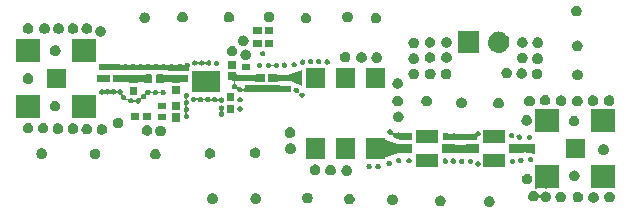
<source format=gts>
G04 #@! TF.GenerationSoftware,KiCad,Pcbnew,(5.0.1)-4*
G04 #@! TF.CreationDate,2019-05-20T12:59:15-07:00*
G04 #@! TF.ProjectId,Tripler_circuit,547269706C65725F636972637569742E,rev?*
G04 #@! TF.SameCoordinates,Original*
G04 #@! TF.FileFunction,Soldermask,Top*
G04 #@! TF.FilePolarity,Negative*
%FSLAX46Y46*%
G04 Gerber Fmt 4.6, Leading zero omitted, Abs format (unit mm)*
G04 Created by KiCad (PCBNEW (5.0.1)-4) date 5/20/2019 12:59:15 PM*
%MOMM*%
%LPD*%
G01*
G04 APERTURE LIST*
%ADD10C,0.200000*%
G04 APERTURE END LIST*
D10*
G36*
X140556552Y-99416331D02*
X140638625Y-99450327D01*
X140638626Y-99450328D01*
X140638629Y-99450329D01*
X140704616Y-99494421D01*
X140712500Y-99499689D01*
X140775311Y-99562500D01*
X140775313Y-99562503D01*
X140775314Y-99562504D01*
X140824671Y-99636371D01*
X140824672Y-99636374D01*
X140824673Y-99636375D01*
X140858669Y-99718448D01*
X140876000Y-99805579D01*
X140876000Y-99894421D01*
X140858669Y-99981552D01*
X140829902Y-100051000D01*
X140824671Y-100063629D01*
X140777871Y-100133669D01*
X140775311Y-100137500D01*
X140712500Y-100200311D01*
X140712497Y-100200313D01*
X140712496Y-100200314D01*
X140638629Y-100249671D01*
X140638626Y-100249672D01*
X140638625Y-100249673D01*
X140556552Y-100283669D01*
X140469421Y-100301000D01*
X140380579Y-100301000D01*
X140293448Y-100283669D01*
X140211375Y-100249673D01*
X140211374Y-100249672D01*
X140211371Y-100249671D01*
X140137504Y-100200314D01*
X140137503Y-100200313D01*
X140137500Y-100200311D01*
X140074689Y-100137500D01*
X140072129Y-100133669D01*
X140025329Y-100063629D01*
X140020098Y-100051000D01*
X139991331Y-99981552D01*
X139974000Y-99894421D01*
X139974000Y-99805579D01*
X139991331Y-99718448D01*
X140025327Y-99636375D01*
X140025328Y-99636374D01*
X140025329Y-99636371D01*
X140074686Y-99562504D01*
X140074687Y-99562503D01*
X140074689Y-99562500D01*
X140137500Y-99499689D01*
X140145384Y-99494421D01*
X140211371Y-99450329D01*
X140211374Y-99450328D01*
X140211375Y-99450327D01*
X140293448Y-99416331D01*
X140380579Y-99399000D01*
X140469421Y-99399000D01*
X140556552Y-99416331D01*
X140556552Y-99416331D01*
G37*
G36*
X136406552Y-99366331D02*
X136488625Y-99400327D01*
X136488626Y-99400328D01*
X136488629Y-99400329D01*
X136554616Y-99444421D01*
X136562500Y-99449689D01*
X136625311Y-99512500D01*
X136625313Y-99512503D01*
X136625314Y-99512504D01*
X136674671Y-99586371D01*
X136674672Y-99586374D01*
X136674673Y-99586375D01*
X136708669Y-99668448D01*
X136726000Y-99755579D01*
X136726000Y-99844421D01*
X136708669Y-99931552D01*
X136679902Y-100001000D01*
X136674671Y-100013629D01*
X136627871Y-100083669D01*
X136625311Y-100087500D01*
X136562500Y-100150311D01*
X136562497Y-100150313D01*
X136562496Y-100150314D01*
X136488629Y-100199671D01*
X136488626Y-100199672D01*
X136488625Y-100199673D01*
X136406552Y-100233669D01*
X136319421Y-100251000D01*
X136230579Y-100251000D01*
X136143448Y-100233669D01*
X136061375Y-100199673D01*
X136061374Y-100199672D01*
X136061371Y-100199671D01*
X135987504Y-100150314D01*
X135987503Y-100150313D01*
X135987500Y-100150311D01*
X135924689Y-100087500D01*
X135922129Y-100083669D01*
X135875329Y-100013629D01*
X135870098Y-100001000D01*
X135841331Y-99931552D01*
X135824000Y-99844421D01*
X135824000Y-99755579D01*
X135841331Y-99668448D01*
X135875327Y-99586375D01*
X135875328Y-99586374D01*
X135875329Y-99586371D01*
X135924686Y-99512504D01*
X135924687Y-99512503D01*
X135924689Y-99512500D01*
X135987500Y-99449689D01*
X135995384Y-99444421D01*
X136061371Y-99400329D01*
X136061374Y-99400328D01*
X136061375Y-99400327D01*
X136143448Y-99366331D01*
X136230579Y-99349000D01*
X136319421Y-99349000D01*
X136406552Y-99366331D01*
X136406552Y-99366331D01*
G37*
G36*
X132356552Y-99266331D02*
X132438625Y-99300327D01*
X132438626Y-99300328D01*
X132438629Y-99300329D01*
X132503160Y-99343448D01*
X132512500Y-99349689D01*
X132575311Y-99412500D01*
X132575313Y-99412503D01*
X132575314Y-99412504D01*
X132624671Y-99486371D01*
X132624672Y-99486374D01*
X132624673Y-99486375D01*
X132658669Y-99568448D01*
X132676000Y-99655579D01*
X132676000Y-99744421D01*
X132658669Y-99831552D01*
X132624673Y-99913625D01*
X132624671Y-99913629D01*
X132577871Y-99983669D01*
X132575311Y-99987500D01*
X132512500Y-100050311D01*
X132512497Y-100050313D01*
X132512496Y-100050314D01*
X132438629Y-100099671D01*
X132438626Y-100099672D01*
X132438625Y-100099673D01*
X132356552Y-100133669D01*
X132269421Y-100151000D01*
X132180579Y-100151000D01*
X132093448Y-100133669D01*
X132011375Y-100099673D01*
X132011374Y-100099672D01*
X132011371Y-100099671D01*
X131937504Y-100050314D01*
X131937503Y-100050313D01*
X131937500Y-100050311D01*
X131874689Y-99987500D01*
X131872129Y-99983669D01*
X131825329Y-99913629D01*
X131825327Y-99913625D01*
X131791331Y-99831552D01*
X131774000Y-99744421D01*
X131774000Y-99655579D01*
X131791331Y-99568448D01*
X131825327Y-99486375D01*
X131825328Y-99486374D01*
X131825329Y-99486371D01*
X131874686Y-99412504D01*
X131874687Y-99412503D01*
X131874689Y-99412500D01*
X131937500Y-99349689D01*
X131946840Y-99343448D01*
X132011371Y-99300329D01*
X132011374Y-99300328D01*
X132011375Y-99300327D01*
X132093448Y-99266331D01*
X132180579Y-99249000D01*
X132269421Y-99249000D01*
X132356552Y-99266331D01*
X132356552Y-99266331D01*
G37*
G36*
X128706552Y-99216331D02*
X128788625Y-99250327D01*
X128788626Y-99250328D01*
X128788629Y-99250329D01*
X128843248Y-99286825D01*
X128862500Y-99299689D01*
X128925311Y-99362500D01*
X128925313Y-99362503D01*
X128925314Y-99362504D01*
X128974671Y-99436371D01*
X128974672Y-99436374D01*
X128974673Y-99436375D01*
X129008669Y-99518448D01*
X129026000Y-99605579D01*
X129026000Y-99694421D01*
X129008669Y-99781552D01*
X128979902Y-99851000D01*
X128974671Y-99863629D01*
X128927871Y-99933669D01*
X128925311Y-99937500D01*
X128862500Y-100000311D01*
X128862497Y-100000313D01*
X128862496Y-100000314D01*
X128788629Y-100049671D01*
X128788626Y-100049672D01*
X128788625Y-100049673D01*
X128706552Y-100083669D01*
X128619421Y-100101000D01*
X128530579Y-100101000D01*
X128443448Y-100083669D01*
X128361375Y-100049673D01*
X128361374Y-100049672D01*
X128361371Y-100049671D01*
X128287504Y-100000314D01*
X128287503Y-100000313D01*
X128287500Y-100000311D01*
X128224689Y-99937500D01*
X128222129Y-99933669D01*
X128175329Y-99863629D01*
X128170098Y-99851000D01*
X128141331Y-99781552D01*
X128124000Y-99694421D01*
X128124000Y-99605579D01*
X128141331Y-99518448D01*
X128175327Y-99436375D01*
X128175328Y-99436374D01*
X128175329Y-99436371D01*
X128224686Y-99362504D01*
X128224687Y-99362503D01*
X128224689Y-99362500D01*
X128287500Y-99299689D01*
X128306752Y-99286825D01*
X128361371Y-99250329D01*
X128361374Y-99250328D01*
X128361375Y-99250327D01*
X128443448Y-99216331D01*
X128530579Y-99199000D01*
X128619421Y-99199000D01*
X128706552Y-99216331D01*
X128706552Y-99216331D01*
G37*
G36*
X117131552Y-99166331D02*
X117213625Y-99200327D01*
X117213626Y-99200328D01*
X117213629Y-99200329D01*
X117286469Y-99249000D01*
X117287500Y-99249689D01*
X117350311Y-99312500D01*
X117350313Y-99312503D01*
X117350314Y-99312504D01*
X117399671Y-99386371D01*
X117399672Y-99386374D01*
X117399673Y-99386375D01*
X117433669Y-99468448D01*
X117451000Y-99555579D01*
X117451000Y-99644421D01*
X117433669Y-99731552D01*
X117403005Y-99805580D01*
X117399671Y-99813629D01*
X117352871Y-99883669D01*
X117350311Y-99887500D01*
X117287500Y-99950311D01*
X117287497Y-99950313D01*
X117287496Y-99950314D01*
X117213629Y-99999671D01*
X117213626Y-99999672D01*
X117213625Y-99999673D01*
X117131552Y-100033669D01*
X117044421Y-100051000D01*
X116955579Y-100051000D01*
X116868448Y-100033669D01*
X116786375Y-99999673D01*
X116786374Y-99999672D01*
X116786371Y-99999671D01*
X116712504Y-99950314D01*
X116712503Y-99950313D01*
X116712500Y-99950311D01*
X116649689Y-99887500D01*
X116647129Y-99883669D01*
X116600329Y-99813629D01*
X116596995Y-99805580D01*
X116566331Y-99731552D01*
X116549000Y-99644421D01*
X116549000Y-99555579D01*
X116566331Y-99468448D01*
X116600327Y-99386375D01*
X116600328Y-99386374D01*
X116600329Y-99386371D01*
X116649686Y-99312504D01*
X116649687Y-99312503D01*
X116649689Y-99312500D01*
X116712500Y-99249689D01*
X116713531Y-99249000D01*
X116786371Y-99200329D01*
X116786374Y-99200328D01*
X116786375Y-99200327D01*
X116868448Y-99166331D01*
X116955579Y-99149000D01*
X117044421Y-99149000D01*
X117131552Y-99166331D01*
X117131552Y-99166331D01*
G37*
G36*
X120781552Y-99166331D02*
X120863625Y-99200327D01*
X120863626Y-99200328D01*
X120863629Y-99200329D01*
X120936469Y-99249000D01*
X120937500Y-99249689D01*
X121000311Y-99312500D01*
X121000313Y-99312503D01*
X121000314Y-99312504D01*
X121049671Y-99386371D01*
X121049672Y-99386374D01*
X121049673Y-99386375D01*
X121083669Y-99468448D01*
X121101000Y-99555579D01*
X121101000Y-99644421D01*
X121083669Y-99731552D01*
X121053005Y-99805580D01*
X121049671Y-99813629D01*
X121002871Y-99883669D01*
X121000311Y-99887500D01*
X120937500Y-99950311D01*
X120937497Y-99950313D01*
X120937496Y-99950314D01*
X120863629Y-99999671D01*
X120863626Y-99999672D01*
X120863625Y-99999673D01*
X120781552Y-100033669D01*
X120694421Y-100051000D01*
X120605579Y-100051000D01*
X120518448Y-100033669D01*
X120436375Y-99999673D01*
X120436374Y-99999672D01*
X120436371Y-99999671D01*
X120362504Y-99950314D01*
X120362503Y-99950313D01*
X120362500Y-99950311D01*
X120299689Y-99887500D01*
X120297129Y-99883669D01*
X120250329Y-99813629D01*
X120246995Y-99805580D01*
X120216331Y-99731552D01*
X120199000Y-99644421D01*
X120199000Y-99555579D01*
X120216331Y-99468448D01*
X120250327Y-99386375D01*
X120250328Y-99386374D01*
X120250329Y-99386371D01*
X120299686Y-99312504D01*
X120299687Y-99312503D01*
X120299689Y-99312500D01*
X120362500Y-99249689D01*
X120363531Y-99249000D01*
X120436371Y-99200329D01*
X120436374Y-99200328D01*
X120436375Y-99200327D01*
X120518448Y-99166331D01*
X120605579Y-99149000D01*
X120694421Y-99149000D01*
X120781552Y-99166331D01*
X120781552Y-99166331D01*
G37*
G36*
X125156552Y-99116331D02*
X125238625Y-99150327D01*
X125238626Y-99150328D01*
X125238629Y-99150329D01*
X125311469Y-99199000D01*
X125312500Y-99199689D01*
X125375311Y-99262500D01*
X125375313Y-99262503D01*
X125375314Y-99262504D01*
X125424671Y-99336371D01*
X125424672Y-99336374D01*
X125424673Y-99336375D01*
X125458669Y-99418448D01*
X125476000Y-99505579D01*
X125476000Y-99594421D01*
X125458669Y-99681552D01*
X125425139Y-99762500D01*
X125424671Y-99763629D01*
X125377871Y-99833669D01*
X125375311Y-99837500D01*
X125312500Y-99900311D01*
X125312497Y-99900313D01*
X125312496Y-99900314D01*
X125238629Y-99949671D01*
X125238626Y-99949672D01*
X125238625Y-99949673D01*
X125156552Y-99983669D01*
X125069421Y-100001000D01*
X124980579Y-100001000D01*
X124893448Y-99983669D01*
X124811375Y-99949673D01*
X124811374Y-99949672D01*
X124811371Y-99949671D01*
X124737504Y-99900314D01*
X124737503Y-99900313D01*
X124737500Y-99900311D01*
X124674689Y-99837500D01*
X124672129Y-99833669D01*
X124625329Y-99763629D01*
X124624861Y-99762500D01*
X124591331Y-99681552D01*
X124574000Y-99594421D01*
X124574000Y-99505579D01*
X124591331Y-99418448D01*
X124625327Y-99336375D01*
X124625328Y-99336374D01*
X124625329Y-99336371D01*
X124674686Y-99262504D01*
X124674687Y-99262503D01*
X124674689Y-99262500D01*
X124737500Y-99199689D01*
X124738531Y-99199000D01*
X124811371Y-99150329D01*
X124811374Y-99150328D01*
X124811375Y-99150327D01*
X124893448Y-99116331D01*
X124980579Y-99099000D01*
X125069421Y-99099000D01*
X125156552Y-99116331D01*
X125156552Y-99116331D01*
G37*
G36*
X149381552Y-99066331D02*
X149463625Y-99100327D01*
X149463626Y-99100328D01*
X149463629Y-99100329D01*
X149536469Y-99149000D01*
X149537500Y-99149689D01*
X149600311Y-99212500D01*
X149600313Y-99212503D01*
X149600314Y-99212504D01*
X149649671Y-99286371D01*
X149649672Y-99286374D01*
X149649673Y-99286375D01*
X149683669Y-99368448D01*
X149701000Y-99455579D01*
X149701000Y-99544421D01*
X149683669Y-99631552D01*
X149649673Y-99713625D01*
X149649671Y-99713629D01*
X149600314Y-99787496D01*
X149600311Y-99787500D01*
X149537500Y-99850311D01*
X149537497Y-99850313D01*
X149537496Y-99850314D01*
X149463629Y-99899671D01*
X149463626Y-99899672D01*
X149463625Y-99899673D01*
X149381552Y-99933669D01*
X149294421Y-99951000D01*
X149205579Y-99951000D01*
X149118448Y-99933669D01*
X149036375Y-99899673D01*
X149036374Y-99899672D01*
X149036371Y-99899671D01*
X148962504Y-99850314D01*
X148962503Y-99850313D01*
X148962500Y-99850311D01*
X148899689Y-99787500D01*
X148899686Y-99787496D01*
X148850329Y-99713629D01*
X148850327Y-99713625D01*
X148816331Y-99631552D01*
X148799000Y-99544421D01*
X148799000Y-99455579D01*
X148816331Y-99368448D01*
X148850327Y-99286375D01*
X148850328Y-99286374D01*
X148850329Y-99286371D01*
X148899686Y-99212504D01*
X148899687Y-99212503D01*
X148899689Y-99212500D01*
X148962500Y-99149689D01*
X148963531Y-99149000D01*
X149036371Y-99100329D01*
X149036374Y-99100328D01*
X149036375Y-99100327D01*
X149118448Y-99066331D01*
X149205579Y-99049000D01*
X149294421Y-99049000D01*
X149381552Y-99066331D01*
X149381552Y-99066331D01*
G37*
G36*
X150731552Y-99041331D02*
X150813625Y-99075327D01*
X150813626Y-99075328D01*
X150813629Y-99075329D01*
X150887496Y-99124686D01*
X150887500Y-99124689D01*
X150950311Y-99187500D01*
X150950313Y-99187503D01*
X150950314Y-99187504D01*
X150999671Y-99261371D01*
X150999672Y-99261374D01*
X150999673Y-99261375D01*
X151033669Y-99343448D01*
X151051000Y-99430579D01*
X151051000Y-99519421D01*
X151033669Y-99606552D01*
X151000139Y-99687500D01*
X150999671Y-99688629D01*
X150954935Y-99755580D01*
X150950311Y-99762500D01*
X150887500Y-99825311D01*
X150887497Y-99825313D01*
X150887496Y-99825314D01*
X150813629Y-99874671D01*
X150813626Y-99874672D01*
X150813625Y-99874673D01*
X150731552Y-99908669D01*
X150644421Y-99926000D01*
X150555579Y-99926000D01*
X150468448Y-99908669D01*
X150386375Y-99874673D01*
X150386374Y-99874672D01*
X150386371Y-99874671D01*
X150312504Y-99825314D01*
X150312503Y-99825313D01*
X150312500Y-99825311D01*
X150249689Y-99762500D01*
X150245065Y-99755580D01*
X150200329Y-99688629D01*
X150199861Y-99687500D01*
X150166331Y-99606552D01*
X150149000Y-99519421D01*
X150149000Y-99430579D01*
X150166331Y-99343448D01*
X150200327Y-99261375D01*
X150200328Y-99261374D01*
X150200329Y-99261371D01*
X150249686Y-99187504D01*
X150249687Y-99187503D01*
X150249689Y-99187500D01*
X150312500Y-99124689D01*
X150312504Y-99124686D01*
X150386371Y-99075329D01*
X150386374Y-99075328D01*
X150386375Y-99075327D01*
X150468448Y-99041331D01*
X150555579Y-99024000D01*
X150644421Y-99024000D01*
X150731552Y-99041331D01*
X150731552Y-99041331D01*
G37*
G36*
X146606552Y-99041331D02*
X146688625Y-99075327D01*
X146688626Y-99075328D01*
X146688629Y-99075329D01*
X146762496Y-99124686D01*
X146762500Y-99124689D01*
X146825311Y-99187500D01*
X146825313Y-99187503D01*
X146825314Y-99187504D01*
X146874671Y-99261371D01*
X146874672Y-99261374D01*
X146874673Y-99261375D01*
X146908669Y-99343448D01*
X146926000Y-99430579D01*
X146926000Y-99519421D01*
X146908669Y-99606552D01*
X146875139Y-99687500D01*
X146874671Y-99688629D01*
X146829935Y-99755580D01*
X146825311Y-99762500D01*
X146762500Y-99825311D01*
X146762497Y-99825313D01*
X146762496Y-99825314D01*
X146688629Y-99874671D01*
X146688626Y-99874672D01*
X146688625Y-99874673D01*
X146606552Y-99908669D01*
X146519421Y-99926000D01*
X146430579Y-99926000D01*
X146343448Y-99908669D01*
X146261375Y-99874673D01*
X146261374Y-99874672D01*
X146261371Y-99874671D01*
X146187504Y-99825314D01*
X146187503Y-99825313D01*
X146187500Y-99825311D01*
X146124689Y-99762500D01*
X146120065Y-99755580D01*
X146075329Y-99688629D01*
X146074861Y-99687500D01*
X146041331Y-99606552D01*
X146024000Y-99519421D01*
X146024000Y-99430579D01*
X146041331Y-99343448D01*
X146075327Y-99261375D01*
X146075328Y-99261374D01*
X146075329Y-99261371D01*
X146124686Y-99187504D01*
X146124687Y-99187503D01*
X146124689Y-99187500D01*
X146187500Y-99124689D01*
X146187504Y-99124686D01*
X146261371Y-99075329D01*
X146261374Y-99075328D01*
X146261375Y-99075327D01*
X146343448Y-99041331D01*
X146430579Y-99024000D01*
X146519421Y-99024000D01*
X146606552Y-99041331D01*
X146606552Y-99041331D01*
G37*
G36*
X148056552Y-99041331D02*
X148138625Y-99075327D01*
X148138626Y-99075328D01*
X148138629Y-99075329D01*
X148212496Y-99124686D01*
X148212500Y-99124689D01*
X148275311Y-99187500D01*
X148275313Y-99187503D01*
X148275314Y-99187504D01*
X148324671Y-99261371D01*
X148324672Y-99261374D01*
X148324673Y-99261375D01*
X148358669Y-99343448D01*
X148376000Y-99430579D01*
X148376000Y-99519421D01*
X148358669Y-99606552D01*
X148325139Y-99687500D01*
X148324671Y-99688629D01*
X148279935Y-99755580D01*
X148275311Y-99762500D01*
X148212500Y-99825311D01*
X148212497Y-99825313D01*
X148212496Y-99825314D01*
X148138629Y-99874671D01*
X148138626Y-99874672D01*
X148138625Y-99874673D01*
X148056552Y-99908669D01*
X147969421Y-99926000D01*
X147880579Y-99926000D01*
X147793448Y-99908669D01*
X147711375Y-99874673D01*
X147711374Y-99874672D01*
X147711371Y-99874671D01*
X147637504Y-99825314D01*
X147637503Y-99825313D01*
X147637500Y-99825311D01*
X147574689Y-99762500D01*
X147570065Y-99755580D01*
X147525329Y-99688629D01*
X147524861Y-99687500D01*
X147491331Y-99606552D01*
X147474000Y-99519421D01*
X147474000Y-99430579D01*
X147491331Y-99343448D01*
X147525327Y-99261375D01*
X147525328Y-99261374D01*
X147525329Y-99261371D01*
X147574686Y-99187504D01*
X147574687Y-99187503D01*
X147574689Y-99187500D01*
X147637500Y-99124689D01*
X147637504Y-99124686D01*
X147711371Y-99075329D01*
X147711374Y-99075328D01*
X147711375Y-99075327D01*
X147793448Y-99041331D01*
X147880579Y-99024000D01*
X147969421Y-99024000D01*
X148056552Y-99041331D01*
X148056552Y-99041331D01*
G37*
G36*
X144304586Y-98905386D02*
X144311699Y-98928835D01*
X144323250Y-98950446D01*
X144338796Y-98969388D01*
X144357738Y-98984934D01*
X144379349Y-98996485D01*
X144388625Y-99000327D01*
X144388626Y-99000328D01*
X144388629Y-99000329D01*
X144461469Y-99049000D01*
X144462500Y-99049689D01*
X144525311Y-99112500D01*
X144525313Y-99112503D01*
X144525314Y-99112504D01*
X144574671Y-99186371D01*
X144581893Y-99203806D01*
X144584318Y-99209661D01*
X144595869Y-99231272D01*
X144611415Y-99250214D01*
X144630357Y-99265759D01*
X144651968Y-99277310D01*
X144675417Y-99284423D01*
X144699803Y-99286825D01*
X144724190Y-99284423D01*
X144747639Y-99277310D01*
X144769250Y-99265759D01*
X144788192Y-99250213D01*
X144803737Y-99231271D01*
X144813720Y-99216331D01*
X144849686Y-99162504D01*
X144849687Y-99162502D01*
X144912500Y-99099689D01*
X144913531Y-99099000D01*
X144986371Y-99050329D01*
X144986374Y-99050328D01*
X144986375Y-99050327D01*
X145068448Y-99016331D01*
X145132463Y-99003598D01*
X145155912Y-98996485D01*
X145177523Y-98984934D01*
X145196465Y-98969389D01*
X145200000Y-98965081D01*
X145203535Y-98969388D01*
X145222477Y-98984934D01*
X145244088Y-98996485D01*
X145267537Y-99003598D01*
X145331552Y-99016331D01*
X145413625Y-99050327D01*
X145413626Y-99050328D01*
X145413629Y-99050329D01*
X145486469Y-99099000D01*
X145487500Y-99099689D01*
X145550311Y-99162500D01*
X145550312Y-99162502D01*
X145550314Y-99162504D01*
X145599671Y-99236371D01*
X145599672Y-99236374D01*
X145599673Y-99236375D01*
X145633669Y-99318448D01*
X145651000Y-99405579D01*
X145651000Y-99494421D01*
X145633669Y-99581552D01*
X145603005Y-99655580D01*
X145599671Y-99663629D01*
X145550314Y-99737496D01*
X145550311Y-99737500D01*
X145487500Y-99800311D01*
X145487497Y-99800313D01*
X145487496Y-99800314D01*
X145413629Y-99849671D01*
X145413626Y-99849672D01*
X145413625Y-99849673D01*
X145331552Y-99883669D01*
X145244421Y-99901000D01*
X145155579Y-99901000D01*
X145068448Y-99883669D01*
X144986375Y-99849673D01*
X144986374Y-99849672D01*
X144986371Y-99849671D01*
X144912504Y-99800314D01*
X144912503Y-99800313D01*
X144912500Y-99800311D01*
X144849689Y-99737500D01*
X144849686Y-99737496D01*
X144800329Y-99663629D01*
X144790682Y-99640339D01*
X144779131Y-99618728D01*
X144763585Y-99599786D01*
X144744643Y-99584241D01*
X144723032Y-99572690D01*
X144699583Y-99565577D01*
X144675197Y-99563175D01*
X144650810Y-99565577D01*
X144627361Y-99572690D01*
X144605750Y-99584241D01*
X144586808Y-99599787D01*
X144571263Y-99618729D01*
X144525313Y-99687498D01*
X144462500Y-99750311D01*
X144462497Y-99750313D01*
X144462496Y-99750314D01*
X144388629Y-99799671D01*
X144388626Y-99799672D01*
X144388625Y-99799673D01*
X144306552Y-99833669D01*
X144219421Y-99851000D01*
X144130579Y-99851000D01*
X144043448Y-99833669D01*
X143961375Y-99799673D01*
X143961374Y-99799672D01*
X143961371Y-99799671D01*
X143887504Y-99750314D01*
X143887503Y-99750313D01*
X143887500Y-99750311D01*
X143824689Y-99687500D01*
X143824686Y-99687496D01*
X143775329Y-99613629D01*
X143775327Y-99613625D01*
X143741331Y-99531552D01*
X143724000Y-99444421D01*
X143724000Y-99355579D01*
X143741331Y-99268448D01*
X143775327Y-99186375D01*
X143775328Y-99186374D01*
X143775329Y-99186371D01*
X143824686Y-99112504D01*
X143824687Y-99112503D01*
X143824689Y-99112500D01*
X143887500Y-99049689D01*
X143888531Y-99049000D01*
X143961371Y-99000329D01*
X143961374Y-99000328D01*
X143961375Y-99000327D01*
X144043448Y-98966331D01*
X144130579Y-98949000D01*
X144199000Y-98949000D01*
X144223386Y-98946598D01*
X144246835Y-98939485D01*
X144268446Y-98927934D01*
X144287388Y-98912388D01*
X144302934Y-98893446D01*
X144303336Y-98892694D01*
X144304586Y-98905386D01*
X144304586Y-98905386D01*
G37*
G36*
X146326000Y-98756000D02*
X145291923Y-98756000D01*
X145267537Y-98758402D01*
X145244088Y-98765515D01*
X145222477Y-98777066D01*
X145203535Y-98792612D01*
X145200000Y-98796919D01*
X145196466Y-98792612D01*
X145177524Y-98777067D01*
X145155913Y-98765515D01*
X145132464Y-98758402D01*
X145108077Y-98756000D01*
X144427184Y-98756000D01*
X144402798Y-98758402D01*
X144379349Y-98765515D01*
X144357738Y-98777066D01*
X144338796Y-98792612D01*
X144324000Y-98810640D01*
X144324000Y-98016786D01*
X144321598Y-97992400D01*
X144314485Y-97968951D01*
X144304356Y-97950000D01*
X144314485Y-97931050D01*
X144321598Y-97907601D01*
X144324000Y-97883214D01*
X144324000Y-96754000D01*
X146326000Y-96754000D01*
X146326000Y-98756000D01*
X146326000Y-98756000D01*
G37*
G36*
X151076000Y-98756000D02*
X149074000Y-98756000D01*
X149074000Y-96754000D01*
X151076000Y-96754000D01*
X151076000Y-98756000D01*
X151076000Y-98756000D01*
G37*
G36*
X143756552Y-97516331D02*
X143838625Y-97550327D01*
X143838626Y-97550328D01*
X143838629Y-97550329D01*
X143912496Y-97599686D01*
X143912500Y-97599689D01*
X143975311Y-97662500D01*
X143975313Y-97662503D01*
X143975314Y-97662504D01*
X144024671Y-97736371D01*
X144024672Y-97736374D01*
X144024673Y-97736375D01*
X144058669Y-97818448D01*
X144076402Y-97907600D01*
X144083515Y-97931049D01*
X144093644Y-97950000D01*
X144083515Y-97968951D01*
X144076402Y-97992400D01*
X144058669Y-98081552D01*
X144024673Y-98163625D01*
X144024671Y-98163629D01*
X143975314Y-98237496D01*
X143975311Y-98237500D01*
X143912500Y-98300311D01*
X143912497Y-98300313D01*
X143912496Y-98300314D01*
X143838629Y-98349671D01*
X143838626Y-98349672D01*
X143838625Y-98349673D01*
X143756552Y-98383669D01*
X143669421Y-98401000D01*
X143580579Y-98401000D01*
X143493448Y-98383669D01*
X143411375Y-98349673D01*
X143411374Y-98349672D01*
X143411371Y-98349671D01*
X143337504Y-98300314D01*
X143337503Y-98300313D01*
X143337500Y-98300311D01*
X143274689Y-98237500D01*
X143274686Y-98237496D01*
X143225329Y-98163629D01*
X143225327Y-98163625D01*
X143191331Y-98081552D01*
X143174000Y-97994421D01*
X143174000Y-97905579D01*
X143191331Y-97818448D01*
X143225327Y-97736375D01*
X143225328Y-97736374D01*
X143225329Y-97736371D01*
X143274686Y-97662504D01*
X143274687Y-97662503D01*
X143274689Y-97662500D01*
X143337500Y-97599689D01*
X143337504Y-97599686D01*
X143411371Y-97550329D01*
X143411374Y-97550328D01*
X143411375Y-97550327D01*
X143493448Y-97516331D01*
X143580579Y-97499000D01*
X143669421Y-97499000D01*
X143756552Y-97516331D01*
X143756552Y-97516331D01*
G37*
G36*
X147756552Y-97241331D02*
X147838625Y-97275327D01*
X147838626Y-97275328D01*
X147838629Y-97275329D01*
X147912496Y-97324686D01*
X147912500Y-97324689D01*
X147975311Y-97387500D01*
X147975313Y-97387503D01*
X147975314Y-97387504D01*
X148024671Y-97461371D01*
X148024672Y-97461374D01*
X148024673Y-97461375D01*
X148058669Y-97543448D01*
X148076000Y-97630579D01*
X148076000Y-97719421D01*
X148058669Y-97806552D01*
X148053741Y-97818448D01*
X148024671Y-97888629D01*
X147975314Y-97962496D01*
X147975311Y-97962500D01*
X147912500Y-98025311D01*
X147912497Y-98025313D01*
X147912496Y-98025314D01*
X147838629Y-98074671D01*
X147838626Y-98074672D01*
X147838625Y-98074673D01*
X147756552Y-98108669D01*
X147669421Y-98126000D01*
X147580579Y-98126000D01*
X147493448Y-98108669D01*
X147411375Y-98074673D01*
X147411374Y-98074672D01*
X147411371Y-98074671D01*
X147337504Y-98025314D01*
X147337503Y-98025313D01*
X147337500Y-98025311D01*
X147274689Y-97962500D01*
X147274686Y-97962496D01*
X147225329Y-97888629D01*
X147196259Y-97818448D01*
X147191331Y-97806552D01*
X147174000Y-97719421D01*
X147174000Y-97630579D01*
X147191331Y-97543448D01*
X147225327Y-97461375D01*
X147225328Y-97461374D01*
X147225329Y-97461371D01*
X147274686Y-97387504D01*
X147274687Y-97387503D01*
X147274689Y-97387500D01*
X147337500Y-97324689D01*
X147337504Y-97324686D01*
X147411371Y-97275329D01*
X147411374Y-97275328D01*
X147411375Y-97275327D01*
X147493448Y-97241331D01*
X147580579Y-97224000D01*
X147669421Y-97224000D01*
X147756552Y-97241331D01*
X147756552Y-97241331D01*
G37*
G36*
X128481552Y-96791331D02*
X128563625Y-96825327D01*
X128563626Y-96825328D01*
X128563629Y-96825329D01*
X128637496Y-96874686D01*
X128637500Y-96874689D01*
X128700311Y-96937500D01*
X128700313Y-96937503D01*
X128700314Y-96937504D01*
X128749671Y-97011371D01*
X128749672Y-97011374D01*
X128749673Y-97011375D01*
X128783669Y-97093448D01*
X128801000Y-97180579D01*
X128801000Y-97269421D01*
X128783669Y-97356552D01*
X128749673Y-97438625D01*
X128749671Y-97438629D01*
X128700314Y-97512496D01*
X128700311Y-97512500D01*
X128637500Y-97575311D01*
X128637497Y-97575313D01*
X128637496Y-97575314D01*
X128563629Y-97624671D01*
X128563626Y-97624672D01*
X128563625Y-97624673D01*
X128481552Y-97658669D01*
X128394421Y-97676000D01*
X128305579Y-97676000D01*
X128218448Y-97658669D01*
X128136375Y-97624673D01*
X128136374Y-97624672D01*
X128136371Y-97624671D01*
X128062504Y-97575314D01*
X128062503Y-97575313D01*
X128062500Y-97575311D01*
X127999689Y-97512500D01*
X127999686Y-97512496D01*
X127950329Y-97438629D01*
X127950327Y-97438625D01*
X127916331Y-97356552D01*
X127899000Y-97269421D01*
X127899000Y-97180579D01*
X127916331Y-97093448D01*
X127950327Y-97011375D01*
X127950328Y-97011374D01*
X127950329Y-97011371D01*
X127999686Y-96937504D01*
X127999687Y-96937503D01*
X127999689Y-96937500D01*
X128062500Y-96874689D01*
X128062504Y-96874686D01*
X128136371Y-96825329D01*
X128136374Y-96825328D01*
X128136375Y-96825327D01*
X128218448Y-96791331D01*
X128305579Y-96774000D01*
X128394421Y-96774000D01*
X128481552Y-96791331D01*
X128481552Y-96791331D01*
G37*
G36*
X127106552Y-96766331D02*
X127188625Y-96800327D01*
X127188626Y-96800328D01*
X127188629Y-96800329D01*
X127262496Y-96849686D01*
X127262500Y-96849689D01*
X127325311Y-96912500D01*
X127325313Y-96912503D01*
X127325314Y-96912504D01*
X127374671Y-96986371D01*
X127374672Y-96986374D01*
X127374673Y-96986375D01*
X127408669Y-97068448D01*
X127426000Y-97155579D01*
X127426000Y-97244421D01*
X127408669Y-97331552D01*
X127374673Y-97413625D01*
X127374671Y-97413629D01*
X127342016Y-97462500D01*
X127325311Y-97487500D01*
X127262500Y-97550311D01*
X127262497Y-97550313D01*
X127262496Y-97550314D01*
X127188629Y-97599671D01*
X127188626Y-97599672D01*
X127188625Y-97599673D01*
X127106552Y-97633669D01*
X127019421Y-97651000D01*
X126930579Y-97651000D01*
X126843448Y-97633669D01*
X126761375Y-97599673D01*
X126761374Y-97599672D01*
X126761371Y-97599671D01*
X126687504Y-97550314D01*
X126687503Y-97550313D01*
X126687500Y-97550311D01*
X126624689Y-97487500D01*
X126607984Y-97462500D01*
X126575329Y-97413629D01*
X126575327Y-97413625D01*
X126541331Y-97331552D01*
X126524000Y-97244421D01*
X126524000Y-97155579D01*
X126541331Y-97068448D01*
X126575327Y-96986375D01*
X126575328Y-96986374D01*
X126575329Y-96986371D01*
X126624686Y-96912504D01*
X126624687Y-96912503D01*
X126624689Y-96912500D01*
X126687500Y-96849689D01*
X126687504Y-96849686D01*
X126761371Y-96800329D01*
X126761374Y-96800328D01*
X126761375Y-96800327D01*
X126843448Y-96766331D01*
X126930579Y-96749000D01*
X127019421Y-96749000D01*
X127106552Y-96766331D01*
X127106552Y-96766331D01*
G37*
G36*
X125806552Y-96741331D02*
X125888625Y-96775327D01*
X125888626Y-96775328D01*
X125888629Y-96775329D01*
X125962496Y-96824686D01*
X125962500Y-96824689D01*
X126025311Y-96887500D01*
X126025313Y-96887503D01*
X126025314Y-96887504D01*
X126074671Y-96961371D01*
X126074672Y-96961374D01*
X126074673Y-96961375D01*
X126108669Y-97043448D01*
X126126000Y-97130579D01*
X126126000Y-97219421D01*
X126108669Y-97306552D01*
X126087958Y-97356552D01*
X126074671Y-97388629D01*
X126026063Y-97461375D01*
X126025311Y-97462500D01*
X125962500Y-97525311D01*
X125962497Y-97525313D01*
X125962496Y-97525314D01*
X125888629Y-97574671D01*
X125888626Y-97574672D01*
X125888625Y-97574673D01*
X125806552Y-97608669D01*
X125719421Y-97626000D01*
X125630579Y-97626000D01*
X125543448Y-97608669D01*
X125461375Y-97574673D01*
X125461374Y-97574672D01*
X125461371Y-97574671D01*
X125387504Y-97525314D01*
X125387503Y-97525313D01*
X125387500Y-97525311D01*
X125324689Y-97462500D01*
X125323937Y-97461375D01*
X125275329Y-97388629D01*
X125262042Y-97356552D01*
X125241331Y-97306552D01*
X125224000Y-97219421D01*
X125224000Y-97130579D01*
X125241331Y-97043448D01*
X125275327Y-96961375D01*
X125275328Y-96961374D01*
X125275329Y-96961371D01*
X125324686Y-96887504D01*
X125324687Y-96887503D01*
X125324689Y-96887500D01*
X125387500Y-96824689D01*
X125387504Y-96824686D01*
X125461371Y-96775329D01*
X125461374Y-96775328D01*
X125461375Y-96775327D01*
X125543448Y-96741331D01*
X125630579Y-96724000D01*
X125719421Y-96724000D01*
X125806552Y-96741331D01*
X125806552Y-96741331D01*
G37*
G36*
X130315922Y-96682685D02*
X130357051Y-96699721D01*
X130394067Y-96724454D01*
X130425546Y-96755933D01*
X130450279Y-96792949D01*
X130467315Y-96834078D01*
X130476000Y-96877741D01*
X130476000Y-96922259D01*
X130467315Y-96965922D01*
X130450279Y-97007051D01*
X130425546Y-97044067D01*
X130394067Y-97075546D01*
X130357051Y-97100279D01*
X130315922Y-97117315D01*
X130272259Y-97126000D01*
X130227741Y-97126000D01*
X130184078Y-97117315D01*
X130142949Y-97100279D01*
X130105933Y-97075546D01*
X130074454Y-97044067D01*
X130049721Y-97007051D01*
X130032685Y-96965922D01*
X130024000Y-96922259D01*
X130024000Y-96877741D01*
X130032685Y-96834078D01*
X130049721Y-96792949D01*
X130074454Y-96755933D01*
X130105933Y-96724454D01*
X130142949Y-96699721D01*
X130184078Y-96682685D01*
X130227741Y-96674000D01*
X130272259Y-96674000D01*
X130315922Y-96682685D01*
X130315922Y-96682685D01*
G37*
G36*
X131065922Y-96682685D02*
X131107051Y-96699721D01*
X131144067Y-96724454D01*
X131175546Y-96755933D01*
X131200279Y-96792949D01*
X131217315Y-96834078D01*
X131226000Y-96877741D01*
X131226000Y-96922259D01*
X131217315Y-96965922D01*
X131200279Y-97007051D01*
X131175546Y-97044067D01*
X131144067Y-97075546D01*
X131117274Y-97093448D01*
X131107051Y-97100279D01*
X131065922Y-97117315D01*
X131022259Y-97126000D01*
X130977741Y-97126000D01*
X130934078Y-97117315D01*
X130892949Y-97100279D01*
X130882726Y-97093448D01*
X130855933Y-97075546D01*
X130824454Y-97044067D01*
X130799721Y-97007051D01*
X130782685Y-96965922D01*
X130774000Y-96922259D01*
X130774000Y-96877741D01*
X130782685Y-96834078D01*
X130799721Y-96792949D01*
X130824454Y-96755933D01*
X130855933Y-96724454D01*
X130892949Y-96699721D01*
X130934078Y-96682685D01*
X130977741Y-96674000D01*
X131022259Y-96674000D01*
X131065922Y-96682685D01*
X131065922Y-96682685D01*
G37*
G36*
X136056000Y-96941000D02*
X134204000Y-96941000D01*
X134204000Y-95849000D01*
X136056000Y-95849000D01*
X136056000Y-96941000D01*
X136056000Y-96941000D01*
G37*
G36*
X141776000Y-96931000D02*
X139924000Y-96931000D01*
X139924000Y-96810002D01*
X139921598Y-96785616D01*
X139914485Y-96762167D01*
X139902934Y-96740556D01*
X139887388Y-96721614D01*
X139868446Y-96706068D01*
X139846835Y-96694517D01*
X139823386Y-96687404D01*
X139799000Y-96685002D01*
X139774614Y-96687404D01*
X139751165Y-96694517D01*
X139729554Y-96706068D01*
X139710612Y-96721614D01*
X139695066Y-96740556D01*
X139683517Y-96762161D01*
X139675279Y-96782051D01*
X139650546Y-96819067D01*
X139619067Y-96850546D01*
X139582051Y-96875279D01*
X139540922Y-96892315D01*
X139497259Y-96901000D01*
X139452741Y-96901000D01*
X139409078Y-96892315D01*
X139367949Y-96875279D01*
X139330933Y-96850546D01*
X139299454Y-96819067D01*
X139274721Y-96782051D01*
X139257685Y-96740922D01*
X139249000Y-96697259D01*
X139249000Y-96649334D01*
X139250737Y-96631699D01*
X139248335Y-96607313D01*
X139244965Y-96596204D01*
X139262650Y-96581691D01*
X139278193Y-96562752D01*
X139299454Y-96530933D01*
X139330933Y-96499454D01*
X139367949Y-96474721D01*
X139409078Y-96457685D01*
X139452741Y-96449000D01*
X139497259Y-96449000D01*
X139540922Y-96457685D01*
X139582051Y-96474721D01*
X139619067Y-96499454D01*
X139650546Y-96530933D01*
X139675279Y-96567949D01*
X139683517Y-96587839D01*
X139695066Y-96609445D01*
X139710612Y-96628387D01*
X139729554Y-96643932D01*
X139751165Y-96655483D01*
X139774614Y-96662596D01*
X139799000Y-96664998D01*
X139823387Y-96662596D01*
X139846836Y-96655483D01*
X139868447Y-96643932D01*
X139887389Y-96628386D01*
X139902934Y-96609444D01*
X139914485Y-96587833D01*
X139921598Y-96564384D01*
X139924000Y-96539998D01*
X139924000Y-95839000D01*
X141776000Y-95839000D01*
X141776000Y-96931000D01*
X141776000Y-96931000D01*
G37*
G36*
X132015922Y-96407685D02*
X132057051Y-96424721D01*
X132094067Y-96449454D01*
X132125546Y-96480933D01*
X132150279Y-96517949D01*
X132167315Y-96559078D01*
X132176000Y-96602741D01*
X132176000Y-96647259D01*
X132167315Y-96690922D01*
X132150279Y-96732051D01*
X132125546Y-96769067D01*
X132094067Y-96800546D01*
X132066348Y-96819067D01*
X132057051Y-96825279D01*
X132015922Y-96842315D01*
X131972259Y-96851000D01*
X131927741Y-96851000D01*
X131884078Y-96842315D01*
X131842949Y-96825279D01*
X131833652Y-96819067D01*
X131805933Y-96800546D01*
X131774454Y-96769067D01*
X131749721Y-96732051D01*
X131732685Y-96690922D01*
X131724000Y-96647259D01*
X131724000Y-96602741D01*
X131732685Y-96559078D01*
X131749721Y-96517949D01*
X131774454Y-96480933D01*
X131805933Y-96449454D01*
X131842949Y-96424721D01*
X131884078Y-96407685D01*
X131927741Y-96399000D01*
X131972259Y-96399000D01*
X132015922Y-96407685D01*
X132015922Y-96407685D01*
G37*
G36*
X142465922Y-96232685D02*
X142507051Y-96249721D01*
X142544067Y-96274454D01*
X142575546Y-96305933D01*
X142600279Y-96342949D01*
X142617315Y-96384078D01*
X142626000Y-96427741D01*
X142626000Y-96472259D01*
X142617315Y-96515922D01*
X142600279Y-96557051D01*
X142575546Y-96594067D01*
X142544067Y-96625546D01*
X142507051Y-96650279D01*
X142465922Y-96667315D01*
X142422259Y-96676000D01*
X142377741Y-96676000D01*
X142334078Y-96667315D01*
X142292949Y-96650279D01*
X142255933Y-96625546D01*
X142224454Y-96594067D01*
X142199721Y-96557051D01*
X142182685Y-96515922D01*
X142174000Y-96472259D01*
X142174000Y-96427741D01*
X142182685Y-96384078D01*
X142199721Y-96342949D01*
X142224454Y-96305933D01*
X142255933Y-96274454D01*
X142292949Y-96249721D01*
X142334078Y-96232685D01*
X142377741Y-96224000D01*
X142422259Y-96224000D01*
X142465922Y-96232685D01*
X142465922Y-96232685D01*
G37*
G36*
X138890922Y-96232685D02*
X138932051Y-96249721D01*
X138969067Y-96274454D01*
X139000546Y-96305933D01*
X139025279Y-96342949D01*
X139042315Y-96384078D01*
X139051000Y-96427741D01*
X139051000Y-96475666D01*
X139049263Y-96493301D01*
X139051665Y-96517687D01*
X139055035Y-96528796D01*
X139037350Y-96543309D01*
X139021807Y-96562248D01*
X139000546Y-96594067D01*
X138969067Y-96625546D01*
X138943970Y-96642315D01*
X138932051Y-96650279D01*
X138890922Y-96667315D01*
X138847259Y-96676000D01*
X138802741Y-96676000D01*
X138759078Y-96667315D01*
X138717949Y-96650279D01*
X138706030Y-96642315D01*
X138680933Y-96625546D01*
X138649454Y-96594067D01*
X138624721Y-96557051D01*
X138607685Y-96515922D01*
X138599000Y-96472259D01*
X138599000Y-96427741D01*
X138607685Y-96384078D01*
X138624721Y-96342949D01*
X138649454Y-96305933D01*
X138680933Y-96274454D01*
X138717949Y-96249721D01*
X138759078Y-96232685D01*
X138802741Y-96224000D01*
X138847259Y-96224000D01*
X138890922Y-96232685D01*
X138890922Y-96232685D01*
G37*
G36*
X138165922Y-96232685D02*
X138207051Y-96249721D01*
X138244067Y-96274454D01*
X138275546Y-96305933D01*
X138300279Y-96342949D01*
X138317315Y-96384078D01*
X138326000Y-96427741D01*
X138326000Y-96472259D01*
X138317315Y-96515922D01*
X138300279Y-96557051D01*
X138275546Y-96594067D01*
X138244067Y-96625546D01*
X138218970Y-96642315D01*
X138207051Y-96650279D01*
X138165922Y-96667315D01*
X138122259Y-96676000D01*
X138077741Y-96676000D01*
X138034078Y-96667315D01*
X137992949Y-96650279D01*
X137981030Y-96642315D01*
X137955933Y-96625546D01*
X137924454Y-96594067D01*
X137899721Y-96557051D01*
X137882685Y-96515922D01*
X137874000Y-96472259D01*
X137874000Y-96427741D01*
X137882685Y-96384078D01*
X137899721Y-96342949D01*
X137924454Y-96305933D01*
X137955933Y-96274454D01*
X137992949Y-96249721D01*
X138034078Y-96232685D01*
X138077741Y-96224000D01*
X138122259Y-96224000D01*
X138165922Y-96232685D01*
X138165922Y-96232685D01*
G37*
G36*
X136765922Y-96207685D02*
X136807051Y-96224721D01*
X136844067Y-96249454D01*
X136875546Y-96280933D01*
X136888954Y-96301000D01*
X136900278Y-96317947D01*
X136922015Y-96370426D01*
X136933566Y-96392036D01*
X136949112Y-96410978D01*
X136966197Y-96425000D01*
X136949112Y-96439022D01*
X136933566Y-96457964D01*
X136922015Y-96479574D01*
X136917315Y-96490920D01*
X136917315Y-96490922D01*
X136900279Y-96532051D01*
X136875546Y-96569067D01*
X136844067Y-96600546D01*
X136807051Y-96625279D01*
X136765922Y-96642315D01*
X136722259Y-96651000D01*
X136677741Y-96651000D01*
X136634078Y-96642315D01*
X136592949Y-96625279D01*
X136555933Y-96600546D01*
X136524454Y-96569067D01*
X136499721Y-96532051D01*
X136482685Y-96490922D01*
X136474000Y-96447259D01*
X136474000Y-96402741D01*
X136482685Y-96359078D01*
X136499721Y-96317949D01*
X136524454Y-96280933D01*
X136555933Y-96249454D01*
X136592949Y-96224721D01*
X136634078Y-96207685D01*
X136677741Y-96199000D01*
X136722259Y-96199000D01*
X136765922Y-96207685D01*
X136765922Y-96207685D01*
G37*
G36*
X137440922Y-96207685D02*
X137482051Y-96224721D01*
X137519067Y-96249454D01*
X137550546Y-96280933D01*
X137575279Y-96317949D01*
X137592315Y-96359078D01*
X137601000Y-96402741D01*
X137601000Y-96447259D01*
X137592315Y-96490922D01*
X137575279Y-96532051D01*
X137550546Y-96569067D01*
X137519067Y-96600546D01*
X137498078Y-96614570D01*
X137482051Y-96625279D01*
X137440922Y-96642315D01*
X137397259Y-96651000D01*
X137352741Y-96651000D01*
X137309078Y-96642315D01*
X137267949Y-96625279D01*
X137251922Y-96614570D01*
X137230933Y-96600546D01*
X137199454Y-96569067D01*
X137174721Y-96532051D01*
X137157685Y-96490922D01*
X137157685Y-96490920D01*
X137152985Y-96479574D01*
X137141434Y-96457964D01*
X137125888Y-96439022D01*
X137108803Y-96425000D01*
X137125888Y-96410978D01*
X137141434Y-96392036D01*
X137152985Y-96370426D01*
X137174722Y-96317947D01*
X137186046Y-96301000D01*
X137199454Y-96280933D01*
X137230933Y-96249454D01*
X137267949Y-96224721D01*
X137309078Y-96207685D01*
X137352741Y-96199000D01*
X137397259Y-96199000D01*
X137440922Y-96207685D01*
X137440922Y-96207685D01*
G37*
G36*
X133690922Y-96182685D02*
X133732051Y-96199721D01*
X133769067Y-96224454D01*
X133800546Y-96255933D01*
X133825279Y-96292949D01*
X133842315Y-96334078D01*
X133851000Y-96377741D01*
X133851000Y-96422259D01*
X133842315Y-96465922D01*
X133825279Y-96507051D01*
X133800546Y-96544067D01*
X133769067Y-96575546D01*
X133732051Y-96600279D01*
X133690922Y-96617315D01*
X133647259Y-96626000D01*
X133602741Y-96626000D01*
X133559078Y-96617315D01*
X133517949Y-96600279D01*
X133480933Y-96575546D01*
X133449454Y-96544067D01*
X133424721Y-96507051D01*
X133407685Y-96465922D01*
X133399000Y-96422259D01*
X133399000Y-96377741D01*
X133407685Y-96334078D01*
X133424721Y-96292949D01*
X133449454Y-96255933D01*
X133480933Y-96224454D01*
X133517949Y-96199721D01*
X133559078Y-96182685D01*
X133602741Y-96174000D01*
X133647259Y-96174000D01*
X133690922Y-96182685D01*
X133690922Y-96182685D01*
G37*
G36*
X132815922Y-96182685D02*
X132857051Y-96199721D01*
X132894067Y-96224454D01*
X132925546Y-96255933D01*
X132950279Y-96292949D01*
X132967315Y-96334078D01*
X132976000Y-96377741D01*
X132976000Y-96422259D01*
X132967315Y-96465922D01*
X132950279Y-96507051D01*
X132925546Y-96544067D01*
X132894067Y-96575546D01*
X132857051Y-96600279D01*
X132815922Y-96617315D01*
X132772259Y-96626000D01*
X132727741Y-96626000D01*
X132684078Y-96617315D01*
X132642949Y-96600279D01*
X132605933Y-96575546D01*
X132574454Y-96544067D01*
X132549721Y-96507051D01*
X132532685Y-96465922D01*
X132524000Y-96422259D01*
X132524000Y-96377741D01*
X132532685Y-96334078D01*
X132549721Y-96292949D01*
X132574454Y-96255933D01*
X132605933Y-96224454D01*
X132642949Y-96199721D01*
X132684078Y-96182685D01*
X132727741Y-96174000D01*
X132772259Y-96174000D01*
X132815922Y-96182685D01*
X132815922Y-96182685D01*
G37*
G36*
X143165922Y-96157685D02*
X143207051Y-96174721D01*
X143244067Y-96199454D01*
X143275546Y-96230933D01*
X143300279Y-96267949D01*
X143317315Y-96309078D01*
X143326000Y-96352741D01*
X143326000Y-96397259D01*
X143317315Y-96440922D01*
X143300279Y-96482051D01*
X143275546Y-96519067D01*
X143244067Y-96550546D01*
X143207051Y-96575279D01*
X143165922Y-96592315D01*
X143122259Y-96601000D01*
X143077741Y-96601000D01*
X143034078Y-96592315D01*
X142992949Y-96575279D01*
X142955933Y-96550546D01*
X142924454Y-96519067D01*
X142899721Y-96482051D01*
X142882685Y-96440922D01*
X142874000Y-96397259D01*
X142874000Y-96352741D01*
X142882685Y-96309078D01*
X142899721Y-96267949D01*
X142924454Y-96230933D01*
X142955933Y-96199454D01*
X142992949Y-96174721D01*
X143034078Y-96157685D01*
X143077741Y-96149000D01*
X143122259Y-96149000D01*
X143165922Y-96157685D01*
X143165922Y-96157685D01*
G37*
G36*
X143990922Y-96082685D02*
X144032051Y-96099721D01*
X144069067Y-96124454D01*
X144100546Y-96155933D01*
X144125279Y-96192949D01*
X144142315Y-96234078D01*
X144151000Y-96277741D01*
X144151000Y-96322259D01*
X144142315Y-96365922D01*
X144125279Y-96407051D01*
X144100546Y-96444067D01*
X144069067Y-96475546D01*
X144032051Y-96500279D01*
X143990922Y-96517315D01*
X143947259Y-96526000D01*
X143902741Y-96526000D01*
X143859078Y-96517315D01*
X143817949Y-96500279D01*
X143780933Y-96475546D01*
X143749454Y-96444067D01*
X143724721Y-96407051D01*
X143707685Y-96365922D01*
X143699000Y-96322259D01*
X143699000Y-96277741D01*
X143707685Y-96234078D01*
X143724721Y-96192949D01*
X143749454Y-96155933D01*
X143780933Y-96124454D01*
X143817949Y-96099721D01*
X143859078Y-96082685D01*
X143902741Y-96074000D01*
X143947259Y-96074000D01*
X143990922Y-96082685D01*
X143990922Y-96082685D01*
G37*
G36*
X112281552Y-95416331D02*
X112363625Y-95450327D01*
X112363626Y-95450328D01*
X112363629Y-95450329D01*
X112429616Y-95494421D01*
X112437500Y-95499689D01*
X112500311Y-95562500D01*
X112500313Y-95562503D01*
X112500314Y-95562504D01*
X112549671Y-95636371D01*
X112549672Y-95636374D01*
X112549673Y-95636375D01*
X112583669Y-95718448D01*
X112601000Y-95805579D01*
X112601000Y-95894421D01*
X112583669Y-95981552D01*
X112550139Y-96062500D01*
X112549671Y-96063629D01*
X112505309Y-96130020D01*
X112500311Y-96137500D01*
X112437500Y-96200311D01*
X112437497Y-96200313D01*
X112437496Y-96200314D01*
X112363629Y-96249671D01*
X112363626Y-96249672D01*
X112363625Y-96249673D01*
X112281552Y-96283669D01*
X112194421Y-96301000D01*
X112105579Y-96301000D01*
X112018448Y-96283669D01*
X111936375Y-96249673D01*
X111936374Y-96249672D01*
X111936371Y-96249671D01*
X111862504Y-96200314D01*
X111862503Y-96200313D01*
X111862500Y-96200311D01*
X111799689Y-96137500D01*
X111794691Y-96130020D01*
X111750329Y-96063629D01*
X111749861Y-96062500D01*
X111716331Y-95981552D01*
X111699000Y-95894421D01*
X111699000Y-95805579D01*
X111716331Y-95718448D01*
X111750327Y-95636375D01*
X111750328Y-95636374D01*
X111750329Y-95636371D01*
X111799686Y-95562504D01*
X111799687Y-95562503D01*
X111799689Y-95562500D01*
X111862500Y-95499689D01*
X111870384Y-95494421D01*
X111936371Y-95450329D01*
X111936374Y-95450328D01*
X111936375Y-95450327D01*
X112018448Y-95416331D01*
X112105579Y-95399000D01*
X112194421Y-95399000D01*
X112281552Y-95416331D01*
X112281552Y-95416331D01*
G37*
G36*
X107181552Y-95391331D02*
X107263625Y-95425327D01*
X107263626Y-95425328D01*
X107263629Y-95425329D01*
X107337496Y-95474686D01*
X107337500Y-95474689D01*
X107400311Y-95537500D01*
X107400313Y-95537503D01*
X107400314Y-95537504D01*
X107449671Y-95611371D01*
X107449672Y-95611374D01*
X107449673Y-95611375D01*
X107483669Y-95693448D01*
X107501000Y-95780579D01*
X107501000Y-95869421D01*
X107483669Y-95956552D01*
X107449673Y-96038625D01*
X107449671Y-96038629D01*
X107417016Y-96087500D01*
X107400311Y-96112500D01*
X107337500Y-96175311D01*
X107337497Y-96175313D01*
X107337496Y-96175314D01*
X107263629Y-96224671D01*
X107263626Y-96224672D01*
X107263625Y-96224673D01*
X107181552Y-96258669D01*
X107094421Y-96276000D01*
X107005579Y-96276000D01*
X106918448Y-96258669D01*
X106836375Y-96224673D01*
X106836374Y-96224672D01*
X106836371Y-96224671D01*
X106762504Y-96175314D01*
X106762503Y-96175313D01*
X106762500Y-96175311D01*
X106699689Y-96112500D01*
X106682984Y-96087500D01*
X106650329Y-96038629D01*
X106650327Y-96038625D01*
X106616331Y-95956552D01*
X106599000Y-95869421D01*
X106599000Y-95780579D01*
X106616331Y-95693448D01*
X106650327Y-95611375D01*
X106650328Y-95611374D01*
X106650329Y-95611371D01*
X106699686Y-95537504D01*
X106699687Y-95537503D01*
X106699689Y-95537500D01*
X106762500Y-95474689D01*
X106762504Y-95474686D01*
X106836371Y-95425329D01*
X106836374Y-95425328D01*
X106836375Y-95425327D01*
X106918448Y-95391331D01*
X107005579Y-95374000D01*
X107094421Y-95374000D01*
X107181552Y-95391331D01*
X107181552Y-95391331D01*
G37*
G36*
X102656552Y-95366331D02*
X102738625Y-95400327D01*
X102738626Y-95400328D01*
X102738629Y-95400329D01*
X102812496Y-95449686D01*
X102812500Y-95449689D01*
X102875311Y-95512500D01*
X102875313Y-95512503D01*
X102875314Y-95512504D01*
X102924671Y-95586371D01*
X102924672Y-95586374D01*
X102924673Y-95586375D01*
X102958669Y-95668448D01*
X102976000Y-95755579D01*
X102976000Y-95844421D01*
X102958669Y-95931552D01*
X102925139Y-96012500D01*
X102924671Y-96013629D01*
X102875314Y-96087496D01*
X102875311Y-96087500D01*
X102812500Y-96150311D01*
X102812497Y-96150313D01*
X102812496Y-96150314D01*
X102738629Y-96199671D01*
X102738626Y-96199672D01*
X102738625Y-96199673D01*
X102656552Y-96233669D01*
X102569421Y-96251000D01*
X102480579Y-96251000D01*
X102393448Y-96233669D01*
X102311375Y-96199673D01*
X102311374Y-96199672D01*
X102311371Y-96199671D01*
X102237504Y-96150314D01*
X102237503Y-96150313D01*
X102237500Y-96150311D01*
X102174689Y-96087500D01*
X102174686Y-96087496D01*
X102125329Y-96013629D01*
X102124861Y-96012500D01*
X102091331Y-95931552D01*
X102074000Y-95844421D01*
X102074000Y-95755579D01*
X102091331Y-95668448D01*
X102125327Y-95586375D01*
X102125328Y-95586374D01*
X102125329Y-95586371D01*
X102174686Y-95512504D01*
X102174687Y-95512503D01*
X102174689Y-95512500D01*
X102237500Y-95449689D01*
X102237504Y-95449686D01*
X102311371Y-95400329D01*
X102311374Y-95400328D01*
X102311375Y-95400327D01*
X102393448Y-95366331D01*
X102480579Y-95349000D01*
X102569421Y-95349000D01*
X102656552Y-95366331D01*
X102656552Y-95366331D01*
G37*
G36*
X131576000Y-94524483D02*
X131578402Y-94548869D01*
X131585515Y-94572318D01*
X131597066Y-94593929D01*
X131612612Y-94612871D01*
X131631554Y-94628417D01*
X131655809Y-94641028D01*
X132621669Y-95015545D01*
X132645274Y-95022122D01*
X132666860Y-95024000D01*
X133861000Y-95024000D01*
X133861000Y-95736000D01*
X132701666Y-95736000D01*
X132677280Y-95738402D01*
X132657776Y-95743959D01*
X131657110Y-96119209D01*
X131635119Y-96130020D01*
X131615661Y-96144914D01*
X131599482Y-96163318D01*
X131587204Y-96184525D01*
X131579300Y-96207719D01*
X131576000Y-96236250D01*
X131576000Y-96251000D01*
X129954000Y-96251000D01*
X129954000Y-94499000D01*
X131576000Y-94499000D01*
X131576000Y-94524483D01*
X131576000Y-94524483D01*
G37*
G36*
X129036000Y-96251000D02*
X127414000Y-96251000D01*
X127414000Y-94499000D01*
X129036000Y-94499000D01*
X129036000Y-96251000D01*
X129036000Y-96251000D01*
G37*
G36*
X126496000Y-96251000D02*
X124874000Y-96251000D01*
X124874000Y-94499000D01*
X126496000Y-94499000D01*
X126496000Y-96251000D01*
X126496000Y-96251000D01*
G37*
G36*
X116906552Y-95341331D02*
X116988625Y-95375327D01*
X116988626Y-95375328D01*
X116988629Y-95375329D01*
X117054616Y-95419421D01*
X117062500Y-95424689D01*
X117125311Y-95487500D01*
X117125313Y-95487503D01*
X117125314Y-95487504D01*
X117174671Y-95561371D01*
X117174672Y-95561374D01*
X117174673Y-95561375D01*
X117208669Y-95643448D01*
X117226000Y-95730579D01*
X117226000Y-95819421D01*
X117208669Y-95906552D01*
X117174673Y-95988625D01*
X117174671Y-95988629D01*
X117125314Y-96062496D01*
X117125311Y-96062500D01*
X117062500Y-96125311D01*
X117062497Y-96125313D01*
X117062496Y-96125314D01*
X116988629Y-96174671D01*
X116988626Y-96174672D01*
X116988625Y-96174673D01*
X116906552Y-96208669D01*
X116819421Y-96226000D01*
X116730579Y-96226000D01*
X116643448Y-96208669D01*
X116561375Y-96174673D01*
X116561374Y-96174672D01*
X116561371Y-96174671D01*
X116487504Y-96125314D01*
X116487503Y-96125313D01*
X116487500Y-96125311D01*
X116424689Y-96062500D01*
X116424686Y-96062496D01*
X116375329Y-95988629D01*
X116375327Y-95988625D01*
X116341331Y-95906552D01*
X116324000Y-95819421D01*
X116324000Y-95730579D01*
X116341331Y-95643448D01*
X116375327Y-95561375D01*
X116375328Y-95561374D01*
X116375329Y-95561371D01*
X116424686Y-95487504D01*
X116424687Y-95487503D01*
X116424689Y-95487500D01*
X116487500Y-95424689D01*
X116495384Y-95419421D01*
X116561371Y-95375329D01*
X116561374Y-95375328D01*
X116561375Y-95375327D01*
X116643448Y-95341331D01*
X116730579Y-95324000D01*
X116819421Y-95324000D01*
X116906552Y-95341331D01*
X116906552Y-95341331D01*
G37*
G36*
X148501000Y-96181000D02*
X146899000Y-96181000D01*
X146899000Y-94579000D01*
X148501000Y-94579000D01*
X148501000Y-96181000D01*
X148501000Y-96181000D01*
G37*
G36*
X120731552Y-95291331D02*
X120813625Y-95325327D01*
X120813626Y-95325328D01*
X120813629Y-95325329D01*
X120886469Y-95374000D01*
X120887500Y-95374689D01*
X120950311Y-95437500D01*
X120950313Y-95437503D01*
X120950314Y-95437504D01*
X120999671Y-95511371D01*
X120999672Y-95511374D01*
X120999673Y-95511375D01*
X121033669Y-95593448D01*
X121051000Y-95680579D01*
X121051000Y-95769421D01*
X121033669Y-95856552D01*
X120999673Y-95938625D01*
X120999671Y-95938629D01*
X120950314Y-96012496D01*
X120950311Y-96012500D01*
X120887500Y-96075311D01*
X120887497Y-96075313D01*
X120887496Y-96075314D01*
X120813629Y-96124671D01*
X120813626Y-96124672D01*
X120813625Y-96124673D01*
X120731552Y-96158669D01*
X120644421Y-96176000D01*
X120555579Y-96176000D01*
X120468448Y-96158669D01*
X120386375Y-96124673D01*
X120386374Y-96124672D01*
X120386371Y-96124671D01*
X120312504Y-96075314D01*
X120312503Y-96075313D01*
X120312500Y-96075311D01*
X120249689Y-96012500D01*
X120249686Y-96012496D01*
X120200329Y-95938629D01*
X120200327Y-95938625D01*
X120166331Y-95856552D01*
X120149000Y-95769421D01*
X120149000Y-95680579D01*
X120166331Y-95593448D01*
X120200327Y-95511375D01*
X120200328Y-95511374D01*
X120200329Y-95511371D01*
X120249686Y-95437504D01*
X120249687Y-95437503D01*
X120249689Y-95437500D01*
X120312500Y-95374689D01*
X120313531Y-95374000D01*
X120386371Y-95325329D01*
X120386374Y-95325328D01*
X120386375Y-95325327D01*
X120468448Y-95291331D01*
X120555579Y-95274000D01*
X120644421Y-95274000D01*
X120731552Y-95291331D01*
X120731552Y-95291331D01*
G37*
G36*
X150231552Y-95016331D02*
X150313625Y-95050327D01*
X150313626Y-95050328D01*
X150313629Y-95050329D01*
X150387496Y-95099686D01*
X150387500Y-95099689D01*
X150450311Y-95162500D01*
X150450313Y-95162503D01*
X150450314Y-95162504D01*
X150499671Y-95236371D01*
X150499672Y-95236374D01*
X150499673Y-95236375D01*
X150533669Y-95318448D01*
X150551000Y-95405579D01*
X150551000Y-95494421D01*
X150533669Y-95581552D01*
X150500139Y-95662500D01*
X150499671Y-95663629D01*
X150450314Y-95737496D01*
X150450311Y-95737500D01*
X150387500Y-95800311D01*
X150387497Y-95800313D01*
X150387496Y-95800314D01*
X150313629Y-95849671D01*
X150313626Y-95849672D01*
X150313625Y-95849673D01*
X150231552Y-95883669D01*
X150144421Y-95901000D01*
X150055579Y-95901000D01*
X149968448Y-95883669D01*
X149886375Y-95849673D01*
X149886374Y-95849672D01*
X149886371Y-95849671D01*
X149812504Y-95800314D01*
X149812503Y-95800313D01*
X149812500Y-95800311D01*
X149749689Y-95737500D01*
X149749686Y-95737496D01*
X149700329Y-95663629D01*
X149699861Y-95662500D01*
X149666331Y-95581552D01*
X149649000Y-95494421D01*
X149649000Y-95405579D01*
X149666331Y-95318448D01*
X149700327Y-95236375D01*
X149700328Y-95236374D01*
X149700329Y-95236371D01*
X149749686Y-95162504D01*
X149749687Y-95162503D01*
X149749689Y-95162500D01*
X149812500Y-95099689D01*
X149812504Y-95099686D01*
X149886371Y-95050329D01*
X149886374Y-95050328D01*
X149886375Y-95050327D01*
X149968448Y-95016331D01*
X150055579Y-94999000D01*
X150144421Y-94999000D01*
X150231552Y-95016331D01*
X150231552Y-95016331D01*
G37*
G36*
X123731552Y-94941331D02*
X123813625Y-94975327D01*
X123813626Y-94975328D01*
X123813629Y-94975329D01*
X123886469Y-95024000D01*
X123887500Y-95024689D01*
X123950311Y-95087500D01*
X123950313Y-95087503D01*
X123950314Y-95087504D01*
X123999671Y-95161371D01*
X123999672Y-95161374D01*
X123999673Y-95161375D01*
X124033669Y-95243448D01*
X124051000Y-95330579D01*
X124051000Y-95419421D01*
X124033669Y-95506552D01*
X124000605Y-95586375D01*
X123999671Y-95588629D01*
X123950314Y-95662496D01*
X123950311Y-95662500D01*
X123887500Y-95725311D01*
X123887497Y-95725313D01*
X123887496Y-95725314D01*
X123813629Y-95774671D01*
X123813626Y-95774672D01*
X123813625Y-95774673D01*
X123731552Y-95808669D01*
X123644421Y-95826000D01*
X123555579Y-95826000D01*
X123468448Y-95808669D01*
X123386375Y-95774673D01*
X123386374Y-95774672D01*
X123386371Y-95774671D01*
X123312504Y-95725314D01*
X123312503Y-95725313D01*
X123312500Y-95725311D01*
X123249689Y-95662500D01*
X123249686Y-95662496D01*
X123200329Y-95588629D01*
X123199395Y-95586375D01*
X123166331Y-95506552D01*
X123149000Y-95419421D01*
X123149000Y-95330579D01*
X123166331Y-95243448D01*
X123200327Y-95161375D01*
X123200328Y-95161374D01*
X123200329Y-95161371D01*
X123249686Y-95087504D01*
X123249687Y-95087503D01*
X123249689Y-95087500D01*
X123312500Y-95024689D01*
X123313531Y-95024000D01*
X123386371Y-94975329D01*
X123386374Y-94975328D01*
X123386375Y-94975327D01*
X123468448Y-94941331D01*
X123555579Y-94924000D01*
X123644421Y-94924000D01*
X123731552Y-94941331D01*
X123731552Y-94941331D01*
G37*
G36*
X144275000Y-95800000D02*
X143830790Y-95755579D01*
X143348438Y-95707344D01*
X143323934Y-95707308D01*
X143299893Y-95712052D01*
X143277240Y-95721396D01*
X143270327Y-95726000D01*
X142119000Y-95726000D01*
X142119000Y-95014000D01*
X143275995Y-95014000D01*
X143288165Y-95020505D01*
X143311614Y-95027618D01*
X143343336Y-95029804D01*
X144160556Y-94981732D01*
X144262708Y-94975723D01*
X144275000Y-94975000D01*
X144275000Y-95800000D01*
X144275000Y-95800000D01*
G37*
G36*
X139581000Y-95726000D02*
X138374152Y-95726000D01*
X138364000Y-95725000D01*
X137616000Y-95725000D01*
X137591614Y-95727402D01*
X137568165Y-95734515D01*
X137565387Y-95736000D01*
X136399000Y-95736000D01*
X136399000Y-95024000D01*
X137540542Y-95024000D01*
X137546554Y-95028934D01*
X137568165Y-95040485D01*
X137591614Y-95047598D01*
X137616000Y-95050000D01*
X138364000Y-95050000D01*
X138388386Y-95047598D01*
X138411835Y-95040485D01*
X138433446Y-95028934D01*
X138451642Y-95014000D01*
X139581000Y-95014000D01*
X139581000Y-95726000D01*
X139581000Y-95726000D01*
G37*
G36*
X136056000Y-94911000D02*
X134204000Y-94911000D01*
X134204000Y-93819000D01*
X136056000Y-93819000D01*
X136056000Y-94911000D01*
X136056000Y-94911000D01*
G37*
G36*
X141776000Y-94901000D02*
X139924000Y-94901000D01*
X139924000Y-94260002D01*
X139921598Y-94235616D01*
X139914485Y-94212167D01*
X139902934Y-94190556D01*
X139887388Y-94171614D01*
X139868446Y-94156068D01*
X139846835Y-94144517D01*
X139823386Y-94137404D01*
X139799000Y-94135002D01*
X139774614Y-94137404D01*
X139751165Y-94144517D01*
X139729554Y-94156068D01*
X139710612Y-94171614D01*
X139695066Y-94190556D01*
X139683517Y-94212161D01*
X139677064Y-94227741D01*
X139675278Y-94232053D01*
X139670884Y-94238629D01*
X139650546Y-94269067D01*
X139619067Y-94300546D01*
X139582051Y-94325279D01*
X139540922Y-94342315D01*
X139516067Y-94347259D01*
X139494569Y-94351535D01*
X139475614Y-94353402D01*
X139452165Y-94360515D01*
X139430554Y-94372066D01*
X139411612Y-94387612D01*
X139396066Y-94406554D01*
X139384515Y-94428165D01*
X139377402Y-94451614D01*
X139375000Y-94476000D01*
X139375000Y-94675000D01*
X136475000Y-94675000D01*
X136475000Y-94100000D01*
X136487582Y-94100108D01*
X136487584Y-94100108D01*
X136503335Y-94100244D01*
X136527741Y-94098053D01*
X136551250Y-94091142D01*
X136573858Y-94079183D01*
X136580928Y-94074459D01*
X136580933Y-94074454D01*
X136617949Y-94049721D01*
X136659078Y-94032685D01*
X136702741Y-94024000D01*
X136747259Y-94024000D01*
X136790922Y-94032685D01*
X136832051Y-94049721D01*
X136869067Y-94074454D01*
X136869069Y-94074456D01*
X136877263Y-94079931D01*
X136881037Y-94083029D01*
X136902648Y-94094580D01*
X136926097Y-94101693D01*
X136949403Y-94104090D01*
X137299172Y-94107105D01*
X137323577Y-94104914D01*
X137348076Y-94097597D01*
X137384078Y-94082685D01*
X137427741Y-94074000D01*
X137472259Y-94074000D01*
X137515922Y-94082685D01*
X137557051Y-94099721D01*
X137557055Y-94099724D01*
X137558282Y-94100232D01*
X137581731Y-94107345D01*
X137605038Y-94109742D01*
X138019535Y-94113315D01*
X138043940Y-94111124D01*
X138048225Y-94109844D01*
X138059077Y-94107685D01*
X138059078Y-94107685D01*
X138102741Y-94099000D01*
X138147259Y-94099000D01*
X138190922Y-94107685D01*
X138190924Y-94107686D01*
X138196158Y-94108727D01*
X138209444Y-94112757D01*
X138232749Y-94115153D01*
X138461210Y-94117122D01*
X139146593Y-94123031D01*
X139171000Y-94120840D01*
X139194509Y-94113929D01*
X139216219Y-94102564D01*
X139235294Y-94087183D01*
X139251002Y-94068376D01*
X139263154Y-94045875D01*
X139274721Y-94017949D01*
X139299454Y-93980933D01*
X139330933Y-93949454D01*
X139367949Y-93924721D01*
X139409078Y-93907685D01*
X139452741Y-93899000D01*
X139497259Y-93899000D01*
X139540922Y-93907685D01*
X139582051Y-93924721D01*
X139619067Y-93949454D01*
X139650546Y-93980933D01*
X139663494Y-94000311D01*
X139671636Y-94012496D01*
X139675279Y-94017949D01*
X139683517Y-94037839D01*
X139695066Y-94059445D01*
X139710612Y-94078387D01*
X139729554Y-94093932D01*
X139751165Y-94105483D01*
X139774614Y-94112596D01*
X139799000Y-94114998D01*
X139823387Y-94112596D01*
X139846836Y-94105483D01*
X139868447Y-94093932D01*
X139887389Y-94078386D01*
X139902934Y-94059444D01*
X139914485Y-94037833D01*
X139921598Y-94014384D01*
X139924000Y-93989998D01*
X139924000Y-93809000D01*
X141776000Y-93809000D01*
X141776000Y-94901000D01*
X141776000Y-94901000D01*
G37*
G36*
X132090922Y-93757685D02*
X132132051Y-93774721D01*
X132169067Y-93799454D01*
X132200546Y-93830933D01*
X132224912Y-93867400D01*
X132225279Y-93867949D01*
X132242315Y-93909078D01*
X132246649Y-93930866D01*
X132253763Y-93954315D01*
X132265315Y-93975926D01*
X132280860Y-93994868D01*
X132299803Y-94010413D01*
X132321414Y-94021964D01*
X132344863Y-94029077D01*
X132369249Y-94031478D01*
X132393322Y-94029138D01*
X132398773Y-94028068D01*
X132400000Y-94025000D01*
X132413241Y-94025228D01*
X132413242Y-94025228D01*
X132582611Y-94028148D01*
X132607036Y-94026167D01*
X132632600Y-94018652D01*
X132659075Y-94007686D01*
X132659076Y-94007686D01*
X132659078Y-94007685D01*
X132702741Y-93999000D01*
X132747259Y-93999000D01*
X132790923Y-94007685D01*
X132829581Y-94023698D01*
X132853030Y-94030811D01*
X132875261Y-94033194D01*
X133190250Y-94038625D01*
X133850000Y-94050000D01*
X133875000Y-94675000D01*
X132850000Y-94650000D01*
X132250000Y-94400000D01*
X132270990Y-94347525D01*
X132277816Y-94323991D01*
X132279921Y-94299577D01*
X132277222Y-94275222D01*
X132269823Y-94251861D01*
X132258009Y-94230393D01*
X132242234Y-94211642D01*
X132223104Y-94196328D01*
X132201354Y-94185041D01*
X132177820Y-94178215D01*
X132153406Y-94176110D01*
X132129051Y-94178809D01*
X132107096Y-94185616D01*
X132090925Y-94192314D01*
X132090924Y-94192314D01*
X132090922Y-94192315D01*
X132047259Y-94201000D01*
X132002741Y-94201000D01*
X131959078Y-94192315D01*
X131917949Y-94175279D01*
X131880933Y-94150546D01*
X131849454Y-94119067D01*
X131824721Y-94082051D01*
X131807685Y-94040922D01*
X131799000Y-93997259D01*
X131799000Y-93952741D01*
X131807685Y-93909078D01*
X131824721Y-93867949D01*
X131849454Y-93830933D01*
X131880933Y-93799454D01*
X131917949Y-93774721D01*
X131959078Y-93757685D01*
X132002741Y-93749000D01*
X132047259Y-93749000D01*
X132090922Y-93757685D01*
X132090922Y-93757685D01*
G37*
G36*
X143890922Y-94207685D02*
X143932051Y-94224721D01*
X143969067Y-94249454D01*
X144000546Y-94280933D01*
X144025279Y-94317949D01*
X144042315Y-94359078D01*
X144051000Y-94402741D01*
X144051000Y-94447259D01*
X144042315Y-94490922D01*
X144025279Y-94532051D01*
X144000546Y-94569067D01*
X143969067Y-94600546D01*
X143932051Y-94625279D01*
X143890922Y-94642315D01*
X143847259Y-94651000D01*
X143802741Y-94651000D01*
X143759078Y-94642315D01*
X143717949Y-94625279D01*
X143680933Y-94600546D01*
X143649454Y-94569067D01*
X143624721Y-94532051D01*
X143607685Y-94490922D01*
X143599000Y-94447259D01*
X143599000Y-94402741D01*
X143607685Y-94359078D01*
X143624721Y-94317949D01*
X143649454Y-94280933D01*
X143680933Y-94249454D01*
X143717949Y-94224721D01*
X143759078Y-94207685D01*
X143802741Y-94199000D01*
X143847259Y-94199000D01*
X143890922Y-94207685D01*
X143890922Y-94207685D01*
G37*
G36*
X143040922Y-94182685D02*
X143082051Y-94199721D01*
X143119067Y-94224454D01*
X143150546Y-94255933D01*
X143175279Y-94292949D01*
X143192315Y-94334078D01*
X143201000Y-94377741D01*
X143201000Y-94422259D01*
X143192315Y-94465922D01*
X143175279Y-94507051D01*
X143150546Y-94544067D01*
X143119067Y-94575546D01*
X143082469Y-94600000D01*
X143082051Y-94600279D01*
X143040922Y-94617315D01*
X142997259Y-94626000D01*
X142952741Y-94626000D01*
X142909078Y-94617315D01*
X142867949Y-94600279D01*
X142867531Y-94600000D01*
X142830933Y-94575546D01*
X142799454Y-94544067D01*
X142774721Y-94507051D01*
X142757685Y-94465922D01*
X142754717Y-94451000D01*
X142750388Y-94429238D01*
X142743275Y-94405789D01*
X142731723Y-94384178D01*
X142716178Y-94365236D01*
X142697235Y-94349691D01*
X142688102Y-94344810D01*
X142696597Y-94343973D01*
X142720046Y-94336860D01*
X142741657Y-94325308D01*
X142760599Y-94309763D01*
X142776138Y-94290828D01*
X142799454Y-94255933D01*
X142830933Y-94224454D01*
X142867949Y-94199721D01*
X142909078Y-94182685D01*
X142952741Y-94174000D01*
X142997259Y-94174000D01*
X143040922Y-94182685D01*
X143040922Y-94182685D01*
G37*
G36*
X142390922Y-94057685D02*
X142432051Y-94074721D01*
X142469067Y-94099454D01*
X142500546Y-94130933D01*
X142521635Y-94162496D01*
X142525279Y-94167949D01*
X142542315Y-94209078D01*
X142549612Y-94245762D01*
X142556725Y-94269211D01*
X142568277Y-94290822D01*
X142583822Y-94309764D01*
X142602765Y-94325309D01*
X142611898Y-94330190D01*
X142603403Y-94331027D01*
X142579954Y-94338140D01*
X142558343Y-94349692D01*
X142539401Y-94365237D01*
X142523862Y-94384172D01*
X142500546Y-94419067D01*
X142469067Y-94450546D01*
X142432051Y-94475279D01*
X142390922Y-94492315D01*
X142347259Y-94501000D01*
X142302741Y-94501000D01*
X142259078Y-94492315D01*
X142217949Y-94475279D01*
X142180933Y-94450546D01*
X142149454Y-94419067D01*
X142124721Y-94382051D01*
X142107685Y-94340922D01*
X142099000Y-94297259D01*
X142099000Y-94252741D01*
X142107685Y-94209078D01*
X142124721Y-94167949D01*
X142149454Y-94130933D01*
X142180933Y-94099454D01*
X142217949Y-94074721D01*
X142259078Y-94057685D01*
X142302741Y-94049000D01*
X142347259Y-94049000D01*
X142390922Y-94057685D01*
X142390922Y-94057685D01*
G37*
G36*
X123681552Y-93591331D02*
X123763625Y-93625327D01*
X123763626Y-93625328D01*
X123763629Y-93625329D01*
X123837496Y-93674686D01*
X123837500Y-93674689D01*
X123900311Y-93737500D01*
X123900313Y-93737503D01*
X123900314Y-93737504D01*
X123949671Y-93811371D01*
X123949672Y-93811374D01*
X123949673Y-93811375D01*
X123983669Y-93893448D01*
X124001000Y-93980579D01*
X124001000Y-94069421D01*
X123983669Y-94156552D01*
X123952396Y-94232051D01*
X123949671Y-94238629D01*
X123902871Y-94308669D01*
X123900311Y-94312500D01*
X123837500Y-94375311D01*
X123837497Y-94375313D01*
X123837496Y-94375314D01*
X123763629Y-94424671D01*
X123763626Y-94424672D01*
X123763625Y-94424673D01*
X123681552Y-94458669D01*
X123594421Y-94476000D01*
X123505579Y-94476000D01*
X123418448Y-94458669D01*
X123336375Y-94424673D01*
X123336374Y-94424672D01*
X123336371Y-94424671D01*
X123262504Y-94375314D01*
X123262503Y-94375313D01*
X123262500Y-94375311D01*
X123199689Y-94312500D01*
X123197129Y-94308669D01*
X123150329Y-94238629D01*
X123147604Y-94232051D01*
X123116331Y-94156552D01*
X123099000Y-94069421D01*
X123099000Y-93980579D01*
X123116331Y-93893448D01*
X123150327Y-93811375D01*
X123150328Y-93811374D01*
X123150329Y-93811371D01*
X123199686Y-93737504D01*
X123199687Y-93737503D01*
X123199689Y-93737500D01*
X123262500Y-93674689D01*
X123262504Y-93674686D01*
X123336371Y-93625329D01*
X123336374Y-93625328D01*
X123336375Y-93625327D01*
X123418448Y-93591331D01*
X123505579Y-93574000D01*
X123594421Y-93574000D01*
X123681552Y-93591331D01*
X123681552Y-93591331D01*
G37*
G36*
X112731552Y-93441331D02*
X112813625Y-93475327D01*
X112813626Y-93475328D01*
X112813629Y-93475329D01*
X112878160Y-93518448D01*
X112887500Y-93524689D01*
X112950311Y-93587500D01*
X112950313Y-93587503D01*
X112950314Y-93587504D01*
X112999671Y-93661371D01*
X112999672Y-93661374D01*
X112999673Y-93661375D01*
X113033669Y-93743448D01*
X113051000Y-93830579D01*
X113051000Y-93919421D01*
X113033669Y-94006552D01*
X113000270Y-94087183D01*
X112999671Y-94088629D01*
X112952871Y-94158669D01*
X112950311Y-94162500D01*
X112887500Y-94225311D01*
X112887497Y-94225313D01*
X112887496Y-94225314D01*
X112813629Y-94274671D01*
X112813626Y-94274672D01*
X112813625Y-94274673D01*
X112731552Y-94308669D01*
X112644421Y-94326000D01*
X112555579Y-94326000D01*
X112468448Y-94308669D01*
X112386375Y-94274673D01*
X112386374Y-94274672D01*
X112386371Y-94274671D01*
X112312504Y-94225314D01*
X112312503Y-94225313D01*
X112312500Y-94225311D01*
X112249689Y-94162500D01*
X112247129Y-94158669D01*
X112200329Y-94088629D01*
X112199730Y-94087183D01*
X112166331Y-94006552D01*
X112149000Y-93919421D01*
X112149000Y-93891786D01*
X112146598Y-93867400D01*
X112142320Y-93853297D01*
X112148598Y-93832600D01*
X112166331Y-93743448D01*
X112200327Y-93661375D01*
X112200328Y-93661374D01*
X112200329Y-93661371D01*
X112249686Y-93587504D01*
X112249687Y-93587503D01*
X112249689Y-93587500D01*
X112312500Y-93524689D01*
X112321840Y-93518448D01*
X112386371Y-93475329D01*
X112386374Y-93475328D01*
X112386375Y-93475327D01*
X112468448Y-93441331D01*
X112555579Y-93424000D01*
X112644421Y-93424000D01*
X112731552Y-93441331D01*
X112731552Y-93441331D01*
G37*
G36*
X111581552Y-93391331D02*
X111663625Y-93425327D01*
X111663626Y-93425328D01*
X111663629Y-93425329D01*
X111737496Y-93474686D01*
X111737500Y-93474689D01*
X111800311Y-93537500D01*
X111800313Y-93537503D01*
X111800314Y-93537504D01*
X111849671Y-93611371D01*
X111849672Y-93611374D01*
X111849673Y-93611375D01*
X111883669Y-93693448D01*
X111901000Y-93780579D01*
X111901000Y-93808214D01*
X111903402Y-93832600D01*
X111907680Y-93846703D01*
X111901402Y-93867400D01*
X111883669Y-93956552D01*
X111849673Y-94038625D01*
X111849671Y-94038629D01*
X111800438Y-94112310D01*
X111800311Y-94112500D01*
X111737500Y-94175311D01*
X111737497Y-94175313D01*
X111737496Y-94175314D01*
X111663629Y-94224671D01*
X111663626Y-94224672D01*
X111663625Y-94224673D01*
X111581552Y-94258669D01*
X111494421Y-94276000D01*
X111405579Y-94276000D01*
X111318448Y-94258669D01*
X111236375Y-94224673D01*
X111236374Y-94224672D01*
X111236371Y-94224671D01*
X111162504Y-94175314D01*
X111162503Y-94175313D01*
X111162500Y-94175311D01*
X111099689Y-94112500D01*
X111099562Y-94112310D01*
X111050329Y-94038629D01*
X111050327Y-94038625D01*
X111016331Y-93956552D01*
X110999000Y-93869421D01*
X110999000Y-93780579D01*
X111016331Y-93693448D01*
X111050327Y-93611375D01*
X111050328Y-93611374D01*
X111050329Y-93611371D01*
X111099686Y-93537504D01*
X111099687Y-93537503D01*
X111099689Y-93537500D01*
X111162500Y-93474689D01*
X111162504Y-93474686D01*
X111236371Y-93425329D01*
X111236374Y-93425328D01*
X111236375Y-93425327D01*
X111318448Y-93391331D01*
X111405579Y-93374000D01*
X111494421Y-93374000D01*
X111581552Y-93391331D01*
X111581552Y-93391331D01*
G37*
G36*
X107756552Y-93316331D02*
X107838625Y-93350327D01*
X107838626Y-93350328D01*
X107838629Y-93350329D01*
X107912496Y-93399686D01*
X107912500Y-93399689D01*
X107975311Y-93462500D01*
X107975313Y-93462503D01*
X107975314Y-93462504D01*
X108024671Y-93536371D01*
X108024672Y-93536374D01*
X108024673Y-93536375D01*
X108058669Y-93618448D01*
X108076000Y-93705579D01*
X108076000Y-93794421D01*
X108058669Y-93881552D01*
X108025139Y-93962500D01*
X108024671Y-93963629D01*
X107975314Y-94037496D01*
X107975311Y-94037500D01*
X107912500Y-94100311D01*
X107912497Y-94100313D01*
X107912496Y-94100314D01*
X107838629Y-94149671D01*
X107838626Y-94149672D01*
X107838625Y-94149673D01*
X107756552Y-94183669D01*
X107669421Y-94201000D01*
X107580579Y-94201000D01*
X107493448Y-94183669D01*
X107411375Y-94149673D01*
X107411374Y-94149672D01*
X107411371Y-94149671D01*
X107337504Y-94100314D01*
X107337503Y-94100313D01*
X107337500Y-94100311D01*
X107274689Y-94037500D01*
X107274686Y-94037496D01*
X107225329Y-93963629D01*
X107224861Y-93962500D01*
X107191331Y-93881552D01*
X107174000Y-93794421D01*
X107174000Y-93705579D01*
X107191331Y-93618448D01*
X107225327Y-93536375D01*
X107225328Y-93536374D01*
X107225329Y-93536371D01*
X107274686Y-93462504D01*
X107274687Y-93462503D01*
X107274689Y-93462500D01*
X107337500Y-93399689D01*
X107337504Y-93399686D01*
X107411371Y-93350329D01*
X107411374Y-93350328D01*
X107411375Y-93350327D01*
X107493448Y-93316331D01*
X107580579Y-93299000D01*
X107669421Y-93299000D01*
X107756552Y-93316331D01*
X107756552Y-93316331D01*
G37*
G36*
X106481552Y-93291331D02*
X106563625Y-93325327D01*
X106563626Y-93325328D01*
X106563629Y-93325329D01*
X106637496Y-93374686D01*
X106637500Y-93374689D01*
X106700311Y-93437500D01*
X106700313Y-93437503D01*
X106700314Y-93437504D01*
X106749671Y-93511371D01*
X106749672Y-93511374D01*
X106749673Y-93511375D01*
X106783669Y-93593448D01*
X106801000Y-93680579D01*
X106801000Y-93769421D01*
X106783669Y-93856552D01*
X106750139Y-93937500D01*
X106749671Y-93938629D01*
X106700314Y-94012496D01*
X106700311Y-94012500D01*
X106637500Y-94075311D01*
X106637497Y-94075313D01*
X106637496Y-94075314D01*
X106563629Y-94124671D01*
X106563626Y-94124672D01*
X106563625Y-94124673D01*
X106481552Y-94158669D01*
X106394421Y-94176000D01*
X106305579Y-94176000D01*
X106218448Y-94158669D01*
X106136375Y-94124673D01*
X106136374Y-94124672D01*
X106136371Y-94124671D01*
X106062504Y-94075314D01*
X106062503Y-94075313D01*
X106062500Y-94075311D01*
X105999689Y-94012500D01*
X105999686Y-94012496D01*
X105950329Y-93938629D01*
X105949861Y-93937500D01*
X105916331Y-93856552D01*
X105899000Y-93769421D01*
X105899000Y-93680579D01*
X105916331Y-93593448D01*
X105950327Y-93511375D01*
X105950328Y-93511374D01*
X105950329Y-93511371D01*
X105999686Y-93437504D01*
X105999687Y-93437503D01*
X105999689Y-93437500D01*
X106062500Y-93374689D01*
X106062504Y-93374686D01*
X106136371Y-93325329D01*
X106136374Y-93325328D01*
X106136375Y-93325327D01*
X106218448Y-93291331D01*
X106305579Y-93274000D01*
X106394421Y-93274000D01*
X106481552Y-93291331D01*
X106481552Y-93291331D01*
G37*
G36*
X104031552Y-93241331D02*
X104113625Y-93275327D01*
X104113626Y-93275328D01*
X104113629Y-93275329D01*
X104187496Y-93324686D01*
X104187500Y-93324689D01*
X104250311Y-93387500D01*
X104250313Y-93387503D01*
X104250314Y-93387504D01*
X104299671Y-93461371D01*
X104299672Y-93461374D01*
X104299673Y-93461375D01*
X104333669Y-93543448D01*
X104351000Y-93630579D01*
X104351000Y-93719421D01*
X104333669Y-93806552D01*
X104299673Y-93888625D01*
X104299671Y-93888629D01*
X104250314Y-93962496D01*
X104250311Y-93962500D01*
X104187500Y-94025311D01*
X104187497Y-94025313D01*
X104187496Y-94025314D01*
X104113629Y-94074671D01*
X104113626Y-94074672D01*
X104113625Y-94074673D01*
X104031552Y-94108669D01*
X103944421Y-94126000D01*
X103855579Y-94126000D01*
X103768448Y-94108669D01*
X103686375Y-94074673D01*
X103686374Y-94074672D01*
X103686371Y-94074671D01*
X103612504Y-94025314D01*
X103612503Y-94025313D01*
X103612500Y-94025311D01*
X103549689Y-93962500D01*
X103549686Y-93962496D01*
X103500329Y-93888629D01*
X103500327Y-93888625D01*
X103466331Y-93806552D01*
X103449000Y-93719421D01*
X103449000Y-93630579D01*
X103466331Y-93543448D01*
X103500327Y-93461375D01*
X103500328Y-93461374D01*
X103500329Y-93461371D01*
X103549686Y-93387504D01*
X103549687Y-93387503D01*
X103549689Y-93387500D01*
X103612500Y-93324689D01*
X103612504Y-93324686D01*
X103686371Y-93275329D01*
X103686374Y-93275328D01*
X103686375Y-93275327D01*
X103768448Y-93241331D01*
X103855579Y-93224000D01*
X103944421Y-93224000D01*
X104031552Y-93241331D01*
X104031552Y-93241331D01*
G37*
G36*
X105306552Y-93241331D02*
X105388625Y-93275327D01*
X105388626Y-93275328D01*
X105388629Y-93275329D01*
X105462496Y-93324686D01*
X105462500Y-93324689D01*
X105525311Y-93387500D01*
X105525313Y-93387503D01*
X105525314Y-93387504D01*
X105574671Y-93461371D01*
X105574672Y-93461374D01*
X105574673Y-93461375D01*
X105608669Y-93543448D01*
X105626000Y-93630579D01*
X105626000Y-93719421D01*
X105608669Y-93806552D01*
X105574673Y-93888625D01*
X105574671Y-93888629D01*
X105525314Y-93962496D01*
X105525311Y-93962500D01*
X105462500Y-94025311D01*
X105462497Y-94025313D01*
X105462496Y-94025314D01*
X105388629Y-94074671D01*
X105388626Y-94074672D01*
X105388625Y-94074673D01*
X105306552Y-94108669D01*
X105219421Y-94126000D01*
X105130579Y-94126000D01*
X105043448Y-94108669D01*
X104961375Y-94074673D01*
X104961374Y-94074672D01*
X104961371Y-94074671D01*
X104887504Y-94025314D01*
X104887503Y-94025313D01*
X104887500Y-94025311D01*
X104824689Y-93962500D01*
X104824686Y-93962496D01*
X104775329Y-93888629D01*
X104775327Y-93888625D01*
X104741331Y-93806552D01*
X104724000Y-93719421D01*
X104724000Y-93630579D01*
X104741331Y-93543448D01*
X104775327Y-93461375D01*
X104775328Y-93461374D01*
X104775329Y-93461371D01*
X104824686Y-93387504D01*
X104824687Y-93387503D01*
X104824689Y-93387500D01*
X104887500Y-93324689D01*
X104887504Y-93324686D01*
X104961371Y-93275329D01*
X104961374Y-93275328D01*
X104961375Y-93275327D01*
X105043448Y-93241331D01*
X105130579Y-93224000D01*
X105219421Y-93224000D01*
X105306552Y-93241331D01*
X105306552Y-93241331D01*
G37*
G36*
X102781552Y-93216331D02*
X102863625Y-93250327D01*
X102863626Y-93250328D01*
X102863629Y-93250329D01*
X102936469Y-93299000D01*
X102937500Y-93299689D01*
X103000311Y-93362500D01*
X103000313Y-93362503D01*
X103000314Y-93362504D01*
X103049671Y-93436371D01*
X103049672Y-93436374D01*
X103049673Y-93436375D01*
X103083669Y-93518448D01*
X103101000Y-93605579D01*
X103101000Y-93694421D01*
X103083669Y-93781552D01*
X103051610Y-93858948D01*
X103049671Y-93863629D01*
X103012392Y-93919420D01*
X103000311Y-93937500D01*
X102937500Y-94000311D01*
X102937497Y-94000313D01*
X102937496Y-94000314D01*
X102863629Y-94049671D01*
X102863626Y-94049672D01*
X102863625Y-94049673D01*
X102781552Y-94083669D01*
X102694421Y-94101000D01*
X102605579Y-94101000D01*
X102518448Y-94083669D01*
X102436375Y-94049673D01*
X102436374Y-94049672D01*
X102436371Y-94049671D01*
X102362504Y-94000314D01*
X102362503Y-94000313D01*
X102362500Y-94000311D01*
X102299689Y-93937500D01*
X102287608Y-93919420D01*
X102250329Y-93863629D01*
X102248390Y-93858948D01*
X102216331Y-93781552D01*
X102199000Y-93694421D01*
X102199000Y-93605579D01*
X102216331Y-93518448D01*
X102250327Y-93436375D01*
X102250328Y-93436374D01*
X102250329Y-93436371D01*
X102299686Y-93362504D01*
X102299687Y-93362503D01*
X102299689Y-93362500D01*
X102362500Y-93299689D01*
X102363531Y-93299000D01*
X102436371Y-93250329D01*
X102436374Y-93250328D01*
X102436375Y-93250327D01*
X102518448Y-93216331D01*
X102605579Y-93199000D01*
X102694421Y-93199000D01*
X102781552Y-93216331D01*
X102781552Y-93216331D01*
G37*
G36*
X101506552Y-93216331D02*
X101588625Y-93250327D01*
X101588626Y-93250328D01*
X101588629Y-93250329D01*
X101661469Y-93299000D01*
X101662500Y-93299689D01*
X101725311Y-93362500D01*
X101725313Y-93362503D01*
X101725314Y-93362504D01*
X101774671Y-93436371D01*
X101774672Y-93436374D01*
X101774673Y-93436375D01*
X101808669Y-93518448D01*
X101826000Y-93605579D01*
X101826000Y-93694421D01*
X101808669Y-93781552D01*
X101776610Y-93858948D01*
X101774671Y-93863629D01*
X101737392Y-93919420D01*
X101725311Y-93937500D01*
X101662500Y-94000311D01*
X101662497Y-94000313D01*
X101662496Y-94000314D01*
X101588629Y-94049671D01*
X101588626Y-94049672D01*
X101588625Y-94049673D01*
X101506552Y-94083669D01*
X101419421Y-94101000D01*
X101330579Y-94101000D01*
X101243448Y-94083669D01*
X101161375Y-94049673D01*
X101161374Y-94049672D01*
X101161371Y-94049671D01*
X101087504Y-94000314D01*
X101087503Y-94000313D01*
X101087500Y-94000311D01*
X101024689Y-93937500D01*
X101012608Y-93919420D01*
X100975329Y-93863629D01*
X100973390Y-93858948D01*
X100941331Y-93781552D01*
X100924000Y-93694421D01*
X100924000Y-93605579D01*
X100941331Y-93518448D01*
X100975327Y-93436375D01*
X100975328Y-93436374D01*
X100975329Y-93436371D01*
X101024686Y-93362504D01*
X101024687Y-93362503D01*
X101024689Y-93362500D01*
X101087500Y-93299689D01*
X101088531Y-93299000D01*
X101161371Y-93250329D01*
X101161374Y-93250328D01*
X101161375Y-93250327D01*
X101243448Y-93216331D01*
X101330579Y-93199000D01*
X101419421Y-93199000D01*
X101506552Y-93216331D01*
X101506552Y-93216331D01*
G37*
G36*
X151076000Y-94006000D02*
X149074000Y-94006000D01*
X149074000Y-92004000D01*
X151076000Y-92004000D01*
X151076000Y-94006000D01*
X151076000Y-94006000D01*
G37*
G36*
X146326000Y-94006000D02*
X144324000Y-94006000D01*
X144324000Y-92004000D01*
X146326000Y-92004000D01*
X146326000Y-94006000D01*
X146326000Y-94006000D01*
G37*
G36*
X109131552Y-92766331D02*
X109213625Y-92800327D01*
X109213626Y-92800328D01*
X109213629Y-92800329D01*
X109278160Y-92843448D01*
X109287500Y-92849689D01*
X109350311Y-92912500D01*
X109350313Y-92912503D01*
X109350314Y-92912504D01*
X109399671Y-92986371D01*
X109399672Y-92986374D01*
X109399673Y-92986375D01*
X109433669Y-93068448D01*
X109451000Y-93155579D01*
X109451000Y-93244421D01*
X109433669Y-93331552D01*
X109399673Y-93413625D01*
X109399671Y-93413629D01*
X109352871Y-93483669D01*
X109350311Y-93487500D01*
X109287500Y-93550311D01*
X109287497Y-93550313D01*
X109287496Y-93550314D01*
X109213629Y-93599671D01*
X109213626Y-93599672D01*
X109213625Y-93599673D01*
X109131552Y-93633669D01*
X109044421Y-93651000D01*
X108955579Y-93651000D01*
X108868448Y-93633669D01*
X108786375Y-93599673D01*
X108786374Y-93599672D01*
X108786371Y-93599671D01*
X108712504Y-93550314D01*
X108712503Y-93550313D01*
X108712500Y-93550311D01*
X108649689Y-93487500D01*
X108647129Y-93483669D01*
X108600329Y-93413629D01*
X108600327Y-93413625D01*
X108566331Y-93331552D01*
X108549000Y-93244421D01*
X108549000Y-93155579D01*
X108566331Y-93068448D01*
X108600327Y-92986375D01*
X108600328Y-92986374D01*
X108600329Y-92986371D01*
X108649686Y-92912504D01*
X108649687Y-92912503D01*
X108649689Y-92912500D01*
X108712500Y-92849689D01*
X108721840Y-92843448D01*
X108786371Y-92800329D01*
X108786374Y-92800328D01*
X108786375Y-92800327D01*
X108868448Y-92766331D01*
X108955579Y-92749000D01*
X109044421Y-92749000D01*
X109131552Y-92766331D01*
X109131552Y-92766331D01*
G37*
G36*
X147731552Y-92616331D02*
X147813625Y-92650327D01*
X147813626Y-92650328D01*
X147813629Y-92650329D01*
X147887496Y-92699686D01*
X147887500Y-92699689D01*
X147950311Y-92762500D01*
X147950313Y-92762503D01*
X147950314Y-92762504D01*
X147999671Y-92836371D01*
X147999672Y-92836374D01*
X147999673Y-92836375D01*
X148033669Y-92918448D01*
X148051000Y-93005579D01*
X148051000Y-93094421D01*
X148033669Y-93181552D01*
X148000139Y-93262500D01*
X147999671Y-93263629D01*
X147950314Y-93337496D01*
X147950311Y-93337500D01*
X147887500Y-93400311D01*
X147887497Y-93400313D01*
X147887496Y-93400314D01*
X147813629Y-93449671D01*
X147813626Y-93449672D01*
X147813625Y-93449673D01*
X147731552Y-93483669D01*
X147644421Y-93501000D01*
X147555579Y-93501000D01*
X147468448Y-93483669D01*
X147386375Y-93449673D01*
X147386374Y-93449672D01*
X147386371Y-93449671D01*
X147312504Y-93400314D01*
X147312503Y-93400313D01*
X147312500Y-93400311D01*
X147249689Y-93337500D01*
X147249686Y-93337496D01*
X147200329Y-93263629D01*
X147199861Y-93262500D01*
X147166331Y-93181552D01*
X147149000Y-93094421D01*
X147149000Y-93005579D01*
X147166331Y-92918448D01*
X147200327Y-92836375D01*
X147200328Y-92836374D01*
X147200329Y-92836371D01*
X147249686Y-92762504D01*
X147249687Y-92762503D01*
X147249689Y-92762500D01*
X147312500Y-92699689D01*
X147312504Y-92699686D01*
X147386371Y-92650329D01*
X147386374Y-92650328D01*
X147386375Y-92650327D01*
X147468448Y-92616331D01*
X147555579Y-92599000D01*
X147644421Y-92599000D01*
X147731552Y-92616331D01*
X147731552Y-92616331D01*
G37*
G36*
X143731552Y-92541331D02*
X143813625Y-92575327D01*
X143813626Y-92575328D01*
X143813629Y-92575329D01*
X143887496Y-92624686D01*
X143887500Y-92624689D01*
X143950311Y-92687500D01*
X143950313Y-92687503D01*
X143950314Y-92687504D01*
X143999671Y-92761371D01*
X143999672Y-92761374D01*
X143999673Y-92761375D01*
X144033669Y-92843448D01*
X144051000Y-92930579D01*
X144051000Y-93019421D01*
X144033669Y-93106552D01*
X143999673Y-93188625D01*
X143999671Y-93188629D01*
X143950314Y-93262496D01*
X143950311Y-93262500D01*
X143887500Y-93325311D01*
X143887497Y-93325313D01*
X143887496Y-93325314D01*
X143813629Y-93374671D01*
X143813626Y-93374672D01*
X143813625Y-93374673D01*
X143731552Y-93408669D01*
X143644421Y-93426000D01*
X143555579Y-93426000D01*
X143468448Y-93408669D01*
X143386375Y-93374673D01*
X143386374Y-93374672D01*
X143386371Y-93374671D01*
X143312504Y-93325314D01*
X143312503Y-93325313D01*
X143312500Y-93325311D01*
X143249689Y-93262500D01*
X143249686Y-93262496D01*
X143200329Y-93188629D01*
X143200327Y-93188625D01*
X143166331Y-93106552D01*
X143149000Y-93019421D01*
X143149000Y-92930579D01*
X143166331Y-92843448D01*
X143200327Y-92761375D01*
X143200328Y-92761374D01*
X143200329Y-92761371D01*
X143249686Y-92687504D01*
X143249687Y-92687503D01*
X143249689Y-92687500D01*
X143312500Y-92624689D01*
X143312504Y-92624686D01*
X143386371Y-92575329D01*
X143386374Y-92575328D01*
X143386375Y-92575327D01*
X143468448Y-92541331D01*
X143555579Y-92524000D01*
X143644421Y-92524000D01*
X143731552Y-92541331D01*
X143731552Y-92541331D01*
G37*
G36*
X132856552Y-92241331D02*
X132938625Y-92275327D01*
X132938626Y-92275328D01*
X132938629Y-92275329D01*
X133012496Y-92324686D01*
X133012500Y-92324689D01*
X133075311Y-92387500D01*
X133075313Y-92387503D01*
X133075314Y-92387504D01*
X133124671Y-92461371D01*
X133124672Y-92461374D01*
X133124673Y-92461375D01*
X133158669Y-92543448D01*
X133176000Y-92630579D01*
X133176000Y-92719421D01*
X133158669Y-92806552D01*
X133129902Y-92876000D01*
X133124671Y-92888629D01*
X133075314Y-92962496D01*
X133075311Y-92962500D01*
X133012500Y-93025311D01*
X133012497Y-93025313D01*
X133012496Y-93025314D01*
X132938629Y-93074671D01*
X132938626Y-93074672D01*
X132938625Y-93074673D01*
X132856552Y-93108669D01*
X132769421Y-93126000D01*
X132680579Y-93126000D01*
X132593448Y-93108669D01*
X132511375Y-93074673D01*
X132511374Y-93074672D01*
X132511371Y-93074671D01*
X132437504Y-93025314D01*
X132437503Y-93025313D01*
X132437500Y-93025311D01*
X132374689Y-92962500D01*
X132374686Y-92962496D01*
X132325329Y-92888629D01*
X132320098Y-92876000D01*
X132291331Y-92806552D01*
X132274000Y-92719421D01*
X132274000Y-92630579D01*
X132291331Y-92543448D01*
X132325327Y-92461375D01*
X132325328Y-92461374D01*
X132325329Y-92461371D01*
X132374686Y-92387504D01*
X132374687Y-92387503D01*
X132374689Y-92387500D01*
X132437500Y-92324689D01*
X132437504Y-92324686D01*
X132511371Y-92275329D01*
X132511374Y-92275328D01*
X132511375Y-92275327D01*
X132593448Y-92241331D01*
X132680579Y-92224000D01*
X132769421Y-92224000D01*
X132856552Y-92241331D01*
X132856552Y-92241331D01*
G37*
G36*
X114201000Y-93101000D02*
X113599000Y-93101000D01*
X113599000Y-92399000D01*
X114201000Y-92399000D01*
X114201000Y-93101000D01*
X114201000Y-93101000D01*
G37*
G36*
X111801000Y-92976000D02*
X111099000Y-92976000D01*
X111099000Y-92374000D01*
X111801000Y-92374000D01*
X111801000Y-92976000D01*
X111801000Y-92976000D01*
G37*
G36*
X110801000Y-92976000D02*
X110099000Y-92976000D01*
X110099000Y-92374000D01*
X110801000Y-92374000D01*
X110801000Y-92976000D01*
X110801000Y-92976000D01*
G37*
G36*
X113076000Y-92926000D02*
X112374000Y-92926000D01*
X112374000Y-92424000D01*
X113076000Y-92424000D01*
X113076000Y-92926000D01*
X113076000Y-92926000D01*
G37*
G36*
X114840922Y-90682685D02*
X114882051Y-90699721D01*
X114919067Y-90724454D01*
X114950546Y-90755933D01*
X114974855Y-90792315D01*
X114975279Y-90792949D01*
X114992315Y-90834078D01*
X115001000Y-90877741D01*
X115001000Y-90922260D01*
X114991020Y-90972433D01*
X114988618Y-90996819D01*
X114989087Y-91001585D01*
X114972994Y-91014793D01*
X114957456Y-91033725D01*
X114950546Y-91044067D01*
X114919067Y-91075546D01*
X114888351Y-91096070D01*
X114869412Y-91111612D01*
X114853867Y-91130554D01*
X114842316Y-91152165D01*
X114835203Y-91175615D01*
X114832801Y-91200001D01*
X114835203Y-91224387D01*
X114842316Y-91247836D01*
X114853868Y-91269447D01*
X114869413Y-91288389D01*
X114888351Y-91303930D01*
X114919067Y-91324454D01*
X114950546Y-91355933D01*
X114957456Y-91366275D01*
X114972993Y-91385207D01*
X114989087Y-91398415D01*
X114988618Y-91403181D01*
X114991020Y-91427567D01*
X114995591Y-91450545D01*
X115001000Y-91477741D01*
X115001000Y-91522259D01*
X114992315Y-91565922D01*
X114975279Y-91607051D01*
X114950546Y-91644067D01*
X114919067Y-91675546D01*
X114907053Y-91683573D01*
X114888120Y-91699112D01*
X114872574Y-91718054D01*
X114861023Y-91739665D01*
X114853910Y-91763114D01*
X114851508Y-91787500D01*
X114853910Y-91811886D01*
X114861023Y-91835336D01*
X114872574Y-91856946D01*
X114888120Y-91875888D01*
X114907053Y-91891427D01*
X114919067Y-91899454D01*
X114950546Y-91930933D01*
X114975279Y-91967949D01*
X114992315Y-92009078D01*
X115001000Y-92052741D01*
X115001000Y-92097259D01*
X114992315Y-92140922D01*
X114975279Y-92182051D01*
X114950546Y-92219067D01*
X114919067Y-92250546D01*
X114907053Y-92258573D01*
X114888120Y-92274112D01*
X114872574Y-92293054D01*
X114861023Y-92314665D01*
X114853910Y-92338114D01*
X114851508Y-92362500D01*
X114853910Y-92386886D01*
X114861023Y-92410336D01*
X114872574Y-92431946D01*
X114888120Y-92450888D01*
X114907053Y-92466427D01*
X114919067Y-92474454D01*
X114950546Y-92505933D01*
X114975279Y-92542949D01*
X114992315Y-92584078D01*
X115001000Y-92627741D01*
X115001000Y-92672259D01*
X114992315Y-92715922D01*
X114975279Y-92757051D01*
X114950546Y-92794067D01*
X114919067Y-92825546D01*
X114882051Y-92850279D01*
X114840922Y-92867315D01*
X114797259Y-92876000D01*
X114752741Y-92876000D01*
X114709078Y-92867315D01*
X114667949Y-92850279D01*
X114630933Y-92825546D01*
X114599454Y-92794067D01*
X114574721Y-92757051D01*
X114557685Y-92715922D01*
X114549000Y-92672259D01*
X114549000Y-92627741D01*
X114557685Y-92584078D01*
X114574721Y-92542949D01*
X114599454Y-92505933D01*
X114630933Y-92474454D01*
X114642947Y-92466427D01*
X114661880Y-92450888D01*
X114677426Y-92431946D01*
X114688977Y-92410335D01*
X114696090Y-92386886D01*
X114698492Y-92362500D01*
X114696090Y-92338114D01*
X114688977Y-92314664D01*
X114677426Y-92293054D01*
X114661880Y-92274112D01*
X114642947Y-92258573D01*
X114630933Y-92250546D01*
X114599454Y-92219067D01*
X114574721Y-92182051D01*
X114557685Y-92140922D01*
X114549000Y-92097259D01*
X114549000Y-92052741D01*
X114557685Y-92009078D01*
X114574721Y-91967949D01*
X114599454Y-91930933D01*
X114630933Y-91899454D01*
X114642947Y-91891427D01*
X114661880Y-91875888D01*
X114677426Y-91856946D01*
X114688977Y-91835335D01*
X114696090Y-91811886D01*
X114698492Y-91787500D01*
X114696090Y-91763114D01*
X114688977Y-91739664D01*
X114677426Y-91718054D01*
X114661880Y-91699112D01*
X114642947Y-91683573D01*
X114630933Y-91675546D01*
X114599454Y-91644067D01*
X114574721Y-91607051D01*
X114557685Y-91565922D01*
X114549000Y-91522259D01*
X114549000Y-91477741D01*
X114557685Y-91434078D01*
X114574721Y-91392949D01*
X114599454Y-91355933D01*
X114630933Y-91324454D01*
X114661649Y-91303930D01*
X114680588Y-91288388D01*
X114696133Y-91269446D01*
X114707684Y-91247835D01*
X114714797Y-91224385D01*
X114717199Y-91199999D01*
X114714797Y-91175613D01*
X114707684Y-91152164D01*
X114696132Y-91130553D01*
X114680587Y-91111611D01*
X114661649Y-91096070D01*
X114630933Y-91075546D01*
X114599454Y-91044067D01*
X114574721Y-91007051D01*
X114557685Y-90965922D01*
X114549000Y-90922259D01*
X114549000Y-90877741D01*
X114557685Y-90834078D01*
X114574721Y-90792949D01*
X114599454Y-90755933D01*
X114630933Y-90724454D01*
X114667949Y-90699721D01*
X114709078Y-90682685D01*
X114752741Y-90674000D01*
X114797259Y-90674000D01*
X114840922Y-90682685D01*
X114840922Y-90682685D01*
G37*
G36*
X107126000Y-92826000D02*
X105124000Y-92826000D01*
X105124000Y-90824000D01*
X107126000Y-90824000D01*
X107126000Y-92826000D01*
X107126000Y-92826000D01*
G37*
G36*
X102376000Y-92826000D02*
X100374000Y-92826000D01*
X100374000Y-90824000D01*
X102376000Y-90824000D01*
X102376000Y-92826000D01*
X102376000Y-92826000D01*
G37*
G36*
X117764022Y-91700888D02*
X117782964Y-91716434D01*
X117804574Y-91727985D01*
X117815920Y-91732685D01*
X117815922Y-91732685D01*
X117832773Y-91739665D01*
X117857053Y-91749722D01*
X117866369Y-91755947D01*
X117894067Y-91774454D01*
X117925546Y-91805933D01*
X117945192Y-91835336D01*
X117950279Y-91842949D01*
X117967315Y-91884078D01*
X117976402Y-91929762D01*
X117982541Y-91950000D01*
X117976402Y-91970238D01*
X117976000Y-91972259D01*
X117967315Y-92015922D01*
X117950279Y-92057051D01*
X117925546Y-92094067D01*
X117907995Y-92111618D01*
X117892454Y-92130554D01*
X117880903Y-92152165D01*
X117873790Y-92175614D01*
X117871388Y-92200000D01*
X117873790Y-92224386D01*
X117880903Y-92247835D01*
X117892454Y-92269446D01*
X117907995Y-92288382D01*
X117925546Y-92305933D01*
X117931380Y-92314665D01*
X117950279Y-92342949D01*
X117967315Y-92384078D01*
X117976402Y-92429762D01*
X117982541Y-92450000D01*
X117976402Y-92470238D01*
X117976000Y-92472259D01*
X117967315Y-92515922D01*
X117950279Y-92557051D01*
X117925546Y-92594067D01*
X117894067Y-92625546D01*
X117857051Y-92650279D01*
X117815922Y-92667315D01*
X117772259Y-92676000D01*
X117727741Y-92676000D01*
X117684078Y-92667315D01*
X117642949Y-92650279D01*
X117605933Y-92625546D01*
X117574454Y-92594067D01*
X117549721Y-92557051D01*
X117532685Y-92515922D01*
X117524000Y-92472259D01*
X117524000Y-92427741D01*
X117532685Y-92384078D01*
X117549721Y-92342949D01*
X117574454Y-92305933D01*
X117592005Y-92288382D01*
X117607546Y-92269446D01*
X117619097Y-92247835D01*
X117626210Y-92224386D01*
X117628612Y-92200000D01*
X117626210Y-92175614D01*
X117619097Y-92152165D01*
X117607546Y-92130554D01*
X117592005Y-92111618D01*
X117574454Y-92094067D01*
X117549721Y-92057051D01*
X117532685Y-92015922D01*
X117524000Y-91972259D01*
X117524000Y-91927741D01*
X117532685Y-91884078D01*
X117549721Y-91842949D01*
X117574454Y-91805933D01*
X117605933Y-91774454D01*
X117633631Y-91755947D01*
X117642947Y-91749722D01*
X117667227Y-91739665D01*
X117684078Y-91732685D01*
X117684080Y-91732685D01*
X117695426Y-91727985D01*
X117717036Y-91716434D01*
X117735978Y-91700888D01*
X117750000Y-91683803D01*
X117764022Y-91700888D01*
X117764022Y-91700888D01*
G37*
G36*
X118826000Y-92376000D02*
X118224000Y-92376000D01*
X118224000Y-91994625D01*
X118221598Y-91970239D01*
X118215459Y-91950000D01*
X118221598Y-91929761D01*
X118224000Y-91905375D01*
X118224000Y-91674000D01*
X118826000Y-91674000D01*
X118826000Y-92376000D01*
X118826000Y-92376000D01*
G37*
G36*
X119390922Y-91807685D02*
X119432051Y-91824721D01*
X119469067Y-91849454D01*
X119500546Y-91880933D01*
X119525279Y-91917949D01*
X119542315Y-91959078D01*
X119551000Y-92002741D01*
X119551000Y-92047259D01*
X119542315Y-92090922D01*
X119525279Y-92132051D01*
X119500546Y-92169067D01*
X119469067Y-92200546D01*
X119441348Y-92219067D01*
X119432051Y-92225279D01*
X119390922Y-92242315D01*
X119347259Y-92251000D01*
X119302741Y-92251000D01*
X119259078Y-92242315D01*
X119217949Y-92225279D01*
X119208652Y-92219067D01*
X119180933Y-92200546D01*
X119149454Y-92169067D01*
X119124721Y-92132051D01*
X119107685Y-92090922D01*
X119099000Y-92047259D01*
X119099000Y-92002741D01*
X119107685Y-91959078D01*
X119124721Y-91917949D01*
X119149454Y-91880933D01*
X119180933Y-91849454D01*
X119217949Y-91824721D01*
X119259078Y-91807685D01*
X119302741Y-91799000D01*
X119347259Y-91799000D01*
X119390922Y-91807685D01*
X119390922Y-91807685D01*
G37*
G36*
X103781552Y-91341331D02*
X103863625Y-91375327D01*
X103863626Y-91375328D01*
X103863629Y-91375329D01*
X103937496Y-91424686D01*
X103937500Y-91424689D01*
X104000311Y-91487500D01*
X104000313Y-91487503D01*
X104000314Y-91487504D01*
X104049671Y-91561371D01*
X104049672Y-91561374D01*
X104049673Y-91561375D01*
X104083669Y-91643448D01*
X104101000Y-91730579D01*
X104101000Y-91819421D01*
X104083669Y-91906552D01*
X104056452Y-91972259D01*
X104049671Y-91988629D01*
X104039400Y-92004000D01*
X104000311Y-92062500D01*
X103937500Y-92125311D01*
X103937497Y-92125313D01*
X103937496Y-92125314D01*
X103863629Y-92174671D01*
X103863626Y-92174672D01*
X103863625Y-92174673D01*
X103781552Y-92208669D01*
X103694421Y-92226000D01*
X103605579Y-92226000D01*
X103518448Y-92208669D01*
X103436375Y-92174673D01*
X103436374Y-92174672D01*
X103436371Y-92174671D01*
X103362504Y-92125314D01*
X103362503Y-92125313D01*
X103362500Y-92125311D01*
X103299689Y-92062500D01*
X103260600Y-92004000D01*
X103250329Y-91988629D01*
X103243548Y-91972259D01*
X103216331Y-91906552D01*
X103199000Y-91819421D01*
X103199000Y-91730579D01*
X103216331Y-91643448D01*
X103250327Y-91561375D01*
X103250328Y-91561374D01*
X103250329Y-91561371D01*
X103299686Y-91487504D01*
X103299687Y-91487503D01*
X103299689Y-91487500D01*
X103362500Y-91424689D01*
X103362504Y-91424686D01*
X103436371Y-91375329D01*
X103436374Y-91375328D01*
X103436375Y-91375327D01*
X103518448Y-91341331D01*
X103605579Y-91324000D01*
X103694421Y-91324000D01*
X103781552Y-91341331D01*
X103781552Y-91341331D01*
G37*
G36*
X114201000Y-92101000D02*
X113599000Y-92101000D01*
X113599000Y-91399000D01*
X114201000Y-91399000D01*
X114201000Y-92101000D01*
X114201000Y-92101000D01*
G37*
G36*
X113076000Y-92026000D02*
X112374000Y-92026000D01*
X112374000Y-91524000D01*
X113076000Y-91524000D01*
X113076000Y-92026000D01*
X113076000Y-92026000D01*
G37*
G36*
X141331552Y-91091331D02*
X141413625Y-91125327D01*
X141413626Y-91125328D01*
X141413629Y-91125329D01*
X141487150Y-91174455D01*
X141487500Y-91174689D01*
X141550311Y-91237500D01*
X141550313Y-91237503D01*
X141550314Y-91237504D01*
X141599671Y-91311371D01*
X141599672Y-91311374D01*
X141599673Y-91311375D01*
X141633669Y-91393448D01*
X141651000Y-91480579D01*
X141651000Y-91569421D01*
X141633669Y-91656552D01*
X141599673Y-91738625D01*
X141599671Y-91738629D01*
X141550314Y-91812496D01*
X141550311Y-91812500D01*
X141487500Y-91875311D01*
X141487497Y-91875313D01*
X141487496Y-91875314D01*
X141413629Y-91924671D01*
X141413626Y-91924672D01*
X141413625Y-91924673D01*
X141331552Y-91958669D01*
X141244421Y-91976000D01*
X141155579Y-91976000D01*
X141068448Y-91958669D01*
X140986375Y-91924673D01*
X140986374Y-91924672D01*
X140986371Y-91924671D01*
X140912504Y-91875314D01*
X140912503Y-91875313D01*
X140912500Y-91875311D01*
X140849689Y-91812500D01*
X140849686Y-91812496D01*
X140800329Y-91738629D01*
X140800327Y-91738625D01*
X140766331Y-91656552D01*
X140749000Y-91569421D01*
X140749000Y-91480579D01*
X140766331Y-91393448D01*
X140800327Y-91311375D01*
X140800328Y-91311374D01*
X140800329Y-91311371D01*
X140849686Y-91237504D01*
X140849687Y-91237503D01*
X140849689Y-91237500D01*
X140912500Y-91174689D01*
X140912850Y-91174455D01*
X140986371Y-91125329D01*
X140986374Y-91125328D01*
X140986375Y-91125327D01*
X141068448Y-91091331D01*
X141155579Y-91074000D01*
X141244421Y-91074000D01*
X141331552Y-91091331D01*
X141331552Y-91091331D01*
G37*
G36*
X138206552Y-91066331D02*
X138288625Y-91100327D01*
X138288626Y-91100328D01*
X138288629Y-91100329D01*
X138362150Y-91149455D01*
X138362500Y-91149689D01*
X138425311Y-91212500D01*
X138425313Y-91212503D01*
X138425314Y-91212504D01*
X138474671Y-91286371D01*
X138474672Y-91286374D01*
X138474673Y-91286375D01*
X138508669Y-91368448D01*
X138526000Y-91455579D01*
X138526000Y-91544421D01*
X138508669Y-91631552D01*
X138474673Y-91713625D01*
X138474671Y-91713629D01*
X138427871Y-91783669D01*
X138425311Y-91787500D01*
X138362500Y-91850311D01*
X138362497Y-91850313D01*
X138362496Y-91850314D01*
X138288629Y-91899671D01*
X138288626Y-91899672D01*
X138288625Y-91899673D01*
X138206552Y-91933669D01*
X138119421Y-91951000D01*
X138030579Y-91951000D01*
X137943448Y-91933669D01*
X137861375Y-91899673D01*
X137861374Y-91899672D01*
X137861371Y-91899671D01*
X137787504Y-91850314D01*
X137787503Y-91850313D01*
X137787500Y-91850311D01*
X137724689Y-91787500D01*
X137722129Y-91783669D01*
X137675329Y-91713629D01*
X137675327Y-91713625D01*
X137641331Y-91631552D01*
X137624000Y-91544421D01*
X137624000Y-91455579D01*
X137641331Y-91368448D01*
X137675327Y-91286375D01*
X137675328Y-91286374D01*
X137675329Y-91286371D01*
X137724686Y-91212504D01*
X137724687Y-91212503D01*
X137724689Y-91212500D01*
X137787500Y-91149689D01*
X137787850Y-91149455D01*
X137861371Y-91100329D01*
X137861374Y-91100328D01*
X137861375Y-91100327D01*
X137943448Y-91066331D01*
X138030579Y-91049000D01*
X138119421Y-91049000D01*
X138206552Y-91066331D01*
X138206552Y-91066331D01*
G37*
G36*
X143956552Y-90916331D02*
X144038625Y-90950327D01*
X144038626Y-90950328D01*
X144038629Y-90950329D01*
X144110152Y-90998120D01*
X144112500Y-90999689D01*
X144175311Y-91062500D01*
X144175313Y-91062503D01*
X144175314Y-91062504D01*
X144224671Y-91136371D01*
X144224672Y-91136374D01*
X144224673Y-91136375D01*
X144258669Y-91218448D01*
X144276000Y-91305579D01*
X144276000Y-91394421D01*
X144258669Y-91481552D01*
X144225139Y-91562500D01*
X144224671Y-91563629D01*
X144175314Y-91637496D01*
X144175311Y-91637500D01*
X144112500Y-91700311D01*
X144112497Y-91700313D01*
X144112496Y-91700314D01*
X144038629Y-91749671D01*
X144038626Y-91749672D01*
X144038625Y-91749673D01*
X143956552Y-91783669D01*
X143869421Y-91801000D01*
X143780579Y-91801000D01*
X143693448Y-91783669D01*
X143611375Y-91749673D01*
X143611374Y-91749672D01*
X143611371Y-91749671D01*
X143537504Y-91700314D01*
X143537503Y-91700313D01*
X143537500Y-91700311D01*
X143474689Y-91637500D01*
X143474686Y-91637496D01*
X143425329Y-91563629D01*
X143424861Y-91562500D01*
X143391331Y-91481552D01*
X143374000Y-91394421D01*
X143374000Y-91305579D01*
X143391331Y-91218448D01*
X143425327Y-91136375D01*
X143425328Y-91136374D01*
X143425329Y-91136371D01*
X143474686Y-91062504D01*
X143474687Y-91062503D01*
X143474689Y-91062500D01*
X143537500Y-90999689D01*
X143539848Y-90998120D01*
X143611371Y-90950329D01*
X143611374Y-90950328D01*
X143611375Y-90950327D01*
X143693448Y-90916331D01*
X143780579Y-90899000D01*
X143869421Y-90899000D01*
X143956552Y-90916331D01*
X143956552Y-90916331D01*
G37*
G36*
X135256552Y-90916331D02*
X135338625Y-90950327D01*
X135338626Y-90950328D01*
X135338629Y-90950329D01*
X135410152Y-90998120D01*
X135412500Y-90999689D01*
X135475311Y-91062500D01*
X135475313Y-91062503D01*
X135475314Y-91062504D01*
X135524671Y-91136371D01*
X135524672Y-91136374D01*
X135524673Y-91136375D01*
X135558669Y-91218448D01*
X135576000Y-91305579D01*
X135576000Y-91394421D01*
X135558669Y-91481552D01*
X135525139Y-91562500D01*
X135524671Y-91563629D01*
X135475314Y-91637496D01*
X135475311Y-91637500D01*
X135412500Y-91700311D01*
X135412497Y-91700313D01*
X135412496Y-91700314D01*
X135338629Y-91749671D01*
X135338626Y-91749672D01*
X135338625Y-91749673D01*
X135256552Y-91783669D01*
X135169421Y-91801000D01*
X135080579Y-91801000D01*
X134993448Y-91783669D01*
X134911375Y-91749673D01*
X134911374Y-91749672D01*
X134911371Y-91749671D01*
X134837504Y-91700314D01*
X134837503Y-91700313D01*
X134837500Y-91700311D01*
X134774689Y-91637500D01*
X134774686Y-91637496D01*
X134725329Y-91563629D01*
X134724861Y-91562500D01*
X134691331Y-91481552D01*
X134674000Y-91394421D01*
X134674000Y-91305579D01*
X134691331Y-91218448D01*
X134725327Y-91136375D01*
X134725328Y-91136374D01*
X134725329Y-91136371D01*
X134774686Y-91062504D01*
X134774687Y-91062503D01*
X134774689Y-91062500D01*
X134837500Y-90999689D01*
X134839848Y-90998120D01*
X134911371Y-90950329D01*
X134911374Y-90950328D01*
X134911375Y-90950327D01*
X134993448Y-90916331D01*
X135080579Y-90899000D01*
X135169421Y-90899000D01*
X135256552Y-90916331D01*
X135256552Y-90916331D01*
G37*
G36*
X132806552Y-90916331D02*
X132888625Y-90950327D01*
X132888626Y-90950328D01*
X132888629Y-90950329D01*
X132960152Y-90998120D01*
X132962500Y-90999689D01*
X133025311Y-91062500D01*
X133025313Y-91062503D01*
X133025314Y-91062504D01*
X133074671Y-91136371D01*
X133074672Y-91136374D01*
X133074673Y-91136375D01*
X133108669Y-91218448D01*
X133126000Y-91305579D01*
X133126000Y-91394421D01*
X133108669Y-91481552D01*
X133075139Y-91562500D01*
X133074671Y-91563629D01*
X133025314Y-91637496D01*
X133025311Y-91637500D01*
X132962500Y-91700311D01*
X132962497Y-91700313D01*
X132962496Y-91700314D01*
X132888629Y-91749671D01*
X132888626Y-91749672D01*
X132888625Y-91749673D01*
X132806552Y-91783669D01*
X132719421Y-91801000D01*
X132630579Y-91801000D01*
X132543448Y-91783669D01*
X132461375Y-91749673D01*
X132461374Y-91749672D01*
X132461371Y-91749671D01*
X132387504Y-91700314D01*
X132387503Y-91700313D01*
X132387500Y-91700311D01*
X132324689Y-91637500D01*
X132324686Y-91637496D01*
X132275329Y-91563629D01*
X132274861Y-91562500D01*
X132241331Y-91481552D01*
X132224000Y-91394421D01*
X132224000Y-91305579D01*
X132241331Y-91218448D01*
X132275327Y-91136375D01*
X132275328Y-91136374D01*
X132275329Y-91136371D01*
X132324686Y-91062504D01*
X132324687Y-91062503D01*
X132324689Y-91062500D01*
X132387500Y-90999689D01*
X132389848Y-90998120D01*
X132461371Y-90950329D01*
X132461374Y-90950328D01*
X132461375Y-90950327D01*
X132543448Y-90916331D01*
X132630579Y-90899000D01*
X132719421Y-90899000D01*
X132806552Y-90916331D01*
X132806552Y-90916331D01*
G37*
G36*
X148006552Y-90916331D02*
X148088625Y-90950327D01*
X148088626Y-90950328D01*
X148088629Y-90950329D01*
X148160152Y-90998120D01*
X148162500Y-90999689D01*
X148225311Y-91062500D01*
X148225313Y-91062503D01*
X148225314Y-91062504D01*
X148274671Y-91136371D01*
X148274672Y-91136374D01*
X148274673Y-91136375D01*
X148308669Y-91218448D01*
X148326000Y-91305579D01*
X148326000Y-91394421D01*
X148308669Y-91481552D01*
X148275139Y-91562500D01*
X148274671Y-91563629D01*
X148225314Y-91637496D01*
X148225311Y-91637500D01*
X148162500Y-91700311D01*
X148162497Y-91700313D01*
X148162496Y-91700314D01*
X148088629Y-91749671D01*
X148088626Y-91749672D01*
X148088625Y-91749673D01*
X148006552Y-91783669D01*
X147919421Y-91801000D01*
X147830579Y-91801000D01*
X147743448Y-91783669D01*
X147661375Y-91749673D01*
X147661374Y-91749672D01*
X147661371Y-91749671D01*
X147587504Y-91700314D01*
X147587503Y-91700313D01*
X147587500Y-91700311D01*
X147524689Y-91637500D01*
X147524686Y-91637496D01*
X147475329Y-91563629D01*
X147474861Y-91562500D01*
X147441331Y-91481552D01*
X147424000Y-91394421D01*
X147424000Y-91305579D01*
X147441331Y-91218448D01*
X147475327Y-91136375D01*
X147475328Y-91136374D01*
X147475329Y-91136371D01*
X147524686Y-91062504D01*
X147524687Y-91062503D01*
X147524689Y-91062500D01*
X147587500Y-90999689D01*
X147589848Y-90998120D01*
X147661371Y-90950329D01*
X147661374Y-90950328D01*
X147661375Y-90950327D01*
X147743448Y-90916331D01*
X147830579Y-90899000D01*
X147919421Y-90899000D01*
X148006552Y-90916331D01*
X148006552Y-90916331D01*
G37*
G36*
X146631552Y-90891331D02*
X146713625Y-90925327D01*
X146713626Y-90925328D01*
X146713629Y-90925329D01*
X146777413Y-90967949D01*
X146787500Y-90974689D01*
X146850311Y-91037500D01*
X146850313Y-91037503D01*
X146850314Y-91037504D01*
X146899671Y-91111371D01*
X146899672Y-91111374D01*
X146899673Y-91111375D01*
X146933669Y-91193448D01*
X146951000Y-91280579D01*
X146951000Y-91369421D01*
X146933669Y-91456552D01*
X146899673Y-91538625D01*
X146899671Y-91538629D01*
X146867016Y-91587500D01*
X146850311Y-91612500D01*
X146787500Y-91675311D01*
X146787497Y-91675313D01*
X146787496Y-91675314D01*
X146713629Y-91724671D01*
X146713626Y-91724672D01*
X146713625Y-91724673D01*
X146631552Y-91758669D01*
X146544421Y-91776000D01*
X146451000Y-91776000D01*
X146426614Y-91778402D01*
X146411692Y-91782928D01*
X146402112Y-91775066D01*
X146380501Y-91763515D01*
X146379182Y-91763115D01*
X146286375Y-91724673D01*
X146286374Y-91724672D01*
X146286371Y-91724671D01*
X146212504Y-91675314D01*
X146212503Y-91675313D01*
X146212500Y-91675311D01*
X146149689Y-91612500D01*
X146132984Y-91587500D01*
X146100329Y-91538629D01*
X146100327Y-91538625D01*
X146066331Y-91456552D01*
X146049000Y-91369421D01*
X146049000Y-91280579D01*
X146066331Y-91193448D01*
X146100327Y-91111375D01*
X146100328Y-91111374D01*
X146100329Y-91111371D01*
X146149686Y-91037504D01*
X146149687Y-91037503D01*
X146149689Y-91037500D01*
X146212500Y-90974689D01*
X146222587Y-90967949D01*
X146286371Y-90925329D01*
X146286374Y-90925328D01*
X146286375Y-90925327D01*
X146368448Y-90891331D01*
X146455579Y-90874000D01*
X146544421Y-90874000D01*
X146631552Y-90891331D01*
X146631552Y-90891331D01*
G37*
G36*
X150706552Y-90866331D02*
X150788625Y-90900327D01*
X150788626Y-90900328D01*
X150788629Y-90900329D01*
X150862496Y-90949686D01*
X150862500Y-90949689D01*
X150925311Y-91012500D01*
X150925313Y-91012503D01*
X150925314Y-91012504D01*
X150974671Y-91086371D01*
X150974672Y-91086374D01*
X150974673Y-91086375D01*
X151008669Y-91168448D01*
X151026000Y-91255579D01*
X151026000Y-91344421D01*
X151008669Y-91431552D01*
X150974673Y-91513625D01*
X150974671Y-91513629D01*
X150937392Y-91569420D01*
X150925311Y-91587500D01*
X150862500Y-91650311D01*
X150862497Y-91650313D01*
X150862496Y-91650314D01*
X150788629Y-91699671D01*
X150788626Y-91699672D01*
X150788625Y-91699673D01*
X150706552Y-91733669D01*
X150619421Y-91751000D01*
X150530579Y-91751000D01*
X150443448Y-91733669D01*
X150361375Y-91699673D01*
X150361374Y-91699672D01*
X150361371Y-91699671D01*
X150287504Y-91650314D01*
X150287503Y-91650313D01*
X150287500Y-91650311D01*
X150224689Y-91587500D01*
X150212608Y-91569420D01*
X150175329Y-91513629D01*
X150175327Y-91513625D01*
X150141331Y-91431552D01*
X150124000Y-91344421D01*
X150124000Y-91255579D01*
X150141331Y-91168448D01*
X150175327Y-91086375D01*
X150175328Y-91086374D01*
X150175329Y-91086371D01*
X150224686Y-91012504D01*
X150224687Y-91012503D01*
X150224689Y-91012500D01*
X150287500Y-90949689D01*
X150287504Y-90949686D01*
X150361371Y-90900329D01*
X150361374Y-90900328D01*
X150361375Y-90900327D01*
X150443448Y-90866331D01*
X150530579Y-90849000D01*
X150619421Y-90849000D01*
X150706552Y-90866331D01*
X150706552Y-90866331D01*
G37*
G36*
X149331552Y-90866331D02*
X149413625Y-90900327D01*
X149413626Y-90900328D01*
X149413629Y-90900329D01*
X149487496Y-90949686D01*
X149487500Y-90949689D01*
X149550311Y-91012500D01*
X149550313Y-91012503D01*
X149550314Y-91012504D01*
X149599671Y-91086371D01*
X149599672Y-91086374D01*
X149599673Y-91086375D01*
X149633669Y-91168448D01*
X149651000Y-91255579D01*
X149651000Y-91344421D01*
X149633669Y-91431552D01*
X149599673Y-91513625D01*
X149599671Y-91513629D01*
X149562392Y-91569420D01*
X149550311Y-91587500D01*
X149487500Y-91650311D01*
X149487497Y-91650313D01*
X149487496Y-91650314D01*
X149413629Y-91699671D01*
X149413626Y-91699672D01*
X149413625Y-91699673D01*
X149331552Y-91733669D01*
X149244421Y-91751000D01*
X149155579Y-91751000D01*
X149068448Y-91733669D01*
X148986375Y-91699673D01*
X148986374Y-91699672D01*
X148986371Y-91699671D01*
X148912504Y-91650314D01*
X148912503Y-91650313D01*
X148912500Y-91650311D01*
X148849689Y-91587500D01*
X148837608Y-91569420D01*
X148800329Y-91513629D01*
X148800327Y-91513625D01*
X148766331Y-91431552D01*
X148749000Y-91344421D01*
X148749000Y-91255579D01*
X148766331Y-91168448D01*
X148800327Y-91086375D01*
X148800328Y-91086374D01*
X148800329Y-91086371D01*
X148849686Y-91012504D01*
X148849687Y-91012503D01*
X148849689Y-91012500D01*
X148912500Y-90949689D01*
X148912504Y-90949686D01*
X148986371Y-90900329D01*
X148986374Y-90900328D01*
X148986375Y-90900327D01*
X149068448Y-90866331D01*
X149155579Y-90849000D01*
X149244421Y-90849000D01*
X149331552Y-90866331D01*
X149331552Y-90866331D01*
G37*
G36*
X145281552Y-90841331D02*
X145363625Y-90875327D01*
X145363626Y-90875328D01*
X145363629Y-90875329D01*
X145433865Y-90922260D01*
X145437500Y-90924689D01*
X145500311Y-90987500D01*
X145500313Y-90987503D01*
X145500314Y-90987504D01*
X145549671Y-91061371D01*
X145549672Y-91061374D01*
X145549673Y-91061375D01*
X145583669Y-91143448D01*
X145601000Y-91230579D01*
X145601000Y-91319421D01*
X145583669Y-91406552D01*
X145550139Y-91487500D01*
X145549671Y-91488629D01*
X145501063Y-91561375D01*
X145500311Y-91562500D01*
X145437500Y-91625311D01*
X145437497Y-91625313D01*
X145437496Y-91625314D01*
X145363629Y-91674671D01*
X145363626Y-91674672D01*
X145363625Y-91674673D01*
X145281552Y-91708669D01*
X145194421Y-91726000D01*
X145105579Y-91726000D01*
X145018448Y-91708669D01*
X144936375Y-91674673D01*
X144936374Y-91674672D01*
X144936371Y-91674671D01*
X144862504Y-91625314D01*
X144862503Y-91625313D01*
X144862500Y-91625311D01*
X144799689Y-91562500D01*
X144798937Y-91561375D01*
X144750329Y-91488629D01*
X144749861Y-91487500D01*
X144716331Y-91406552D01*
X144699000Y-91319421D01*
X144699000Y-91230579D01*
X144716331Y-91143448D01*
X144750327Y-91061375D01*
X144750328Y-91061374D01*
X144750329Y-91061371D01*
X144799686Y-90987504D01*
X144799687Y-90987503D01*
X144799689Y-90987500D01*
X144862500Y-90924689D01*
X144866135Y-90922260D01*
X144936371Y-90875329D01*
X144936374Y-90875328D01*
X144936375Y-90875327D01*
X145018448Y-90841331D01*
X145105579Y-90824000D01*
X145194421Y-90824000D01*
X145281552Y-90841331D01*
X145281552Y-90841331D01*
G37*
G36*
X107690922Y-90357685D02*
X107732051Y-90374721D01*
X107769067Y-90399454D01*
X107774118Y-90404505D01*
X107793054Y-90420046D01*
X107814665Y-90431597D01*
X107838114Y-90438710D01*
X107862500Y-90441112D01*
X107886886Y-90438710D01*
X107910335Y-90431597D01*
X107931946Y-90420046D01*
X107950882Y-90404505D01*
X107955933Y-90399454D01*
X107992949Y-90374721D01*
X108034078Y-90357685D01*
X108077741Y-90349000D01*
X108122259Y-90349000D01*
X108165922Y-90357685D01*
X108207051Y-90374721D01*
X108244067Y-90399454D01*
X108274118Y-90429505D01*
X108293054Y-90445046D01*
X108314665Y-90456597D01*
X108338114Y-90463710D01*
X108362500Y-90466112D01*
X108386886Y-90463710D01*
X108410335Y-90456597D01*
X108431946Y-90445046D01*
X108450882Y-90429505D01*
X108480933Y-90399454D01*
X108517949Y-90374721D01*
X108559078Y-90357685D01*
X108602741Y-90349000D01*
X108647259Y-90349000D01*
X108690922Y-90357685D01*
X108732051Y-90374721D01*
X108769067Y-90399454D01*
X108800546Y-90430933D01*
X108800548Y-90430936D01*
X108806246Y-90436634D01*
X108811617Y-90443178D01*
X108830560Y-90458722D01*
X108852172Y-90470272D01*
X108875622Y-90477384D01*
X108900008Y-90479784D01*
X108924394Y-90477381D01*
X108947843Y-90470266D01*
X108969453Y-90458713D01*
X108988394Y-90443167D01*
X108993761Y-90436627D01*
X108999452Y-90430936D01*
X108999454Y-90430933D01*
X109030933Y-90399454D01*
X109067949Y-90374721D01*
X109109078Y-90357685D01*
X109152741Y-90349000D01*
X109197259Y-90349000D01*
X109240922Y-90357685D01*
X109282051Y-90374721D01*
X109319067Y-90399454D01*
X109350546Y-90430933D01*
X109367250Y-90455933D01*
X109375279Y-90467949D01*
X109392315Y-90509078D01*
X109401000Y-90552741D01*
X109401000Y-90597259D01*
X109392315Y-90640923D01*
X109377717Y-90676165D01*
X109370604Y-90699615D01*
X109368202Y-90724001D01*
X109370604Y-90748387D01*
X109377717Y-90771836D01*
X109389269Y-90793447D01*
X109404814Y-90812389D01*
X109423756Y-90827934D01*
X109445367Y-90839485D01*
X109468817Y-90846598D01*
X109493202Y-90849000D01*
X109497259Y-90849000D01*
X109540922Y-90857685D01*
X109582051Y-90874721D01*
X109619067Y-90899454D01*
X109650546Y-90930933D01*
X109663543Y-90950385D01*
X109675279Y-90967949D01*
X109692315Y-91009078D01*
X109701000Y-91052741D01*
X109701000Y-91077612D01*
X109703402Y-91101998D01*
X109710515Y-91125447D01*
X109722066Y-91147058D01*
X109737612Y-91166000D01*
X109756554Y-91181546D01*
X109778165Y-91193097D01*
X109801614Y-91200210D01*
X109826000Y-91202612D01*
X109850386Y-91200210D01*
X109873835Y-91193097D01*
X109895446Y-91181546D01*
X109914382Y-91166005D01*
X109930933Y-91149454D01*
X109967949Y-91124721D01*
X110009078Y-91107685D01*
X110052741Y-91099000D01*
X110097259Y-91099000D01*
X110140922Y-91107685D01*
X110182051Y-91124721D01*
X110219067Y-91149454D01*
X110250546Y-91180933D01*
X110275279Y-91217949D01*
X110275282Y-91217956D01*
X110279418Y-91224146D01*
X110294964Y-91243088D01*
X110313906Y-91258633D01*
X110335517Y-91270184D01*
X110358966Y-91277297D01*
X110383352Y-91279699D01*
X110407739Y-91277297D01*
X110431188Y-91270184D01*
X110452799Y-91258633D01*
X110471741Y-91243087D01*
X110487279Y-91224154D01*
X110499454Y-91205933D01*
X110530933Y-91174454D01*
X110567949Y-91149721D01*
X110609078Y-91132685D01*
X110652741Y-91124000D01*
X110697259Y-91124000D01*
X110740922Y-91132685D01*
X110740924Y-91132686D01*
X110740925Y-91132686D01*
X110753740Y-91137994D01*
X110777189Y-91145107D01*
X110801575Y-91147509D01*
X110825961Y-91145107D01*
X110849410Y-91137994D01*
X110871021Y-91126442D01*
X110889963Y-91110897D01*
X110905508Y-91091954D01*
X110917059Y-91070343D01*
X110924172Y-91046894D01*
X110926574Y-91022508D01*
X110924173Y-90998127D01*
X110924000Y-90997259D01*
X110924000Y-90952741D01*
X110932685Y-90909078D01*
X110949721Y-90867949D01*
X110974454Y-90830933D01*
X111005933Y-90799454D01*
X111042949Y-90774721D01*
X111084078Y-90757685D01*
X111127741Y-90749000D01*
X111174000Y-90749000D01*
X111198386Y-90746598D01*
X111221835Y-90739485D01*
X111243446Y-90727934D01*
X111262388Y-90712388D01*
X111277934Y-90693446D01*
X111289485Y-90671835D01*
X111296598Y-90648386D01*
X111299000Y-90624000D01*
X111299000Y-90577741D01*
X111307685Y-90534078D01*
X111324721Y-90492949D01*
X111332752Y-90480930D01*
X111349454Y-90455933D01*
X111380933Y-90424454D01*
X111417949Y-90399721D01*
X111459078Y-90382685D01*
X111502741Y-90374000D01*
X111547259Y-90374000D01*
X111590922Y-90382685D01*
X111632051Y-90399721D01*
X111669067Y-90424454D01*
X111700546Y-90455933D01*
X111717248Y-90480930D01*
X111725279Y-90492949D01*
X111728068Y-90499683D01*
X111739619Y-90521294D01*
X111755165Y-90540236D01*
X111774107Y-90555782D01*
X111795718Y-90567333D01*
X111819167Y-90574446D01*
X111843553Y-90576848D01*
X111867939Y-90574446D01*
X111891388Y-90567333D01*
X111912999Y-90555782D01*
X111931941Y-90540236D01*
X111947487Y-90521295D01*
X111949718Y-90517956D01*
X111949721Y-90517949D01*
X111974454Y-90480933D01*
X112005933Y-90449454D01*
X112042949Y-90424721D01*
X112084078Y-90407685D01*
X112127741Y-90399000D01*
X112172259Y-90399000D01*
X112215922Y-90407685D01*
X112257051Y-90424721D01*
X112294067Y-90449454D01*
X112325546Y-90480933D01*
X112350279Y-90517949D01*
X112359367Y-90539890D01*
X112359515Y-90540248D01*
X112371066Y-90561859D01*
X112386611Y-90580801D01*
X112405553Y-90596346D01*
X112427164Y-90607898D01*
X112450613Y-90615011D01*
X112474999Y-90617413D01*
X112499386Y-90615011D01*
X112522835Y-90607898D01*
X112544446Y-90596347D01*
X112563388Y-90580802D01*
X112578933Y-90561860D01*
X112590485Y-90540248D01*
X112590633Y-90539890D01*
X112599721Y-90517949D01*
X112624454Y-90480933D01*
X112655933Y-90449454D01*
X112692949Y-90424721D01*
X112734078Y-90407685D01*
X112777741Y-90399000D01*
X112822259Y-90399000D01*
X112865922Y-90407685D01*
X112907051Y-90424721D01*
X112944067Y-90449454D01*
X112975546Y-90480933D01*
X113000279Y-90517949D01*
X113017315Y-90559078D01*
X113026000Y-90602741D01*
X113026000Y-90647259D01*
X113017315Y-90690922D01*
X113000279Y-90732051D01*
X112975546Y-90769067D01*
X112944067Y-90800546D01*
X112907051Y-90825279D01*
X112865922Y-90842315D01*
X112822259Y-90851000D01*
X112777741Y-90851000D01*
X112734078Y-90842315D01*
X112692949Y-90825279D01*
X112655933Y-90800546D01*
X112624454Y-90769067D01*
X112599721Y-90732051D01*
X112590483Y-90709748D01*
X112578934Y-90688141D01*
X112563389Y-90669199D01*
X112544447Y-90653654D01*
X112522836Y-90642102D01*
X112499387Y-90634989D01*
X112475001Y-90632587D01*
X112450614Y-90634989D01*
X112427165Y-90642102D01*
X112405554Y-90653653D01*
X112386612Y-90669198D01*
X112371067Y-90688140D01*
X112359517Y-90709748D01*
X112350279Y-90732051D01*
X112325546Y-90769067D01*
X112294067Y-90800546D01*
X112257051Y-90825279D01*
X112215922Y-90842315D01*
X112172259Y-90851000D01*
X112127741Y-90851000D01*
X112084078Y-90842315D01*
X112042949Y-90825279D01*
X112005933Y-90800546D01*
X111974454Y-90769067D01*
X111949721Y-90732051D01*
X111946931Y-90725315D01*
X111935381Y-90703706D01*
X111919835Y-90684764D01*
X111900893Y-90669218D01*
X111879282Y-90657667D01*
X111855833Y-90650554D01*
X111831447Y-90648152D01*
X111807061Y-90650554D01*
X111783612Y-90657667D01*
X111762001Y-90669218D01*
X111743059Y-90684764D01*
X111727513Y-90703705D01*
X111725282Y-90707044D01*
X111725279Y-90707051D01*
X111700546Y-90744067D01*
X111669067Y-90775546D01*
X111632051Y-90800279D01*
X111590922Y-90817315D01*
X111547259Y-90826000D01*
X111501000Y-90826000D01*
X111476614Y-90828402D01*
X111453165Y-90835515D01*
X111431554Y-90847066D01*
X111412612Y-90862612D01*
X111397066Y-90881554D01*
X111385515Y-90903165D01*
X111378402Y-90926614D01*
X111376000Y-90951000D01*
X111376000Y-90997259D01*
X111367315Y-91040922D01*
X111350279Y-91082051D01*
X111325546Y-91119067D01*
X111294067Y-91150546D01*
X111258905Y-91174040D01*
X111257051Y-91175279D01*
X111215922Y-91192315D01*
X111172259Y-91201000D01*
X111127741Y-91201000D01*
X111084078Y-91192315D01*
X111084076Y-91192314D01*
X111084075Y-91192314D01*
X111071260Y-91187006D01*
X111047811Y-91179893D01*
X111023425Y-91177491D01*
X110999039Y-91179893D01*
X110975590Y-91187006D01*
X110953979Y-91198558D01*
X110935037Y-91214103D01*
X110919492Y-91233046D01*
X110907941Y-91254657D01*
X110900828Y-91278106D01*
X110898426Y-91302492D01*
X110900827Y-91326873D01*
X110901000Y-91327741D01*
X110901000Y-91372259D01*
X110892315Y-91415922D01*
X110875279Y-91457051D01*
X110850546Y-91494067D01*
X110819067Y-91525546D01*
X110782051Y-91550279D01*
X110740922Y-91567315D01*
X110697259Y-91576000D01*
X110652741Y-91576000D01*
X110609078Y-91567315D01*
X110567949Y-91550279D01*
X110530933Y-91525546D01*
X110499454Y-91494067D01*
X110474721Y-91457051D01*
X110474718Y-91457044D01*
X110470582Y-91450854D01*
X110455036Y-91431912D01*
X110436094Y-91416367D01*
X110414483Y-91404816D01*
X110391034Y-91397703D01*
X110366648Y-91395301D01*
X110342261Y-91397703D01*
X110318812Y-91404816D01*
X110297201Y-91416367D01*
X110278259Y-91431913D01*
X110262721Y-91450846D01*
X110250546Y-91469067D01*
X110219067Y-91500546D01*
X110182051Y-91525279D01*
X110140922Y-91542315D01*
X110097259Y-91551000D01*
X110052741Y-91551000D01*
X110009078Y-91542315D01*
X109967949Y-91525279D01*
X109930933Y-91500546D01*
X109899454Y-91469067D01*
X109874721Y-91432051D01*
X109857685Y-91390922D01*
X109849000Y-91347259D01*
X109849000Y-91322388D01*
X109846598Y-91298002D01*
X109839485Y-91274553D01*
X109827934Y-91252942D01*
X109812388Y-91234000D01*
X109793446Y-91218454D01*
X109771835Y-91206903D01*
X109748386Y-91199790D01*
X109724000Y-91197388D01*
X109699614Y-91199790D01*
X109676165Y-91206903D01*
X109654554Y-91218454D01*
X109635618Y-91233995D01*
X109619067Y-91250546D01*
X109582051Y-91275279D01*
X109540922Y-91292315D01*
X109497259Y-91301000D01*
X109452741Y-91301000D01*
X109409078Y-91292315D01*
X109367949Y-91275279D01*
X109330933Y-91250546D01*
X109299454Y-91219067D01*
X109274721Y-91182051D01*
X109257685Y-91140922D01*
X109249000Y-91097259D01*
X109249000Y-91052741D01*
X109254409Y-91025546D01*
X109257685Y-91009077D01*
X109272283Y-90973835D01*
X109279396Y-90950385D01*
X109281798Y-90925999D01*
X109279396Y-90901613D01*
X109272283Y-90878164D01*
X109260731Y-90856553D01*
X109245186Y-90837611D01*
X109226244Y-90822066D01*
X109204633Y-90810515D01*
X109181183Y-90803402D01*
X109156798Y-90801000D01*
X109152741Y-90801000D01*
X109109078Y-90792315D01*
X109067949Y-90775279D01*
X109067114Y-90774721D01*
X109030933Y-90750546D01*
X108999454Y-90719067D01*
X108999452Y-90719064D01*
X108993754Y-90713366D01*
X108988383Y-90706822D01*
X108969440Y-90691278D01*
X108947828Y-90679728D01*
X108924378Y-90672616D01*
X108899992Y-90670216D01*
X108875606Y-90672619D01*
X108852157Y-90679734D01*
X108830547Y-90691287D01*
X108811606Y-90706833D01*
X108806239Y-90713373D01*
X108800548Y-90719064D01*
X108800546Y-90719067D01*
X108769067Y-90750546D01*
X108732051Y-90775279D01*
X108690922Y-90792315D01*
X108647259Y-90801000D01*
X108602741Y-90801000D01*
X108559078Y-90792315D01*
X108517949Y-90775279D01*
X108480933Y-90750546D01*
X108450882Y-90720495D01*
X108431946Y-90704954D01*
X108410335Y-90693403D01*
X108386886Y-90686290D01*
X108362500Y-90683888D01*
X108338114Y-90686290D01*
X108314665Y-90693403D01*
X108293054Y-90704954D01*
X108274118Y-90720495D01*
X108244067Y-90750546D01*
X108207886Y-90774721D01*
X108207051Y-90775279D01*
X108165922Y-90792315D01*
X108122259Y-90801000D01*
X108077741Y-90801000D01*
X108034078Y-90792315D01*
X107992949Y-90775279D01*
X107992114Y-90774721D01*
X107955933Y-90750546D01*
X107950882Y-90745495D01*
X107931946Y-90729954D01*
X107910335Y-90718403D01*
X107886886Y-90711290D01*
X107862500Y-90708888D01*
X107838114Y-90711290D01*
X107814665Y-90718403D01*
X107793054Y-90729954D01*
X107774118Y-90745495D01*
X107769067Y-90750546D01*
X107732886Y-90774721D01*
X107732051Y-90775279D01*
X107690922Y-90792315D01*
X107647259Y-90801000D01*
X107602741Y-90801000D01*
X107559078Y-90792315D01*
X107517949Y-90775279D01*
X107517114Y-90774721D01*
X107480933Y-90750546D01*
X107449454Y-90719067D01*
X107424721Y-90682051D01*
X107407685Y-90640922D01*
X107399000Y-90597259D01*
X107399000Y-90552741D01*
X107407685Y-90509078D01*
X107424721Y-90467949D01*
X107449454Y-90430933D01*
X107480933Y-90399454D01*
X107517949Y-90374721D01*
X107559078Y-90357685D01*
X107602741Y-90349000D01*
X107647259Y-90349000D01*
X107690922Y-90357685D01*
X107690922Y-90357685D01*
G37*
G36*
X115465922Y-90982685D02*
X115507051Y-90999721D01*
X115544067Y-91024454D01*
X115575546Y-91055933D01*
X115591926Y-91080448D01*
X115607463Y-91099380D01*
X115626405Y-91114925D01*
X115648016Y-91126477D01*
X115671465Y-91133590D01*
X115695852Y-91135992D01*
X115720238Y-91133590D01*
X115743687Y-91126477D01*
X115765298Y-91114926D01*
X115784240Y-91099381D01*
X115799034Y-91081354D01*
X115799452Y-91080936D01*
X115799454Y-91080933D01*
X115830933Y-91049454D01*
X115867949Y-91024721D01*
X115909078Y-91007685D01*
X115952741Y-90999000D01*
X115997259Y-90999000D01*
X116040922Y-91007685D01*
X116082051Y-91024721D01*
X116119067Y-91049454D01*
X116150546Y-91080933D01*
X116170886Y-91111375D01*
X116180015Y-91125037D01*
X116183565Y-91131679D01*
X116199110Y-91150621D01*
X116218051Y-91166167D01*
X116239662Y-91177719D01*
X116263111Y-91184833D01*
X116287497Y-91187235D01*
X116311884Y-91184834D01*
X116335333Y-91177721D01*
X116356944Y-91166170D01*
X116375886Y-91150625D01*
X116391432Y-91131684D01*
X116394984Y-91125039D01*
X116401742Y-91114925D01*
X116424454Y-91080933D01*
X116455933Y-91049454D01*
X116492949Y-91024721D01*
X116534078Y-91007685D01*
X116577741Y-90999000D01*
X116622259Y-90999000D01*
X116665922Y-91007685D01*
X116707051Y-91024721D01*
X116744067Y-91049454D01*
X116775546Y-91080933D01*
X116783573Y-91092947D01*
X116799112Y-91111880D01*
X116818054Y-91127426D01*
X116839665Y-91138977D01*
X116863114Y-91146090D01*
X116887500Y-91148492D01*
X116911886Y-91146090D01*
X116935336Y-91138977D01*
X116956946Y-91127426D01*
X116975888Y-91111880D01*
X116991427Y-91092947D01*
X116999454Y-91080933D01*
X117030933Y-91049454D01*
X117067949Y-91024721D01*
X117109078Y-91007685D01*
X117152741Y-90999000D01*
X117197259Y-90999000D01*
X117240922Y-91007685D01*
X117282051Y-91024721D01*
X117319067Y-91049454D01*
X117350546Y-91080933D01*
X117357494Y-91091332D01*
X117375640Y-91118488D01*
X117391185Y-91137430D01*
X117410128Y-91152975D01*
X117431739Y-91164526D01*
X117455188Y-91171639D01*
X117479575Y-91174040D01*
X117503961Y-91171638D01*
X117527410Y-91164524D01*
X117549020Y-91152972D01*
X117567960Y-91137428D01*
X117574452Y-91130936D01*
X117574454Y-91130933D01*
X117605933Y-91099454D01*
X117642949Y-91074721D01*
X117684078Y-91057685D01*
X117727741Y-91049000D01*
X117772259Y-91049000D01*
X117815922Y-91057685D01*
X117857051Y-91074721D01*
X117894067Y-91099454D01*
X117925546Y-91130933D01*
X117947992Y-91164526D01*
X117950279Y-91167949D01*
X117967315Y-91209078D01*
X117976402Y-91254762D01*
X117982541Y-91275000D01*
X117976402Y-91295238D01*
X117976000Y-91297259D01*
X117967315Y-91340922D01*
X117950279Y-91382051D01*
X117925546Y-91419067D01*
X117894067Y-91450546D01*
X117868970Y-91467315D01*
X117857053Y-91475278D01*
X117857052Y-91475279D01*
X117857051Y-91475279D01*
X117815922Y-91492315D01*
X117815920Y-91492315D01*
X117804574Y-91497015D01*
X117782964Y-91508566D01*
X117764022Y-91524112D01*
X117750000Y-91541197D01*
X117735978Y-91524112D01*
X117717036Y-91508566D01*
X117695426Y-91497015D01*
X117684080Y-91492315D01*
X117684078Y-91492315D01*
X117642949Y-91475279D01*
X117642948Y-91475279D01*
X117642947Y-91475278D01*
X117631030Y-91467315D01*
X117605933Y-91450546D01*
X117574454Y-91419067D01*
X117557986Y-91394421D01*
X117549360Y-91381512D01*
X117533815Y-91362570D01*
X117514872Y-91347025D01*
X117493261Y-91335474D01*
X117469812Y-91328361D01*
X117445425Y-91325960D01*
X117421039Y-91328362D01*
X117397590Y-91335476D01*
X117375980Y-91347028D01*
X117357040Y-91362572D01*
X117350548Y-91369064D01*
X117350546Y-91369067D01*
X117319067Y-91400546D01*
X117291348Y-91419067D01*
X117282051Y-91425279D01*
X117240922Y-91442315D01*
X117197259Y-91451000D01*
X117152741Y-91451000D01*
X117109078Y-91442315D01*
X117067949Y-91425279D01*
X117058652Y-91419067D01*
X117030933Y-91400546D01*
X116999454Y-91369067D01*
X116991425Y-91357051D01*
X116975888Y-91338120D01*
X116956946Y-91322574D01*
X116935335Y-91311023D01*
X116911886Y-91303910D01*
X116887500Y-91301508D01*
X116863114Y-91303910D01*
X116839664Y-91311023D01*
X116818054Y-91322574D01*
X116799112Y-91338120D01*
X116783575Y-91357051D01*
X116775546Y-91369067D01*
X116744067Y-91400546D01*
X116707051Y-91425279D01*
X116665922Y-91442315D01*
X116622259Y-91451000D01*
X116577741Y-91451000D01*
X116534078Y-91442315D01*
X116492949Y-91425279D01*
X116455933Y-91400546D01*
X116424454Y-91369067D01*
X116399721Y-91332051D01*
X116399721Y-91332050D01*
X116394985Y-91324963D01*
X116391435Y-91318321D01*
X116375890Y-91299379D01*
X116356949Y-91283833D01*
X116335338Y-91272281D01*
X116311889Y-91265167D01*
X116287503Y-91262765D01*
X116263116Y-91265166D01*
X116239667Y-91272279D01*
X116218056Y-91283830D01*
X116199114Y-91299375D01*
X116183568Y-91318316D01*
X116180016Y-91324961D01*
X116175280Y-91332049D01*
X116175279Y-91332051D01*
X116150546Y-91369067D01*
X116119067Y-91400546D01*
X116082051Y-91425279D01*
X116040922Y-91442315D01*
X115997259Y-91451000D01*
X115952741Y-91451000D01*
X115909078Y-91442315D01*
X115867949Y-91425279D01*
X115830933Y-91400546D01*
X115799454Y-91369067D01*
X115783074Y-91344552D01*
X115767537Y-91325620D01*
X115748595Y-91310075D01*
X115726984Y-91298523D01*
X115703535Y-91291410D01*
X115679148Y-91289008D01*
X115654762Y-91291410D01*
X115631313Y-91298523D01*
X115609702Y-91310074D01*
X115590760Y-91325619D01*
X115575966Y-91343646D01*
X115575548Y-91344064D01*
X115575546Y-91344067D01*
X115544067Y-91375546D01*
X115507051Y-91400279D01*
X115465922Y-91417315D01*
X115422259Y-91426000D01*
X115377741Y-91426000D01*
X115334078Y-91417315D01*
X115292949Y-91400279D01*
X115255933Y-91375546D01*
X115224454Y-91344067D01*
X115217544Y-91333725D01*
X115202007Y-91314793D01*
X115185913Y-91301585D01*
X115186382Y-91296819D01*
X115183980Y-91272433D01*
X115174000Y-91222260D01*
X115174000Y-91177740D01*
X115183980Y-91127567D01*
X115186382Y-91103181D01*
X115185913Y-91098415D01*
X115202006Y-91085207D01*
X115217544Y-91066275D01*
X115224454Y-91055933D01*
X115255933Y-91024454D01*
X115292949Y-90999721D01*
X115334078Y-90982685D01*
X115377741Y-90974000D01*
X115422259Y-90974000D01*
X115465922Y-90982685D01*
X115465922Y-90982685D01*
G37*
G36*
X119390922Y-91032685D02*
X119432051Y-91049721D01*
X119469067Y-91074454D01*
X119500546Y-91105933D01*
X119525279Y-91142949D01*
X119542315Y-91184078D01*
X119551000Y-91227741D01*
X119551000Y-91272259D01*
X119542315Y-91315922D01*
X119525279Y-91357051D01*
X119500546Y-91394067D01*
X119469067Y-91425546D01*
X119432051Y-91450279D01*
X119390922Y-91467315D01*
X119347259Y-91476000D01*
X119302741Y-91476000D01*
X119259078Y-91467315D01*
X119217949Y-91450279D01*
X119180933Y-91425546D01*
X119149454Y-91394067D01*
X119124721Y-91357051D01*
X119107685Y-91315922D01*
X119099000Y-91272259D01*
X119099000Y-91227741D01*
X119107685Y-91184078D01*
X119124721Y-91142949D01*
X119149454Y-91105933D01*
X119180933Y-91074454D01*
X119217949Y-91049721D01*
X119259078Y-91032685D01*
X119302741Y-91024000D01*
X119347259Y-91024000D01*
X119390922Y-91032685D01*
X119390922Y-91032685D01*
G37*
G36*
X118826000Y-91376000D02*
X118224000Y-91376000D01*
X118224000Y-91319625D01*
X118221598Y-91295239D01*
X118215459Y-91275000D01*
X118221598Y-91254761D01*
X118224000Y-91230375D01*
X118224000Y-90674000D01*
X118826000Y-90674000D01*
X118826000Y-91376000D01*
X118826000Y-91376000D01*
G37*
G36*
X124140922Y-90207685D02*
X124182051Y-90224721D01*
X124219067Y-90249454D01*
X124250546Y-90280933D01*
X124275279Y-90317949D01*
X124292315Y-90359078D01*
X124301000Y-90402741D01*
X124301000Y-90447259D01*
X124294080Y-90482051D01*
X124292314Y-90490925D01*
X124291846Y-90492055D01*
X124284733Y-90515504D01*
X124282331Y-90539890D01*
X124284733Y-90564277D01*
X124291847Y-90587726D01*
X124303398Y-90609336D01*
X124318944Y-90628278D01*
X124337886Y-90643823D01*
X124359497Y-90655374D01*
X124382946Y-90662487D01*
X124407332Y-90664889D01*
X124431719Y-90662487D01*
X124455168Y-90655373D01*
X124458140Y-90653784D01*
X124487191Y-90641751D01*
X124509078Y-90632685D01*
X124552741Y-90624000D01*
X124597259Y-90624000D01*
X124640922Y-90632685D01*
X124682051Y-90649721D01*
X124719067Y-90674454D01*
X124750546Y-90705933D01*
X124775279Y-90742949D01*
X124792315Y-90784078D01*
X124801000Y-90827741D01*
X124801000Y-90872259D01*
X124792315Y-90915922D01*
X124775279Y-90957051D01*
X124750546Y-90994067D01*
X124719067Y-91025546D01*
X124691348Y-91044067D01*
X124682051Y-91050279D01*
X124640922Y-91067315D01*
X124597259Y-91076000D01*
X124552741Y-91076000D01*
X124509078Y-91067315D01*
X124467949Y-91050279D01*
X124458652Y-91044067D01*
X124430933Y-91025546D01*
X124399454Y-90994067D01*
X124374721Y-90957051D01*
X124357685Y-90915922D01*
X124349000Y-90872259D01*
X124349000Y-90827741D01*
X124357685Y-90784078D01*
X124358154Y-90782945D01*
X124365267Y-90759496D01*
X124367669Y-90735110D01*
X124365267Y-90710723D01*
X124358153Y-90687274D01*
X124346602Y-90665664D01*
X124331056Y-90646722D01*
X124312114Y-90631177D01*
X124290503Y-90619626D01*
X124267054Y-90612513D01*
X124242668Y-90610111D01*
X124218281Y-90612513D01*
X124194832Y-90619627D01*
X124191860Y-90621216D01*
X124140922Y-90642315D01*
X124097259Y-90651000D01*
X124052741Y-90651000D01*
X124009078Y-90642315D01*
X123967949Y-90625279D01*
X123963429Y-90622259D01*
X123930933Y-90600546D01*
X123899454Y-90569067D01*
X123874721Y-90532051D01*
X123857685Y-90490922D01*
X123849000Y-90447259D01*
X123848598Y-90445238D01*
X123842459Y-90425000D01*
X123848598Y-90404762D01*
X123857685Y-90359078D01*
X123874721Y-90317949D01*
X123899454Y-90280933D01*
X123930933Y-90249454D01*
X123967949Y-90224721D01*
X124009078Y-90207685D01*
X124052741Y-90199000D01*
X124097259Y-90199000D01*
X124140922Y-90207685D01*
X124140922Y-90207685D01*
G37*
G36*
X110576000Y-90826000D02*
X109974000Y-90826000D01*
X109974000Y-90124000D01*
X110576000Y-90124000D01*
X110576000Y-90826000D01*
X110576000Y-90826000D01*
G37*
G36*
X114181938Y-90091716D02*
X114202556Y-90097970D01*
X114221556Y-90108126D01*
X114238208Y-90121792D01*
X114251874Y-90138444D01*
X114262030Y-90157444D01*
X114268284Y-90178062D01*
X114271000Y-90205640D01*
X114271000Y-90664360D01*
X114268284Y-90691938D01*
X114262030Y-90712556D01*
X114251874Y-90731556D01*
X114238208Y-90748208D01*
X114221556Y-90761874D01*
X114202556Y-90772030D01*
X114181938Y-90778284D01*
X114154360Y-90781000D01*
X113645640Y-90781000D01*
X113618062Y-90778284D01*
X113597444Y-90772030D01*
X113578444Y-90761874D01*
X113561792Y-90748208D01*
X113548126Y-90731556D01*
X113537970Y-90712556D01*
X113531716Y-90691938D01*
X113529000Y-90664360D01*
X113529000Y-90205640D01*
X113531716Y-90178062D01*
X113537970Y-90157444D01*
X113548126Y-90138444D01*
X113561792Y-90121792D01*
X113578444Y-90108126D01*
X113597444Y-90097970D01*
X113618062Y-90091716D01*
X113645640Y-90089000D01*
X114154360Y-90089000D01*
X114181938Y-90091716D01*
X114181938Y-90091716D01*
G37*
G36*
X115856554Y-88777934D02*
X115878165Y-88789485D01*
X115901614Y-88796598D01*
X115926000Y-88799000D01*
X116974000Y-88799000D01*
X116998386Y-88796598D01*
X117021835Y-88789485D01*
X117043446Y-88777934D01*
X117048239Y-88774000D01*
X117651000Y-88774000D01*
X117651000Y-90626000D01*
X117048239Y-90626000D01*
X117043446Y-90622066D01*
X117021835Y-90610515D01*
X116998386Y-90603402D01*
X116974000Y-90601000D01*
X115926000Y-90601000D01*
X115901614Y-90603402D01*
X115878165Y-90610515D01*
X115856554Y-90622066D01*
X115851761Y-90626000D01*
X115249000Y-90626000D01*
X115249000Y-88774000D01*
X115851761Y-88774000D01*
X115856554Y-88777934D01*
X115856554Y-88777934D01*
G37*
G36*
X118931938Y-88916716D02*
X118952556Y-88922970D01*
X118971556Y-88933126D01*
X118988208Y-88946792D01*
X119001874Y-88963444D01*
X119012030Y-88982444D01*
X119018284Y-89003062D01*
X119021602Y-89036752D01*
X119022152Y-89036698D01*
X119023402Y-89049386D01*
X119030515Y-89072835D01*
X119042066Y-89094446D01*
X119057612Y-89113388D01*
X119076554Y-89128934D01*
X119098165Y-89140485D01*
X119121614Y-89147598D01*
X119146000Y-89150000D01*
X119374000Y-89150000D01*
X119384152Y-89149000D01*
X120315848Y-89149000D01*
X120326000Y-89150000D01*
X120574000Y-89150000D01*
X120598386Y-89147598D01*
X120621835Y-89140485D01*
X120643446Y-89128934D01*
X120662388Y-89113388D01*
X120674196Y-89099000D01*
X121401000Y-89099000D01*
X121401000Y-89701000D01*
X120610613Y-89701000D01*
X120598386Y-89697291D01*
X120575346Y-89694896D01*
X119085665Y-89678878D01*
X118992560Y-89677877D01*
X118968149Y-89680017D01*
X118944625Y-89686877D01*
X118922891Y-89698196D01*
X118903783Y-89713536D01*
X118888035Y-89732310D01*
X118876252Y-89753796D01*
X118868887Y-89777167D01*
X118866223Y-89801526D01*
X118868363Y-89825937D01*
X118875223Y-89849461D01*
X118886542Y-89871195D01*
X118901882Y-89890303D01*
X118920656Y-89906051D01*
X118943381Y-89918355D01*
X118957549Y-89924223D01*
X118994565Y-89948956D01*
X119026044Y-89980435D01*
X119050777Y-90017451D01*
X119067813Y-90058580D01*
X119068817Y-90063625D01*
X119075464Y-90097046D01*
X119082577Y-90120495D01*
X119094128Y-90142106D01*
X119109673Y-90161048D01*
X119128615Y-90176593D01*
X119150226Y-90188145D01*
X119173675Y-90195258D01*
X119198061Y-90197660D01*
X119222448Y-90195258D01*
X119245894Y-90188146D01*
X119259078Y-90182685D01*
X119302741Y-90174000D01*
X119347259Y-90174000D01*
X119390922Y-90182685D01*
X119432051Y-90199721D01*
X119469067Y-90224454D01*
X119500546Y-90255933D01*
X119500548Y-90255936D01*
X119506246Y-90261634D01*
X119511617Y-90268178D01*
X119530560Y-90283722D01*
X119552172Y-90295272D01*
X119575622Y-90302384D01*
X119600008Y-90304784D01*
X119624394Y-90302381D01*
X119647843Y-90295266D01*
X119669453Y-90283713D01*
X119688394Y-90268167D01*
X119703938Y-90249224D01*
X119715488Y-90227612D01*
X119722600Y-90204162D01*
X119725000Y-90179784D01*
X119725000Y-89975000D01*
X122700000Y-90000000D01*
X122700000Y-90002906D01*
X122701308Y-90003796D01*
X122707637Y-90011641D01*
X122726447Y-90027346D01*
X122747960Y-90039078D01*
X122771349Y-90046389D01*
X122796766Y-90049000D01*
X123601000Y-90049000D01*
X123601000Y-90380375D01*
X123603402Y-90404761D01*
X123609541Y-90425000D01*
X123603402Y-90445239D01*
X123601000Y-90469625D01*
X123601000Y-90551000D01*
X122796666Y-90551000D01*
X122772280Y-90553402D01*
X122748831Y-90560515D01*
X122727220Y-90572066D01*
X122708278Y-90587612D01*
X122701067Y-90596398D01*
X122700000Y-90597111D01*
X122700000Y-90600000D01*
X121189597Y-90600000D01*
X121179444Y-90601000D01*
X121120556Y-90601000D01*
X121110403Y-90600000D01*
X120564597Y-90600000D01*
X120554444Y-90601000D01*
X120495556Y-90601000D01*
X120485403Y-90600000D01*
X120057587Y-90600000D01*
X120033201Y-90602402D01*
X120009759Y-90609513D01*
X119990922Y-90617315D01*
X119947259Y-90626000D01*
X119902741Y-90626000D01*
X119859078Y-90617315D01*
X119840241Y-90609513D01*
X119816800Y-90602402D01*
X119792413Y-90600000D01*
X119725000Y-90600000D01*
X119725000Y-90588895D01*
X119718584Y-90567744D01*
X119707033Y-90546133D01*
X119691488Y-90527190D01*
X119672546Y-90511645D01*
X119650936Y-90500094D01*
X119627486Y-90492980D01*
X119603100Y-90490578D01*
X119578714Y-90492980D01*
X119555265Y-90500093D01*
X119533654Y-90511644D01*
X119514711Y-90527189D01*
X119502298Y-90542314D01*
X119500548Y-90544064D01*
X119500546Y-90544067D01*
X119469067Y-90575546D01*
X119432051Y-90600279D01*
X119390922Y-90617315D01*
X119347259Y-90626000D01*
X119302741Y-90626000D01*
X119259078Y-90617315D01*
X119217949Y-90600279D01*
X119180933Y-90575546D01*
X119149454Y-90544067D01*
X119124721Y-90507051D01*
X119107685Y-90465922D01*
X119100033Y-90427453D01*
X119092921Y-90404007D01*
X119081370Y-90382396D01*
X119065825Y-90363454D01*
X119046883Y-90347909D01*
X119025272Y-90336357D01*
X119001823Y-90329244D01*
X118977437Y-90326842D01*
X118953050Y-90329244D01*
X118929604Y-90336356D01*
X118916420Y-90341817D01*
X118872757Y-90350502D01*
X118828239Y-90350502D01*
X118784576Y-90341817D01*
X118743447Y-90324781D01*
X118706431Y-90300048D01*
X118674952Y-90268569D01*
X118650219Y-90231553D01*
X118633183Y-90190424D01*
X118624498Y-90146761D01*
X118624498Y-90102243D01*
X118633183Y-90058580D01*
X118650219Y-90017451D01*
X118674952Y-89980435D01*
X118706431Y-89948956D01*
X118743447Y-89924223D01*
X118766893Y-89914511D01*
X118788503Y-89902961D01*
X118807446Y-89887416D01*
X118822991Y-89868474D01*
X118834543Y-89846863D01*
X118841656Y-89823414D01*
X118844058Y-89799028D01*
X118841656Y-89774642D01*
X118834543Y-89751193D01*
X118822992Y-89729582D01*
X118807447Y-89710639D01*
X118788505Y-89695094D01*
X118766894Y-89683542D01*
X118744762Y-89676698D01*
X118737311Y-89675132D01*
X118725000Y-89675000D01*
X118725365Y-89671166D01*
X118719824Y-89662676D01*
X118704483Y-89643568D01*
X118685710Y-89627820D01*
X118664225Y-89616037D01*
X118640853Y-89608671D01*
X118615149Y-89606000D01*
X118395640Y-89606000D01*
X118368062Y-89603284D01*
X118347444Y-89597030D01*
X118328444Y-89586874D01*
X118311792Y-89573208D01*
X118298126Y-89556556D01*
X118287970Y-89537556D01*
X118281716Y-89516938D01*
X118279000Y-89489360D01*
X118279000Y-89030640D01*
X118281716Y-89003062D01*
X118287970Y-88982444D01*
X118298126Y-88963444D01*
X118311792Y-88946792D01*
X118328444Y-88933126D01*
X118347444Y-88922970D01*
X118368062Y-88916716D01*
X118395640Y-88914000D01*
X118904360Y-88914000D01*
X118931938Y-88916716D01*
X118931938Y-88916716D01*
G37*
G36*
X132806552Y-89416331D02*
X132888625Y-89450327D01*
X132888626Y-89450328D01*
X132888629Y-89450329D01*
X132962496Y-89499686D01*
X132962500Y-89499689D01*
X133025311Y-89562500D01*
X133025313Y-89562503D01*
X133025314Y-89562504D01*
X133074671Y-89636371D01*
X133074672Y-89636374D01*
X133074673Y-89636375D01*
X133108669Y-89718448D01*
X133126000Y-89805579D01*
X133126000Y-89894421D01*
X133108669Y-89981552D01*
X133074673Y-90063625D01*
X133074671Y-90063629D01*
X133025314Y-90137496D01*
X133025311Y-90137500D01*
X132962500Y-90200311D01*
X132962497Y-90200313D01*
X132962496Y-90200314D01*
X132888629Y-90249671D01*
X132888626Y-90249672D01*
X132888625Y-90249673D01*
X132806552Y-90283669D01*
X132719421Y-90301000D01*
X132630579Y-90301000D01*
X132543448Y-90283669D01*
X132461375Y-90249673D01*
X132461374Y-90249672D01*
X132461371Y-90249671D01*
X132387504Y-90200314D01*
X132387503Y-90200313D01*
X132387500Y-90200311D01*
X132324689Y-90137500D01*
X132324686Y-90137496D01*
X132275329Y-90063629D01*
X132275327Y-90063625D01*
X132241331Y-89981552D01*
X132224000Y-89894421D01*
X132224000Y-89805579D01*
X132241331Y-89718448D01*
X132275327Y-89636375D01*
X132275328Y-89636374D01*
X132275329Y-89636371D01*
X132324686Y-89562504D01*
X132324687Y-89562503D01*
X132324689Y-89562500D01*
X132387500Y-89499689D01*
X132387504Y-89499686D01*
X132461371Y-89450329D01*
X132461374Y-89450328D01*
X132461375Y-89450327D01*
X132543448Y-89416331D01*
X132630579Y-89399000D01*
X132719421Y-89399000D01*
X132806552Y-89416331D01*
X132806552Y-89416331D01*
G37*
G36*
X131576000Y-90281000D02*
X129954000Y-90281000D01*
X129954000Y-88529000D01*
X131576000Y-88529000D01*
X131576000Y-90281000D01*
X131576000Y-90281000D01*
G37*
G36*
X129036000Y-90281000D02*
X127414000Y-90281000D01*
X127414000Y-88529000D01*
X129036000Y-88529000D01*
X129036000Y-90281000D01*
X129036000Y-90281000D01*
G37*
G36*
X126496000Y-90281000D02*
X124874000Y-90281000D01*
X124874000Y-88529000D01*
X126496000Y-88529000D01*
X126496000Y-90281000D01*
X126496000Y-90281000D01*
G37*
G36*
X104551000Y-90251000D02*
X102949000Y-90251000D01*
X102949000Y-88649000D01*
X104551000Y-88649000D01*
X104551000Y-90251000D01*
X104551000Y-90251000D01*
G37*
G36*
X124600000Y-90050000D02*
X123622216Y-89683331D01*
X123598539Y-89677017D01*
X123576277Y-89675389D01*
X123155347Y-89682289D01*
X122523950Y-89692640D01*
X122499607Y-89695441D01*
X122482309Y-89701000D01*
X121699000Y-89701000D01*
X121699000Y-89099000D01*
X122439582Y-89099000D01*
X122456554Y-89112929D01*
X122478165Y-89124480D01*
X122501614Y-89131593D01*
X122523500Y-89133970D01*
X123273774Y-89148975D01*
X123276226Y-89149000D01*
X123309042Y-89149000D01*
X123333428Y-89146598D01*
X123346451Y-89143270D01*
X124545434Y-88767119D01*
X124588254Y-88753685D01*
X124600000Y-88750000D01*
X124600000Y-90050000D01*
X124600000Y-90050000D01*
G37*
G36*
X101506552Y-89016331D02*
X101588625Y-89050327D01*
X101588626Y-89050328D01*
X101588629Y-89050329D01*
X101661469Y-89099000D01*
X101662500Y-89099689D01*
X101725311Y-89162500D01*
X101725313Y-89162503D01*
X101725314Y-89162504D01*
X101774671Y-89236371D01*
X101774672Y-89236374D01*
X101774673Y-89236375D01*
X101808669Y-89318448D01*
X101826000Y-89405579D01*
X101826000Y-89494421D01*
X101808669Y-89581552D01*
X101779902Y-89651000D01*
X101774671Y-89663629D01*
X101725314Y-89737496D01*
X101725311Y-89737500D01*
X101662500Y-89800311D01*
X101662497Y-89800313D01*
X101662496Y-89800314D01*
X101588629Y-89849671D01*
X101588626Y-89849672D01*
X101588625Y-89849673D01*
X101506552Y-89883669D01*
X101419421Y-89901000D01*
X101330579Y-89901000D01*
X101243448Y-89883669D01*
X101161375Y-89849673D01*
X101161374Y-89849672D01*
X101161371Y-89849671D01*
X101087504Y-89800314D01*
X101087503Y-89800313D01*
X101087500Y-89800311D01*
X101024689Y-89737500D01*
X101024686Y-89737496D01*
X100975329Y-89663629D01*
X100970098Y-89651000D01*
X100941331Y-89581552D01*
X100924000Y-89494421D01*
X100924000Y-89405579D01*
X100941331Y-89318448D01*
X100975327Y-89236375D01*
X100975328Y-89236374D01*
X100975329Y-89236371D01*
X101024686Y-89162504D01*
X101024687Y-89162503D01*
X101024689Y-89162500D01*
X101087500Y-89099689D01*
X101088531Y-89099000D01*
X101161371Y-89050329D01*
X101161374Y-89050328D01*
X101161375Y-89050327D01*
X101243448Y-89016331D01*
X101330579Y-88999000D01*
X101419421Y-88999000D01*
X101506552Y-89016331D01*
X101506552Y-89016331D01*
G37*
G36*
X112791938Y-89106716D02*
X112812556Y-89112970D01*
X112831556Y-89123126D01*
X112855696Y-89142937D01*
X112859384Y-89146625D01*
X112879759Y-89160239D01*
X112902398Y-89169617D01*
X112926431Y-89174398D01*
X112938685Y-89175000D01*
X113488788Y-89175000D01*
X113513174Y-89172598D01*
X113536623Y-89165485D01*
X113558234Y-89153934D01*
X113568087Y-89146626D01*
X113578444Y-89138126D01*
X113597444Y-89127970D01*
X113618062Y-89121716D01*
X113645640Y-89119000D01*
X114154360Y-89119000D01*
X114181938Y-89121716D01*
X114202556Y-89127970D01*
X114221556Y-89138126D01*
X114231913Y-89146626D01*
X114252287Y-89160240D01*
X114274926Y-89169618D01*
X114298960Y-89174398D01*
X114311212Y-89175000D01*
X114925000Y-89175000D01*
X114925000Y-89725000D01*
X114640816Y-89727991D01*
X114334584Y-89731215D01*
X114310225Y-89733873D01*
X114286852Y-89741233D01*
X114265364Y-89753011D01*
X114239272Y-89776911D01*
X114238207Y-89778209D01*
X114221556Y-89791874D01*
X114202556Y-89802030D01*
X114181938Y-89808284D01*
X114154360Y-89811000D01*
X113645640Y-89811000D01*
X113618062Y-89808284D01*
X113597444Y-89802030D01*
X113578444Y-89791874D01*
X113553992Y-89771807D01*
X113550863Y-89768678D01*
X113530488Y-89755064D01*
X113507849Y-89745688D01*
X113483815Y-89740908D01*
X113470253Y-89740313D01*
X112993246Y-89745334D01*
X112961446Y-89745669D01*
X112937087Y-89748327D01*
X112913714Y-89755687D01*
X112892226Y-89767465D01*
X112866135Y-89791363D01*
X112848206Y-89813210D01*
X112831556Y-89826874D01*
X112812556Y-89837030D01*
X112791938Y-89843284D01*
X112764360Y-89846000D01*
X112305640Y-89846000D01*
X112278062Y-89843284D01*
X112257444Y-89837030D01*
X112238444Y-89826874D01*
X112221792Y-89813208D01*
X112208126Y-89796556D01*
X112197970Y-89777556D01*
X112191716Y-89756938D01*
X112189000Y-89729360D01*
X112189000Y-89220640D01*
X112191716Y-89193062D01*
X112197970Y-89172444D01*
X112208126Y-89153444D01*
X112221792Y-89136792D01*
X112238444Y-89123126D01*
X112257444Y-89112970D01*
X112278062Y-89106716D01*
X112305640Y-89104000D01*
X112764360Y-89104000D01*
X112791938Y-89106716D01*
X112791938Y-89106716D01*
G37*
G36*
X111821938Y-89106716D02*
X111842556Y-89112970D01*
X111861556Y-89123126D01*
X111878208Y-89136792D01*
X111891874Y-89153444D01*
X111902030Y-89172444D01*
X111908284Y-89193062D01*
X111911000Y-89220640D01*
X111911000Y-89729360D01*
X111908284Y-89756938D01*
X111902030Y-89777556D01*
X111891874Y-89796556D01*
X111878208Y-89813208D01*
X111861556Y-89826874D01*
X111842556Y-89837030D01*
X111821938Y-89843284D01*
X111794360Y-89846000D01*
X111335640Y-89846000D01*
X111308062Y-89843284D01*
X111287444Y-89837030D01*
X111268444Y-89826874D01*
X111249017Y-89810931D01*
X111236747Y-89798660D01*
X111216373Y-89785046D01*
X111193735Y-89775668D01*
X111158708Y-89770290D01*
X111137960Y-89770080D01*
X110702259Y-89765679D01*
X110677853Y-89767835D01*
X110654334Y-89774711D01*
X110632607Y-89786043D01*
X110613509Y-89801396D01*
X110597773Y-89820180D01*
X110594586Y-89826000D01*
X109960085Y-89826000D01*
X109952934Y-89812621D01*
X109937388Y-89793679D01*
X109918446Y-89778133D01*
X109896835Y-89766582D01*
X109873386Y-89759469D01*
X109850266Y-89757073D01*
X109266278Y-89751175D01*
X109249593Y-89751006D01*
X109248331Y-89751000D01*
X108574000Y-89751000D01*
X108574000Y-89149000D01*
X109325542Y-89149000D01*
X109331554Y-89153934D01*
X109353165Y-89165485D01*
X109376614Y-89172598D01*
X109401000Y-89175000D01*
X109849000Y-89175000D01*
X109873386Y-89172598D01*
X109896835Y-89165485D01*
X109918446Y-89153934D01*
X109937388Y-89138388D01*
X109949196Y-89124000D01*
X110600804Y-89124000D01*
X110612612Y-89138388D01*
X110631554Y-89153934D01*
X110653165Y-89165485D01*
X110676614Y-89172598D01*
X110701000Y-89175000D01*
X111161315Y-89175000D01*
X111185701Y-89172598D01*
X111209150Y-89165485D01*
X111230761Y-89153934D01*
X111242216Y-89144533D01*
X111242274Y-89144603D01*
X111268444Y-89123126D01*
X111287444Y-89112970D01*
X111308062Y-89106716D01*
X111335640Y-89104000D01*
X111794360Y-89104000D01*
X111821938Y-89106716D01*
X111821938Y-89106716D01*
G37*
G36*
X107192578Y-89128102D02*
X107192579Y-89128102D01*
X107427277Y-89169519D01*
X107451710Y-89171392D01*
X107476038Y-89168462D01*
X107499328Y-89160842D01*
X107520372Y-89149000D01*
X108276000Y-89149000D01*
X108276000Y-89751000D01*
X107532223Y-89751000D01*
X107518446Y-89739693D01*
X107496835Y-89728142D01*
X107473386Y-89721029D01*
X107449000Y-89718627D01*
X107434394Y-89719483D01*
X107175000Y-89750000D01*
X107175000Y-89125000D01*
X107192578Y-89128102D01*
X107192578Y-89128102D01*
G37*
G36*
X148031552Y-88691331D02*
X148113625Y-88725327D01*
X148113626Y-88725328D01*
X148113629Y-88725329D01*
X148186469Y-88774000D01*
X148187500Y-88774689D01*
X148250311Y-88837500D01*
X148250313Y-88837503D01*
X148250314Y-88837504D01*
X148299671Y-88911371D01*
X148299672Y-88911374D01*
X148299673Y-88911375D01*
X148333669Y-88993448D01*
X148351000Y-89080579D01*
X148351000Y-89169421D01*
X148333669Y-89256552D01*
X148300139Y-89337500D01*
X148299671Y-89338629D01*
X148252871Y-89408669D01*
X148250311Y-89412500D01*
X148187500Y-89475311D01*
X148187497Y-89475313D01*
X148187496Y-89475314D01*
X148113629Y-89524671D01*
X148113626Y-89524672D01*
X148113625Y-89524673D01*
X148031552Y-89558669D01*
X147944421Y-89576000D01*
X147855579Y-89576000D01*
X147768448Y-89558669D01*
X147686375Y-89524673D01*
X147686374Y-89524672D01*
X147686371Y-89524671D01*
X147612504Y-89475314D01*
X147612503Y-89475313D01*
X147612500Y-89475311D01*
X147549689Y-89412500D01*
X147547129Y-89408669D01*
X147500329Y-89338629D01*
X147499861Y-89337500D01*
X147466331Y-89256552D01*
X147449000Y-89169421D01*
X147449000Y-89080579D01*
X147466331Y-88993448D01*
X147500327Y-88911375D01*
X147500328Y-88911374D01*
X147500329Y-88911371D01*
X147549686Y-88837504D01*
X147549687Y-88837503D01*
X147549689Y-88837500D01*
X147612500Y-88774689D01*
X147613531Y-88774000D01*
X147686371Y-88725329D01*
X147686374Y-88725328D01*
X147686375Y-88725327D01*
X147768448Y-88691331D01*
X147855579Y-88674000D01*
X147944421Y-88674000D01*
X148031552Y-88691331D01*
X148031552Y-88691331D01*
G37*
G36*
X134156552Y-88616331D02*
X134238625Y-88650327D01*
X134238626Y-88650328D01*
X134238629Y-88650329D01*
X134312496Y-88699686D01*
X134312500Y-88699689D01*
X134375311Y-88762500D01*
X134375313Y-88762503D01*
X134375314Y-88762504D01*
X134424671Y-88836371D01*
X134424672Y-88836374D01*
X134424673Y-88836375D01*
X134458669Y-88918448D01*
X134476000Y-89005579D01*
X134476000Y-89094421D01*
X134458669Y-89181552D01*
X134425139Y-89262500D01*
X134424671Y-89263629D01*
X134375314Y-89337496D01*
X134375311Y-89337500D01*
X134312500Y-89400311D01*
X134312497Y-89400313D01*
X134312496Y-89400314D01*
X134238629Y-89449671D01*
X134238626Y-89449672D01*
X134238625Y-89449673D01*
X134156552Y-89483669D01*
X134069421Y-89501000D01*
X133980579Y-89501000D01*
X133893448Y-89483669D01*
X133811375Y-89449673D01*
X133811374Y-89449672D01*
X133811371Y-89449671D01*
X133737504Y-89400314D01*
X133737503Y-89400313D01*
X133737500Y-89400311D01*
X133674689Y-89337500D01*
X133674686Y-89337496D01*
X133625329Y-89263629D01*
X133624861Y-89262500D01*
X133591331Y-89181552D01*
X133574000Y-89094421D01*
X133574000Y-89005579D01*
X133591331Y-88918448D01*
X133625327Y-88836375D01*
X133625328Y-88836374D01*
X133625329Y-88836371D01*
X133674686Y-88762504D01*
X133674687Y-88762503D01*
X133674689Y-88762500D01*
X133737500Y-88699689D01*
X133737504Y-88699686D01*
X133811371Y-88650329D01*
X133811374Y-88650328D01*
X133811375Y-88650327D01*
X133893448Y-88616331D01*
X133980579Y-88599000D01*
X134069421Y-88599000D01*
X134156552Y-88616331D01*
X134156552Y-88616331D01*
G37*
G36*
X135556552Y-88616331D02*
X135638625Y-88650327D01*
X135638626Y-88650328D01*
X135638629Y-88650329D01*
X135712496Y-88699686D01*
X135712500Y-88699689D01*
X135775311Y-88762500D01*
X135775313Y-88762503D01*
X135775314Y-88762504D01*
X135824671Y-88836371D01*
X135824672Y-88836374D01*
X135824673Y-88836375D01*
X135858669Y-88918448D01*
X135876000Y-89005579D01*
X135876000Y-89094421D01*
X135858669Y-89181552D01*
X135825139Y-89262500D01*
X135824671Y-89263629D01*
X135775314Y-89337496D01*
X135775311Y-89337500D01*
X135712500Y-89400311D01*
X135712497Y-89400313D01*
X135712496Y-89400314D01*
X135638629Y-89449671D01*
X135638626Y-89449672D01*
X135638625Y-89449673D01*
X135556552Y-89483669D01*
X135469421Y-89501000D01*
X135380579Y-89501000D01*
X135293448Y-89483669D01*
X135211375Y-89449673D01*
X135211374Y-89449672D01*
X135211371Y-89449671D01*
X135137504Y-89400314D01*
X135137503Y-89400313D01*
X135137500Y-89400311D01*
X135074689Y-89337500D01*
X135074686Y-89337496D01*
X135025329Y-89263629D01*
X135024861Y-89262500D01*
X134991331Y-89181552D01*
X134974000Y-89094421D01*
X134974000Y-89005579D01*
X134991331Y-88918448D01*
X135025327Y-88836375D01*
X135025328Y-88836374D01*
X135025329Y-88836371D01*
X135074686Y-88762504D01*
X135074687Y-88762503D01*
X135074689Y-88762500D01*
X135137500Y-88699689D01*
X135137504Y-88699686D01*
X135211371Y-88650329D01*
X135211374Y-88650328D01*
X135211375Y-88650327D01*
X135293448Y-88616331D01*
X135380579Y-88599000D01*
X135469421Y-88599000D01*
X135556552Y-88616331D01*
X135556552Y-88616331D01*
G37*
G36*
X136906552Y-88616331D02*
X136988625Y-88650327D01*
X136988626Y-88650328D01*
X136988629Y-88650329D01*
X137062496Y-88699686D01*
X137062500Y-88699689D01*
X137125311Y-88762500D01*
X137125313Y-88762503D01*
X137125314Y-88762504D01*
X137174671Y-88836371D01*
X137174672Y-88836374D01*
X137174673Y-88836375D01*
X137208669Y-88918448D01*
X137226000Y-89005579D01*
X137226000Y-89094421D01*
X137208669Y-89181552D01*
X137175139Y-89262500D01*
X137174671Y-89263629D01*
X137125314Y-89337496D01*
X137125311Y-89337500D01*
X137062500Y-89400311D01*
X137062497Y-89400313D01*
X137062496Y-89400314D01*
X136988629Y-89449671D01*
X136988626Y-89449672D01*
X136988625Y-89449673D01*
X136906552Y-89483669D01*
X136819421Y-89501000D01*
X136730579Y-89501000D01*
X136643448Y-89483669D01*
X136561375Y-89449673D01*
X136561374Y-89449672D01*
X136561371Y-89449671D01*
X136487504Y-89400314D01*
X136487503Y-89400313D01*
X136487500Y-89400311D01*
X136424689Y-89337500D01*
X136424686Y-89337496D01*
X136375329Y-89263629D01*
X136374861Y-89262500D01*
X136341331Y-89181552D01*
X136324000Y-89094421D01*
X136324000Y-89005579D01*
X136341331Y-88918448D01*
X136375327Y-88836375D01*
X136375328Y-88836374D01*
X136375329Y-88836371D01*
X136424686Y-88762504D01*
X136424687Y-88762503D01*
X136424689Y-88762500D01*
X136487500Y-88699689D01*
X136487504Y-88699686D01*
X136561371Y-88650329D01*
X136561374Y-88650328D01*
X136561375Y-88650327D01*
X136643448Y-88616331D01*
X136730579Y-88599000D01*
X136819421Y-88599000D01*
X136906552Y-88616331D01*
X136906552Y-88616331D01*
G37*
G36*
X144606552Y-88616331D02*
X144688625Y-88650327D01*
X144688626Y-88650328D01*
X144688629Y-88650329D01*
X144762496Y-88699686D01*
X144762500Y-88699689D01*
X144825311Y-88762500D01*
X144825313Y-88762503D01*
X144825314Y-88762504D01*
X144874671Y-88836371D01*
X144874672Y-88836374D01*
X144874673Y-88836375D01*
X144908669Y-88918448D01*
X144926000Y-89005579D01*
X144926000Y-89094421D01*
X144908669Y-89181552D01*
X144875139Y-89262500D01*
X144874671Y-89263629D01*
X144825314Y-89337496D01*
X144825311Y-89337500D01*
X144762500Y-89400311D01*
X144762497Y-89400313D01*
X144762496Y-89400314D01*
X144688629Y-89449671D01*
X144688626Y-89449672D01*
X144688625Y-89449673D01*
X144606552Y-89483669D01*
X144519421Y-89501000D01*
X144430579Y-89501000D01*
X144343448Y-89483669D01*
X144261375Y-89449673D01*
X144261374Y-89449672D01*
X144261371Y-89449671D01*
X144187504Y-89400314D01*
X144187503Y-89400313D01*
X144187500Y-89400311D01*
X144124689Y-89337500D01*
X144124686Y-89337496D01*
X144075329Y-89263629D01*
X144074861Y-89262500D01*
X144041331Y-89181552D01*
X144024000Y-89094421D01*
X144024000Y-89005579D01*
X144041331Y-88918448D01*
X144075327Y-88836375D01*
X144075328Y-88836374D01*
X144075329Y-88836371D01*
X144124686Y-88762504D01*
X144124687Y-88762503D01*
X144124689Y-88762500D01*
X144187500Y-88699689D01*
X144187504Y-88699686D01*
X144261371Y-88650329D01*
X144261374Y-88650328D01*
X144261375Y-88650327D01*
X144343448Y-88616331D01*
X144430579Y-88599000D01*
X144519421Y-88599000D01*
X144606552Y-88616331D01*
X144606552Y-88616331D01*
G37*
G36*
X143306552Y-88566331D02*
X143388625Y-88600327D01*
X143388626Y-88600328D01*
X143388629Y-88600329D01*
X143461469Y-88649000D01*
X143462500Y-88649689D01*
X143525311Y-88712500D01*
X143525313Y-88712503D01*
X143525314Y-88712504D01*
X143574671Y-88786371D01*
X143574672Y-88786374D01*
X143574673Y-88786375D01*
X143608669Y-88868448D01*
X143626000Y-88955579D01*
X143626000Y-89044421D01*
X143608669Y-89131552D01*
X143574673Y-89213625D01*
X143574671Y-89213629D01*
X143532327Y-89277000D01*
X143525311Y-89287500D01*
X143462500Y-89350311D01*
X143462497Y-89350313D01*
X143462496Y-89350314D01*
X143388629Y-89399671D01*
X143388626Y-89399672D01*
X143388625Y-89399673D01*
X143306552Y-89433669D01*
X143219421Y-89451000D01*
X143130579Y-89451000D01*
X143043448Y-89433669D01*
X142961375Y-89399673D01*
X142961374Y-89399672D01*
X142961371Y-89399671D01*
X142887504Y-89350314D01*
X142887503Y-89350313D01*
X142887500Y-89350311D01*
X142824689Y-89287500D01*
X142817673Y-89277000D01*
X142775329Y-89213629D01*
X142775327Y-89213625D01*
X142741331Y-89131552D01*
X142724000Y-89044421D01*
X142724000Y-88955579D01*
X142741331Y-88868448D01*
X142775327Y-88786375D01*
X142775328Y-88786374D01*
X142775329Y-88786371D01*
X142824686Y-88712504D01*
X142824687Y-88712503D01*
X142824689Y-88712500D01*
X142887500Y-88649689D01*
X142888531Y-88649000D01*
X142961371Y-88600329D01*
X142961374Y-88600328D01*
X142961375Y-88600327D01*
X143043448Y-88566331D01*
X143130579Y-88549000D01*
X143219421Y-88549000D01*
X143306552Y-88566331D01*
X143306552Y-88566331D01*
G37*
G36*
X142031552Y-88541331D02*
X142113625Y-88575327D01*
X142113626Y-88575328D01*
X142113629Y-88575329D01*
X142187496Y-88624686D01*
X142187500Y-88624689D01*
X142250311Y-88687500D01*
X142250313Y-88687503D01*
X142250314Y-88687504D01*
X142299671Y-88761371D01*
X142299672Y-88761374D01*
X142299673Y-88761375D01*
X142333669Y-88843448D01*
X142351000Y-88930579D01*
X142351000Y-89019421D01*
X142333669Y-89106552D01*
X142299673Y-89188625D01*
X142299671Y-89188629D01*
X142250314Y-89262496D01*
X142250311Y-89262500D01*
X142187500Y-89325311D01*
X142187497Y-89325313D01*
X142187496Y-89325314D01*
X142113629Y-89374671D01*
X142113626Y-89374672D01*
X142113625Y-89374673D01*
X142031552Y-89408669D01*
X141944421Y-89426000D01*
X141855579Y-89426000D01*
X141768448Y-89408669D01*
X141686375Y-89374673D01*
X141686374Y-89374672D01*
X141686371Y-89374671D01*
X141612504Y-89325314D01*
X141612503Y-89325313D01*
X141612500Y-89325311D01*
X141549689Y-89262500D01*
X141549686Y-89262496D01*
X141500329Y-89188629D01*
X141500327Y-89188625D01*
X141466331Y-89106552D01*
X141449000Y-89019421D01*
X141449000Y-88930579D01*
X141466331Y-88843448D01*
X141500327Y-88761375D01*
X141500328Y-88761374D01*
X141500329Y-88761371D01*
X141549686Y-88687504D01*
X141549687Y-88687503D01*
X141549689Y-88687500D01*
X141612500Y-88624689D01*
X141612504Y-88624686D01*
X141686371Y-88575329D01*
X141686374Y-88575328D01*
X141686375Y-88575327D01*
X141768448Y-88541331D01*
X141855579Y-88524000D01*
X141944421Y-88524000D01*
X142031552Y-88541331D01*
X142031552Y-88541331D01*
G37*
G36*
X114915922Y-88132685D02*
X114957051Y-88149721D01*
X114994067Y-88174454D01*
X115025546Y-88205933D01*
X115025548Y-88205936D01*
X115032512Y-88212900D01*
X115035609Y-88216674D01*
X115054551Y-88232220D01*
X115076161Y-88243772D01*
X115099610Y-88250885D01*
X115119310Y-88252826D01*
X115112614Y-88258321D01*
X115097068Y-88277263D01*
X115085516Y-88298873D01*
X115078403Y-88322322D01*
X115076000Y-88346712D01*
X115076000Y-88372259D01*
X115067315Y-88415922D01*
X115050279Y-88457051D01*
X115025546Y-88494067D01*
X115025543Y-88494070D01*
X115019423Y-88503229D01*
X115007871Y-88524840D01*
X114998976Y-88560237D01*
X114975000Y-88800000D01*
X111566573Y-88766253D01*
X107412311Y-88725122D01*
X107412310Y-88725122D01*
X107400000Y-88725000D01*
X107400000Y-88250000D01*
X107412520Y-88250082D01*
X107412521Y-88250082D01*
X107438609Y-88250253D01*
X107515246Y-88250756D01*
X107539645Y-88248514D01*
X107563140Y-88241555D01*
X107585507Y-88229694D01*
X107592949Y-88224721D01*
X107634078Y-88207685D01*
X107677741Y-88199000D01*
X107722259Y-88199000D01*
X107765922Y-88207685D01*
X107807051Y-88224721D01*
X107818136Y-88232128D01*
X107839747Y-88243680D01*
X107863196Y-88250793D01*
X107886762Y-88253192D01*
X108109413Y-88254652D01*
X108133814Y-88252410D01*
X108157309Y-88245451D01*
X108179676Y-88233589D01*
X108192949Y-88224721D01*
X108234078Y-88207685D01*
X108277741Y-88199000D01*
X108322259Y-88199000D01*
X108365922Y-88207685D01*
X108407051Y-88224721D01*
X108424092Y-88236108D01*
X108445693Y-88247653D01*
X108469142Y-88254766D01*
X108492709Y-88257165D01*
X108777853Y-88259035D01*
X108802255Y-88256793D01*
X108825750Y-88249834D01*
X108848110Y-88237977D01*
X108867949Y-88224721D01*
X108909078Y-88207685D01*
X108952741Y-88199000D01*
X108997259Y-88199000D01*
X109040922Y-88207685D01*
X109082051Y-88224721D01*
X109105778Y-88240575D01*
X109127384Y-88252123D01*
X109150833Y-88259236D01*
X109174399Y-88261635D01*
X109406444Y-88263157D01*
X109421536Y-88263256D01*
X109445938Y-88261014D01*
X109469433Y-88254055D01*
X109491792Y-88242198D01*
X109517949Y-88224721D01*
X109559078Y-88207685D01*
X109602741Y-88199000D01*
X109647259Y-88199000D01*
X109690922Y-88207685D01*
X109732051Y-88224721D01*
X109762221Y-88244880D01*
X109783824Y-88256427D01*
X109807273Y-88263541D01*
X109830840Y-88265940D01*
X110040467Y-88267315D01*
X110064864Y-88265073D01*
X110088359Y-88258114D01*
X110110721Y-88246255D01*
X110142949Y-88224721D01*
X110184078Y-88207685D01*
X110227741Y-88199000D01*
X110272259Y-88199000D01*
X110315922Y-88207685D01*
X110357051Y-88224721D01*
X110393422Y-88249023D01*
X110415018Y-88260566D01*
X110438467Y-88267680D01*
X110462035Y-88270079D01*
X110498526Y-88270318D01*
X110684146Y-88271535D01*
X110708547Y-88269293D01*
X110732042Y-88262334D01*
X110754412Y-88250471D01*
X110755931Y-88249456D01*
X110755933Y-88249454D01*
X110792949Y-88224721D01*
X110834078Y-88207685D01*
X110877741Y-88199000D01*
X110922259Y-88199000D01*
X110965922Y-88207685D01*
X111007051Y-88224721D01*
X111044067Y-88249454D01*
X111044070Y-88249457D01*
X111049850Y-88253319D01*
X111071461Y-88264871D01*
X111094910Y-88271984D01*
X111118477Y-88274383D01*
X111272121Y-88275391D01*
X111303072Y-88275594D01*
X111327472Y-88273353D01*
X111350968Y-88266393D01*
X111373338Y-88254530D01*
X111380930Y-88249457D01*
X111380933Y-88249454D01*
X111417949Y-88224721D01*
X111459078Y-88207685D01*
X111502741Y-88199000D01*
X111547259Y-88199000D01*
X111590922Y-88207685D01*
X111632051Y-88224721D01*
X111669067Y-88249454D01*
X111669069Y-88249456D01*
X111677936Y-88255381D01*
X111680464Y-88257456D01*
X111702075Y-88269007D01*
X111725524Y-88276120D01*
X111749086Y-88278519D01*
X111972807Y-88279986D01*
X111997205Y-88277744D01*
X112020700Y-88270785D01*
X112042386Y-88259376D01*
X112048295Y-88254558D01*
X112055932Y-88249455D01*
X112055933Y-88249454D01*
X112092949Y-88224721D01*
X112134078Y-88207685D01*
X112177741Y-88199000D01*
X112222259Y-88199000D01*
X112265922Y-88207685D01*
X112307051Y-88224721D01*
X112344067Y-88249454D01*
X112344068Y-88249455D01*
X112347700Y-88251882D01*
X112359919Y-88261911D01*
X112381530Y-88273462D01*
X112404979Y-88280575D01*
X112428545Y-88282974D01*
X112593732Y-88284057D01*
X112618134Y-88281815D01*
X112641629Y-88274856D01*
X112663315Y-88263447D01*
X112678411Y-88251140D01*
X112680931Y-88249456D01*
X112680933Y-88249454D01*
X112717949Y-88224721D01*
X112759078Y-88207685D01*
X112802741Y-88199000D01*
X112847259Y-88199000D01*
X112890922Y-88207685D01*
X112932051Y-88224721D01*
X112969067Y-88249454D01*
X112970108Y-88250495D01*
X112989044Y-88266036D01*
X113010655Y-88277587D01*
X113034104Y-88284700D01*
X113057670Y-88287099D01*
X113172235Y-88287851D01*
X113289176Y-88288618D01*
X113313572Y-88286377D01*
X113337068Y-88279417D01*
X113358754Y-88268008D01*
X113378374Y-88252013D01*
X113380933Y-88249454D01*
X113417949Y-88224721D01*
X113459078Y-88207685D01*
X113502741Y-88199000D01*
X113547259Y-88199000D01*
X113590922Y-88207685D01*
X113632051Y-88224721D01*
X113669067Y-88249454D01*
X113674729Y-88255116D01*
X113693665Y-88270657D01*
X113715276Y-88282208D01*
X113738725Y-88289321D01*
X113762290Y-88291720D01*
X113984613Y-88293178D01*
X114009013Y-88290936D01*
X114032508Y-88283977D01*
X114054194Y-88272568D01*
X114073814Y-88256573D01*
X114080933Y-88249454D01*
X114117949Y-88224721D01*
X114159078Y-88207685D01*
X114202741Y-88199000D01*
X114247259Y-88199000D01*
X114290922Y-88207685D01*
X114332051Y-88224721D01*
X114369067Y-88249454D01*
X114379349Y-88259736D01*
X114398285Y-88275277D01*
X114419896Y-88286828D01*
X114443345Y-88293941D01*
X114466911Y-88296340D01*
X114546064Y-88296859D01*
X114570466Y-88294617D01*
X114593961Y-88287658D01*
X114615647Y-88276249D01*
X114634691Y-88260828D01*
X114650817Y-88241309D01*
X114652457Y-88238854D01*
X114674454Y-88205933D01*
X114705933Y-88174454D01*
X114742949Y-88149721D01*
X114784078Y-88132685D01*
X114827741Y-88124000D01*
X114872259Y-88124000D01*
X114915922Y-88132685D01*
X114915922Y-88132685D01*
G37*
G36*
X120201000Y-88751000D02*
X119499000Y-88751000D01*
X119499000Y-88249000D01*
X120201000Y-88249000D01*
X120201000Y-88751000D01*
X120201000Y-88751000D01*
G37*
G36*
X118931938Y-87946716D02*
X118952556Y-87952970D01*
X118971556Y-87963126D01*
X118988208Y-87976792D01*
X119001874Y-87993444D01*
X119012030Y-88012444D01*
X119018284Y-88033062D01*
X119021000Y-88060640D01*
X119021000Y-88519360D01*
X119018284Y-88546938D01*
X119012030Y-88567556D01*
X119001874Y-88586556D01*
X118988208Y-88603208D01*
X118971556Y-88616874D01*
X118952556Y-88627030D01*
X118931938Y-88633284D01*
X118904360Y-88636000D01*
X118395640Y-88636000D01*
X118368062Y-88633284D01*
X118347444Y-88627030D01*
X118328444Y-88616874D01*
X118311792Y-88603208D01*
X118298126Y-88586556D01*
X118287970Y-88567556D01*
X118281716Y-88546938D01*
X118279000Y-88519360D01*
X118279000Y-88060640D01*
X118281716Y-88033062D01*
X118287970Y-88012444D01*
X118298126Y-87993444D01*
X118311792Y-87976792D01*
X118328444Y-87963126D01*
X118347444Y-87952970D01*
X118368062Y-87946716D01*
X118395640Y-87944000D01*
X118904360Y-87944000D01*
X118931938Y-87946716D01*
X118931938Y-87946716D01*
G37*
G36*
X121015922Y-88107685D02*
X121057051Y-88124721D01*
X121094067Y-88149454D01*
X121125546Y-88180933D01*
X121150279Y-88217949D01*
X121167315Y-88259078D01*
X121176000Y-88302741D01*
X121176000Y-88347259D01*
X121167315Y-88390922D01*
X121150279Y-88432051D01*
X121125546Y-88469067D01*
X121094067Y-88500546D01*
X121057051Y-88525279D01*
X121015922Y-88542315D01*
X120972259Y-88551000D01*
X120927741Y-88551000D01*
X120884078Y-88542315D01*
X120842949Y-88525279D01*
X120805933Y-88500546D01*
X120774454Y-88469067D01*
X120749721Y-88432051D01*
X120732685Y-88390922D01*
X120724000Y-88347259D01*
X120724000Y-88302741D01*
X120732685Y-88259078D01*
X120749721Y-88217949D01*
X120774454Y-88180933D01*
X120805933Y-88149454D01*
X120842949Y-88124721D01*
X120884078Y-88107685D01*
X120927741Y-88099000D01*
X120972259Y-88099000D01*
X121015922Y-88107685D01*
X121015922Y-88107685D01*
G37*
G36*
X121815922Y-88107685D02*
X121857051Y-88124721D01*
X121894067Y-88149454D01*
X121925546Y-88180933D01*
X121950279Y-88217949D01*
X121958938Y-88238854D01*
X121959515Y-88240248D01*
X121971066Y-88261859D01*
X121986611Y-88280801D01*
X122005553Y-88296346D01*
X122027164Y-88307898D01*
X122050613Y-88315011D01*
X122074999Y-88317413D01*
X122099386Y-88315011D01*
X122122835Y-88307898D01*
X122144446Y-88296347D01*
X122163388Y-88280802D01*
X122178933Y-88261860D01*
X122190485Y-88240248D01*
X122191062Y-88238854D01*
X122199721Y-88217949D01*
X122224454Y-88180933D01*
X122255933Y-88149454D01*
X122292949Y-88124721D01*
X122334078Y-88107685D01*
X122377741Y-88099000D01*
X122422259Y-88099000D01*
X122465922Y-88107685D01*
X122507051Y-88124721D01*
X122544067Y-88149454D01*
X122575546Y-88180933D01*
X122600279Y-88217949D01*
X122617297Y-88259035D01*
X122618652Y-88262306D01*
X122630204Y-88283917D01*
X122645749Y-88302859D01*
X122660860Y-88315260D01*
X122652474Y-88322142D01*
X122636929Y-88341084D01*
X122625378Y-88362695D01*
X122618267Y-88386136D01*
X122617315Y-88390922D01*
X122600279Y-88432051D01*
X122575546Y-88469067D01*
X122544067Y-88500546D01*
X122507051Y-88525279D01*
X122465922Y-88542315D01*
X122422259Y-88551000D01*
X122377741Y-88551000D01*
X122334078Y-88542315D01*
X122292949Y-88525279D01*
X122255933Y-88500546D01*
X122224454Y-88469067D01*
X122199721Y-88432051D01*
X122190483Y-88409748D01*
X122178934Y-88388141D01*
X122163389Y-88369199D01*
X122144447Y-88353654D01*
X122122836Y-88342102D01*
X122099387Y-88334989D01*
X122075001Y-88332587D01*
X122050614Y-88334989D01*
X122027165Y-88342102D01*
X122005554Y-88353653D01*
X121986612Y-88369198D01*
X121971067Y-88388140D01*
X121959517Y-88409748D01*
X121950279Y-88432051D01*
X121925546Y-88469067D01*
X121894067Y-88500546D01*
X121857051Y-88525279D01*
X121815922Y-88542315D01*
X121772259Y-88551000D01*
X121727741Y-88551000D01*
X121684078Y-88542315D01*
X121642949Y-88525279D01*
X121605933Y-88500546D01*
X121574454Y-88469067D01*
X121549721Y-88432051D01*
X121532685Y-88390922D01*
X121524000Y-88347259D01*
X121524000Y-88302741D01*
X121532685Y-88259078D01*
X121549721Y-88217949D01*
X121574454Y-88180933D01*
X121605933Y-88149454D01*
X121642949Y-88124721D01*
X121684078Y-88107685D01*
X121727741Y-88099000D01*
X121772259Y-88099000D01*
X121815922Y-88107685D01*
X121815922Y-88107685D01*
G37*
G36*
X123140922Y-88082685D02*
X123182051Y-88099721D01*
X123219067Y-88124454D01*
X123250546Y-88155933D01*
X123275279Y-88192949D01*
X123292315Y-88234078D01*
X123301000Y-88277741D01*
X123301000Y-88322259D01*
X123292315Y-88365922D01*
X123275279Y-88407051D01*
X123250546Y-88444067D01*
X123219067Y-88475546D01*
X123193970Y-88492315D01*
X123182051Y-88500279D01*
X123140922Y-88517315D01*
X123097259Y-88526000D01*
X123052741Y-88526000D01*
X123009078Y-88517315D01*
X122967949Y-88500279D01*
X122956030Y-88492315D01*
X122930933Y-88475546D01*
X122899454Y-88444067D01*
X122874721Y-88407051D01*
X122857685Y-88365922D01*
X122856348Y-88362694D01*
X122844796Y-88341083D01*
X122829251Y-88322141D01*
X122814140Y-88309740D01*
X122822526Y-88302858D01*
X122838071Y-88283916D01*
X122849622Y-88262305D01*
X122856733Y-88238864D01*
X122857685Y-88234078D01*
X122874721Y-88192949D01*
X122899454Y-88155933D01*
X122930933Y-88124454D01*
X122967949Y-88099721D01*
X123009078Y-88082685D01*
X123052741Y-88074000D01*
X123097259Y-88074000D01*
X123140922Y-88082685D01*
X123140922Y-88082685D01*
G37*
G36*
X123965922Y-88057685D02*
X124007051Y-88074721D01*
X124044067Y-88099454D01*
X124075546Y-88130933D01*
X124100279Y-88167949D01*
X124117315Y-88209078D01*
X124126000Y-88252741D01*
X124126000Y-88297259D01*
X124117315Y-88340922D01*
X124100279Y-88382051D01*
X124075546Y-88419067D01*
X124044067Y-88450546D01*
X124007051Y-88475279D01*
X123965922Y-88492315D01*
X123922259Y-88501000D01*
X123877741Y-88501000D01*
X123834078Y-88492315D01*
X123792949Y-88475279D01*
X123755933Y-88450546D01*
X123724454Y-88419067D01*
X123699721Y-88382051D01*
X123682685Y-88340922D01*
X123674000Y-88297259D01*
X123674000Y-88252741D01*
X123682685Y-88209078D01*
X123699721Y-88167949D01*
X123724454Y-88130933D01*
X123755933Y-88099454D01*
X123792949Y-88074721D01*
X123834078Y-88057685D01*
X123877741Y-88049000D01*
X123922259Y-88049000D01*
X123965922Y-88057685D01*
X123965922Y-88057685D01*
G37*
G36*
X117415922Y-87932685D02*
X117457051Y-87949721D01*
X117494067Y-87974454D01*
X117525546Y-88005933D01*
X117550279Y-88042949D01*
X117567315Y-88084078D01*
X117576000Y-88127741D01*
X117576000Y-88172259D01*
X117567315Y-88215922D01*
X117550279Y-88257051D01*
X117525546Y-88294067D01*
X117494067Y-88325546D01*
X117457051Y-88350279D01*
X117415922Y-88367315D01*
X117372259Y-88376000D01*
X117327741Y-88376000D01*
X117284078Y-88367315D01*
X117242949Y-88350279D01*
X117205933Y-88325546D01*
X117174454Y-88294067D01*
X117149721Y-88257051D01*
X117132685Y-88215922D01*
X117131733Y-88211136D01*
X117124623Y-88187696D01*
X117113072Y-88166085D01*
X117097527Y-88147143D01*
X117089140Y-88140260D01*
X117104250Y-88127860D01*
X117119796Y-88108918D01*
X117131348Y-88087306D01*
X117132685Y-88084078D01*
X117149721Y-88042949D01*
X117174454Y-88005933D01*
X117205933Y-87974454D01*
X117242949Y-87949721D01*
X117284078Y-87932685D01*
X117327741Y-87924000D01*
X117372259Y-87924000D01*
X117415922Y-87932685D01*
X117415922Y-87932685D01*
G37*
G36*
X115540922Y-87907685D02*
X115582051Y-87924721D01*
X115619067Y-87949454D01*
X115650546Y-87980933D01*
X115671070Y-88011649D01*
X115686612Y-88030588D01*
X115705554Y-88046133D01*
X115727165Y-88057684D01*
X115750615Y-88064797D01*
X115775001Y-88067199D01*
X115799387Y-88064797D01*
X115822836Y-88057684D01*
X115844447Y-88046132D01*
X115863389Y-88030587D01*
X115878930Y-88011649D01*
X115899454Y-87980933D01*
X115930933Y-87949454D01*
X115967949Y-87924721D01*
X116009078Y-87907685D01*
X116052741Y-87899000D01*
X116097259Y-87899000D01*
X116140922Y-87907685D01*
X116182051Y-87924721D01*
X116219067Y-87949454D01*
X116250546Y-87980933D01*
X116271070Y-88011649D01*
X116286612Y-88030588D01*
X116305554Y-88046133D01*
X116327165Y-88057684D01*
X116350615Y-88064797D01*
X116375001Y-88067199D01*
X116399387Y-88064797D01*
X116422836Y-88057684D01*
X116444447Y-88046132D01*
X116463389Y-88030587D01*
X116478930Y-88011649D01*
X116499454Y-87980933D01*
X116530933Y-87949454D01*
X116567949Y-87924721D01*
X116609078Y-87907685D01*
X116652741Y-87899000D01*
X116697259Y-87899000D01*
X116740922Y-87907685D01*
X116782051Y-87924721D01*
X116819067Y-87949454D01*
X116850546Y-87980933D01*
X116875279Y-88017949D01*
X116892315Y-88059078D01*
X116893267Y-88063864D01*
X116900377Y-88087304D01*
X116911928Y-88108915D01*
X116927473Y-88127857D01*
X116935860Y-88134740D01*
X116920750Y-88147140D01*
X116905204Y-88166082D01*
X116893652Y-88187694D01*
X116892315Y-88190922D01*
X116875279Y-88232051D01*
X116850546Y-88269067D01*
X116819067Y-88300546D01*
X116782051Y-88325279D01*
X116740922Y-88342315D01*
X116697259Y-88351000D01*
X116652741Y-88351000D01*
X116609078Y-88342315D01*
X116567949Y-88325279D01*
X116530933Y-88300546D01*
X116499454Y-88269067D01*
X116478930Y-88238351D01*
X116463388Y-88219412D01*
X116444446Y-88203867D01*
X116422835Y-88192316D01*
X116399385Y-88185203D01*
X116374999Y-88182801D01*
X116350613Y-88185203D01*
X116327164Y-88192316D01*
X116305553Y-88203868D01*
X116286611Y-88219413D01*
X116271070Y-88238351D01*
X116250546Y-88269067D01*
X116219067Y-88300546D01*
X116182051Y-88325279D01*
X116140922Y-88342315D01*
X116097259Y-88351000D01*
X116052741Y-88351000D01*
X116009078Y-88342315D01*
X115967949Y-88325279D01*
X115930933Y-88300546D01*
X115899454Y-88269067D01*
X115878930Y-88238351D01*
X115863388Y-88219412D01*
X115844446Y-88203867D01*
X115822835Y-88192316D01*
X115799385Y-88185203D01*
X115774999Y-88182801D01*
X115750613Y-88185203D01*
X115727164Y-88192316D01*
X115705553Y-88203868D01*
X115686611Y-88219413D01*
X115671070Y-88238351D01*
X115650546Y-88269067D01*
X115619067Y-88300546D01*
X115582051Y-88325279D01*
X115540922Y-88342315D01*
X115497259Y-88351000D01*
X115452741Y-88351000D01*
X115409078Y-88342315D01*
X115367949Y-88325279D01*
X115330933Y-88300546D01*
X115299454Y-88269067D01*
X115299452Y-88269064D01*
X115292488Y-88262100D01*
X115289391Y-88258326D01*
X115270449Y-88242780D01*
X115248839Y-88231228D01*
X115225390Y-88224115D01*
X115205690Y-88222174D01*
X115212386Y-88216679D01*
X115227932Y-88197737D01*
X115239484Y-88176127D01*
X115246597Y-88152678D01*
X115249000Y-88128288D01*
X115249000Y-88102741D01*
X115257685Y-88059078D01*
X115274721Y-88017949D01*
X115278399Y-88012444D01*
X115299454Y-87980933D01*
X115330933Y-87949454D01*
X115367949Y-87924721D01*
X115409078Y-87907685D01*
X115452741Y-87899000D01*
X115497259Y-87899000D01*
X115540922Y-87907685D01*
X115540922Y-87907685D01*
G37*
G36*
X124690922Y-87832685D02*
X124732051Y-87849721D01*
X124769067Y-87874454D01*
X124800546Y-87905933D01*
X124825279Y-87942949D01*
X124838685Y-87975314D01*
X124843652Y-87987306D01*
X124855204Y-88008917D01*
X124870749Y-88027859D01*
X124885860Y-88040260D01*
X124877474Y-88047142D01*
X124861929Y-88066084D01*
X124850378Y-88087695D01*
X124843267Y-88111136D01*
X124842315Y-88115922D01*
X124825279Y-88157051D01*
X124800546Y-88194067D01*
X124769067Y-88225546D01*
X124733965Y-88249000D01*
X124732051Y-88250279D01*
X124690922Y-88267315D01*
X124647259Y-88276000D01*
X124602741Y-88276000D01*
X124559078Y-88267315D01*
X124517949Y-88250279D01*
X124516035Y-88249000D01*
X124480933Y-88225546D01*
X124449454Y-88194067D01*
X124424721Y-88157051D01*
X124407685Y-88115922D01*
X124399000Y-88072259D01*
X124399000Y-88027741D01*
X124407685Y-87984078D01*
X124424721Y-87942949D01*
X124449454Y-87905933D01*
X124480933Y-87874454D01*
X124517949Y-87849721D01*
X124559078Y-87832685D01*
X124602741Y-87824000D01*
X124647259Y-87824000D01*
X124690922Y-87832685D01*
X124690922Y-87832685D01*
G37*
G36*
X126765922Y-87832685D02*
X126807051Y-87849721D01*
X126844067Y-87874454D01*
X126875546Y-87905933D01*
X126900279Y-87942949D01*
X126917315Y-87984078D01*
X126926000Y-88027741D01*
X126926000Y-88072259D01*
X126917315Y-88115922D01*
X126900279Y-88157051D01*
X126875546Y-88194067D01*
X126844067Y-88225546D01*
X126807051Y-88250279D01*
X126765922Y-88267315D01*
X126722259Y-88276000D01*
X126677741Y-88276000D01*
X126634078Y-88267315D01*
X126592949Y-88250279D01*
X126555933Y-88225546D01*
X126524454Y-88194067D01*
X126499721Y-88157051D01*
X126482685Y-88115922D01*
X126474000Y-88072259D01*
X126474000Y-88027741D01*
X126482685Y-87984078D01*
X126499721Y-87942949D01*
X126524454Y-87905933D01*
X126555933Y-87874454D01*
X126592949Y-87849721D01*
X126634078Y-87832685D01*
X126677741Y-87824000D01*
X126722259Y-87824000D01*
X126765922Y-87832685D01*
X126765922Y-87832685D01*
G37*
G36*
X126040922Y-87807685D02*
X126082051Y-87824721D01*
X126119067Y-87849454D01*
X126150546Y-87880933D01*
X126175279Y-87917949D01*
X126192315Y-87959078D01*
X126201000Y-88002741D01*
X126201000Y-88047259D01*
X126192315Y-88090922D01*
X126175279Y-88132051D01*
X126150546Y-88169067D01*
X126119067Y-88200546D01*
X126082051Y-88225279D01*
X126040922Y-88242315D01*
X125997259Y-88251000D01*
X125952741Y-88251000D01*
X125909078Y-88242315D01*
X125867949Y-88225279D01*
X125830933Y-88200546D01*
X125799454Y-88169067D01*
X125780206Y-88140260D01*
X125774722Y-88132053D01*
X125774258Y-88130933D01*
X125757685Y-88090922D01*
X125757685Y-88090920D01*
X125752985Y-88079574D01*
X125741434Y-88057964D01*
X125725888Y-88039022D01*
X125708803Y-88025000D01*
X125725888Y-88010978D01*
X125741434Y-87992036D01*
X125752985Y-87970426D01*
X125757687Y-87959075D01*
X125774721Y-87917949D01*
X125778365Y-87912496D01*
X125782750Y-87905933D01*
X125799454Y-87880933D01*
X125830933Y-87849454D01*
X125867949Y-87824721D01*
X125909078Y-87807685D01*
X125952741Y-87799000D01*
X125997259Y-87799000D01*
X126040922Y-87807685D01*
X126040922Y-87807685D01*
G37*
G36*
X125365922Y-87807685D02*
X125407051Y-87824721D01*
X125444067Y-87849454D01*
X125475546Y-87880933D01*
X125492250Y-87905933D01*
X125496636Y-87912496D01*
X125500279Y-87917949D01*
X125517314Y-87959075D01*
X125522015Y-87970426D01*
X125533566Y-87992036D01*
X125549112Y-88010978D01*
X125566197Y-88025000D01*
X125549112Y-88039022D01*
X125533566Y-88057964D01*
X125522015Y-88079574D01*
X125517315Y-88090920D01*
X125517315Y-88090922D01*
X125500742Y-88130933D01*
X125500278Y-88132053D01*
X125494794Y-88140260D01*
X125475546Y-88169067D01*
X125444067Y-88200546D01*
X125415830Y-88219413D01*
X125407051Y-88225279D01*
X125365922Y-88242315D01*
X125322259Y-88251000D01*
X125277741Y-88251000D01*
X125234078Y-88242315D01*
X125192949Y-88225279D01*
X125184170Y-88219413D01*
X125155933Y-88200546D01*
X125124454Y-88169067D01*
X125099721Y-88132051D01*
X125082685Y-88090922D01*
X125081348Y-88087694D01*
X125069796Y-88066083D01*
X125054251Y-88047141D01*
X125039140Y-88034740D01*
X125047526Y-88027858D01*
X125063071Y-88008916D01*
X125074622Y-87987305D01*
X125081733Y-87963864D01*
X125082685Y-87959078D01*
X125099721Y-87917949D01*
X125124454Y-87880933D01*
X125155933Y-87849454D01*
X125192949Y-87824721D01*
X125234078Y-87807685D01*
X125277741Y-87799000D01*
X125322259Y-87799000D01*
X125365922Y-87807685D01*
X125365922Y-87807685D01*
G37*
G36*
X144631552Y-87316331D02*
X144713625Y-87350327D01*
X144713626Y-87350328D01*
X144713629Y-87350329D01*
X144787496Y-87399686D01*
X144787500Y-87399689D01*
X144850311Y-87462500D01*
X144850313Y-87462503D01*
X144850314Y-87462504D01*
X144899671Y-87536371D01*
X144899672Y-87536374D01*
X144899673Y-87536375D01*
X144933669Y-87618448D01*
X144951000Y-87705579D01*
X144951000Y-87794421D01*
X144933669Y-87881552D01*
X144899673Y-87963625D01*
X144899671Y-87963629D01*
X144850314Y-88037496D01*
X144850311Y-88037500D01*
X144787500Y-88100311D01*
X144787497Y-88100313D01*
X144787496Y-88100314D01*
X144713629Y-88149671D01*
X144713626Y-88149672D01*
X144713625Y-88149673D01*
X144631552Y-88183669D01*
X144544421Y-88201000D01*
X144455579Y-88201000D01*
X144368448Y-88183669D01*
X144286375Y-88149673D01*
X144286374Y-88149672D01*
X144286371Y-88149671D01*
X144212504Y-88100314D01*
X144212503Y-88100313D01*
X144212500Y-88100311D01*
X144149689Y-88037500D01*
X144149686Y-88037496D01*
X144100329Y-87963629D01*
X144100327Y-87963625D01*
X144066331Y-87881552D01*
X144049000Y-87794421D01*
X144049000Y-87705579D01*
X144066331Y-87618448D01*
X144100327Y-87536375D01*
X144100328Y-87536374D01*
X144100329Y-87536371D01*
X144149686Y-87462504D01*
X144149687Y-87462503D01*
X144149689Y-87462500D01*
X144212500Y-87399689D01*
X144212504Y-87399686D01*
X144286371Y-87350329D01*
X144286374Y-87350328D01*
X144286375Y-87350327D01*
X144368448Y-87316331D01*
X144455579Y-87299000D01*
X144544421Y-87299000D01*
X144631552Y-87316331D01*
X144631552Y-87316331D01*
G37*
G36*
X134156552Y-87316331D02*
X134238625Y-87350327D01*
X134238626Y-87350328D01*
X134238629Y-87350329D01*
X134312496Y-87399686D01*
X134312500Y-87399689D01*
X134375311Y-87462500D01*
X134375313Y-87462503D01*
X134375314Y-87462504D01*
X134424671Y-87536371D01*
X134424672Y-87536374D01*
X134424673Y-87536375D01*
X134458669Y-87618448D01*
X134476000Y-87705579D01*
X134476000Y-87794421D01*
X134458669Y-87881552D01*
X134424673Y-87963625D01*
X134424671Y-87963629D01*
X134375314Y-88037496D01*
X134375311Y-88037500D01*
X134312500Y-88100311D01*
X134312497Y-88100313D01*
X134312496Y-88100314D01*
X134238629Y-88149671D01*
X134238626Y-88149672D01*
X134238625Y-88149673D01*
X134156552Y-88183669D01*
X134069421Y-88201000D01*
X133980579Y-88201000D01*
X133893448Y-88183669D01*
X133811375Y-88149673D01*
X133811374Y-88149672D01*
X133811371Y-88149671D01*
X133737504Y-88100314D01*
X133737503Y-88100313D01*
X133737500Y-88100311D01*
X133674689Y-88037500D01*
X133674686Y-88037496D01*
X133625329Y-87963629D01*
X133625327Y-87963625D01*
X133591331Y-87881552D01*
X133574000Y-87794421D01*
X133574000Y-87705579D01*
X133591331Y-87618448D01*
X133625327Y-87536375D01*
X133625328Y-87536374D01*
X133625329Y-87536371D01*
X133674686Y-87462504D01*
X133674687Y-87462503D01*
X133674689Y-87462500D01*
X133737500Y-87399689D01*
X133737504Y-87399686D01*
X133811371Y-87350329D01*
X133811374Y-87350328D01*
X133811375Y-87350327D01*
X133893448Y-87316331D01*
X133980579Y-87299000D01*
X134069421Y-87299000D01*
X134156552Y-87316331D01*
X134156552Y-87316331D01*
G37*
G36*
X143356552Y-87266331D02*
X143438625Y-87300327D01*
X143438626Y-87300328D01*
X143438629Y-87300329D01*
X143495942Y-87338625D01*
X143512500Y-87349689D01*
X143575311Y-87412500D01*
X143575313Y-87412503D01*
X143575314Y-87412504D01*
X143624671Y-87486371D01*
X143624672Y-87486374D01*
X143624673Y-87486375D01*
X143658669Y-87568448D01*
X143676000Y-87655579D01*
X143676000Y-87744421D01*
X143658669Y-87831552D01*
X143625139Y-87912500D01*
X143624671Y-87913629D01*
X143575441Y-87987306D01*
X143575311Y-87987500D01*
X143512500Y-88050311D01*
X143512497Y-88050313D01*
X143512496Y-88050314D01*
X143438629Y-88099671D01*
X143438626Y-88099672D01*
X143438625Y-88099673D01*
X143356552Y-88133669D01*
X143269421Y-88151000D01*
X143180579Y-88151000D01*
X143093448Y-88133669D01*
X143011375Y-88099673D01*
X143011374Y-88099672D01*
X143011371Y-88099671D01*
X142937504Y-88050314D01*
X142937503Y-88050313D01*
X142937500Y-88050311D01*
X142874689Y-87987500D01*
X142874559Y-87987306D01*
X142825329Y-87913629D01*
X142824861Y-87912500D01*
X142791331Y-87831552D01*
X142774000Y-87744421D01*
X142774000Y-87655579D01*
X142791331Y-87568448D01*
X142825327Y-87486375D01*
X142825328Y-87486374D01*
X142825329Y-87486371D01*
X142874686Y-87412504D01*
X142874687Y-87412503D01*
X142874689Y-87412500D01*
X142937500Y-87349689D01*
X142954058Y-87338625D01*
X143011371Y-87300329D01*
X143011374Y-87300328D01*
X143011375Y-87300327D01*
X143093448Y-87266331D01*
X143180579Y-87249000D01*
X143269421Y-87249000D01*
X143356552Y-87266331D01*
X143356552Y-87266331D01*
G37*
G36*
X131031552Y-87241331D02*
X131113625Y-87275327D01*
X131113626Y-87275328D01*
X131113629Y-87275329D01*
X131187496Y-87324686D01*
X131187500Y-87324689D01*
X131250311Y-87387500D01*
X131250313Y-87387503D01*
X131250314Y-87387504D01*
X131299671Y-87461371D01*
X131299672Y-87461374D01*
X131299673Y-87461375D01*
X131333669Y-87543448D01*
X131351000Y-87630579D01*
X131351000Y-87719421D01*
X131333669Y-87806552D01*
X131299673Y-87888625D01*
X131299671Y-87888629D01*
X131258850Y-87949721D01*
X131250311Y-87962500D01*
X131187500Y-88025311D01*
X131187497Y-88025313D01*
X131187496Y-88025314D01*
X131113629Y-88074671D01*
X131113626Y-88074672D01*
X131113625Y-88074673D01*
X131031552Y-88108669D01*
X130944421Y-88126000D01*
X130855579Y-88126000D01*
X130768448Y-88108669D01*
X130686375Y-88074673D01*
X130686374Y-88074672D01*
X130686371Y-88074671D01*
X130612504Y-88025314D01*
X130612503Y-88025313D01*
X130612500Y-88025311D01*
X130549689Y-87962500D01*
X130541150Y-87949721D01*
X130500329Y-87888629D01*
X130500327Y-87888625D01*
X130466331Y-87806552D01*
X130449000Y-87719421D01*
X130449000Y-87630579D01*
X130466331Y-87543448D01*
X130500327Y-87461375D01*
X130500328Y-87461374D01*
X130500329Y-87461371D01*
X130549686Y-87387504D01*
X130549687Y-87387503D01*
X130549689Y-87387500D01*
X130612500Y-87324689D01*
X130612504Y-87324686D01*
X130686371Y-87275329D01*
X130686374Y-87275328D01*
X130686375Y-87275327D01*
X130768448Y-87241331D01*
X130855579Y-87224000D01*
X130944421Y-87224000D01*
X131031552Y-87241331D01*
X131031552Y-87241331D01*
G37*
G36*
X136931552Y-87216331D02*
X137013625Y-87250327D01*
X137013626Y-87250328D01*
X137013629Y-87250329D01*
X137064137Y-87284078D01*
X137087500Y-87299689D01*
X137150311Y-87362500D01*
X137150313Y-87362503D01*
X137150314Y-87362504D01*
X137199671Y-87436371D01*
X137199672Y-87436374D01*
X137199673Y-87436375D01*
X137233669Y-87518448D01*
X137251000Y-87605579D01*
X137251000Y-87694421D01*
X137233669Y-87781552D01*
X137199673Y-87863625D01*
X137199671Y-87863629D01*
X137150314Y-87937496D01*
X137150311Y-87937500D01*
X137087500Y-88000311D01*
X137087497Y-88000313D01*
X137087496Y-88000314D01*
X137013629Y-88049671D01*
X137013626Y-88049672D01*
X137013625Y-88049673D01*
X136931552Y-88083669D01*
X136844421Y-88101000D01*
X136755579Y-88101000D01*
X136668448Y-88083669D01*
X136586375Y-88049673D01*
X136586374Y-88049672D01*
X136586371Y-88049671D01*
X136512504Y-88000314D01*
X136512503Y-88000313D01*
X136512500Y-88000311D01*
X136449689Y-87937500D01*
X136449686Y-87937496D01*
X136400329Y-87863629D01*
X136400327Y-87863625D01*
X136366331Y-87781552D01*
X136349000Y-87694421D01*
X136349000Y-87605579D01*
X136366331Y-87518448D01*
X136400327Y-87436375D01*
X136400328Y-87436374D01*
X136400329Y-87436371D01*
X136449686Y-87362504D01*
X136449687Y-87362503D01*
X136449689Y-87362500D01*
X136512500Y-87299689D01*
X136535863Y-87284078D01*
X136586371Y-87250329D01*
X136586374Y-87250328D01*
X136586375Y-87250327D01*
X136668448Y-87216331D01*
X136755579Y-87199000D01*
X136844421Y-87199000D01*
X136931552Y-87216331D01*
X136931552Y-87216331D01*
G37*
G36*
X135531552Y-87216331D02*
X135613625Y-87250327D01*
X135613626Y-87250328D01*
X135613629Y-87250329D01*
X135664137Y-87284078D01*
X135687500Y-87299689D01*
X135750311Y-87362500D01*
X135750313Y-87362503D01*
X135750314Y-87362504D01*
X135799671Y-87436371D01*
X135799672Y-87436374D01*
X135799673Y-87436375D01*
X135833669Y-87518448D01*
X135851000Y-87605579D01*
X135851000Y-87694421D01*
X135833669Y-87781552D01*
X135799673Y-87863625D01*
X135799671Y-87863629D01*
X135750314Y-87937496D01*
X135750311Y-87937500D01*
X135687500Y-88000311D01*
X135687497Y-88000313D01*
X135687496Y-88000314D01*
X135613629Y-88049671D01*
X135613626Y-88049672D01*
X135613625Y-88049673D01*
X135531552Y-88083669D01*
X135444421Y-88101000D01*
X135355579Y-88101000D01*
X135268448Y-88083669D01*
X135186375Y-88049673D01*
X135186374Y-88049672D01*
X135186371Y-88049671D01*
X135112504Y-88000314D01*
X135112503Y-88000313D01*
X135112500Y-88000311D01*
X135049689Y-87937500D01*
X135049686Y-87937496D01*
X135000329Y-87863629D01*
X135000327Y-87863625D01*
X134966331Y-87781552D01*
X134949000Y-87694421D01*
X134949000Y-87605579D01*
X134966331Y-87518448D01*
X135000327Y-87436375D01*
X135000328Y-87436374D01*
X135000329Y-87436371D01*
X135049686Y-87362504D01*
X135049687Y-87362503D01*
X135049689Y-87362500D01*
X135112500Y-87299689D01*
X135135863Y-87284078D01*
X135186371Y-87250329D01*
X135186374Y-87250328D01*
X135186375Y-87250327D01*
X135268448Y-87216331D01*
X135355579Y-87199000D01*
X135444421Y-87199000D01*
X135531552Y-87216331D01*
X135531552Y-87216331D01*
G37*
G36*
X129731552Y-87216331D02*
X129813625Y-87250327D01*
X129813626Y-87250328D01*
X129813629Y-87250329D01*
X129864137Y-87284078D01*
X129887500Y-87299689D01*
X129950311Y-87362500D01*
X129950313Y-87362503D01*
X129950314Y-87362504D01*
X129999671Y-87436371D01*
X129999672Y-87436374D01*
X129999673Y-87436375D01*
X130033669Y-87518448D01*
X130051000Y-87605579D01*
X130051000Y-87694421D01*
X130033669Y-87781552D01*
X129999673Y-87863625D01*
X129999671Y-87863629D01*
X129950314Y-87937496D01*
X129950311Y-87937500D01*
X129887500Y-88000311D01*
X129887497Y-88000313D01*
X129887496Y-88000314D01*
X129813629Y-88049671D01*
X129813626Y-88049672D01*
X129813625Y-88049673D01*
X129731552Y-88083669D01*
X129644421Y-88101000D01*
X129555579Y-88101000D01*
X129468448Y-88083669D01*
X129386375Y-88049673D01*
X129386374Y-88049672D01*
X129386371Y-88049671D01*
X129312504Y-88000314D01*
X129312503Y-88000313D01*
X129312500Y-88000311D01*
X129249689Y-87937500D01*
X129249686Y-87937496D01*
X129200329Y-87863629D01*
X129200327Y-87863625D01*
X129166331Y-87781552D01*
X129149000Y-87694421D01*
X129149000Y-87605579D01*
X129166331Y-87518448D01*
X129200327Y-87436375D01*
X129200328Y-87436374D01*
X129200329Y-87436371D01*
X129249686Y-87362504D01*
X129249687Y-87362503D01*
X129249689Y-87362500D01*
X129312500Y-87299689D01*
X129335863Y-87284078D01*
X129386371Y-87250329D01*
X129386374Y-87250328D01*
X129386375Y-87250327D01*
X129468448Y-87216331D01*
X129555579Y-87199000D01*
X129644421Y-87199000D01*
X129731552Y-87216331D01*
X129731552Y-87216331D01*
G37*
G36*
X128356552Y-87191331D02*
X128438625Y-87225327D01*
X128438626Y-87225328D01*
X128438629Y-87225329D01*
X128512496Y-87274686D01*
X128512500Y-87274689D01*
X128575311Y-87337500D01*
X128575313Y-87337503D01*
X128575314Y-87337504D01*
X128624671Y-87411371D01*
X128624672Y-87411374D01*
X128624673Y-87411375D01*
X128658669Y-87493448D01*
X128676000Y-87580579D01*
X128676000Y-87669421D01*
X128658669Y-87756552D01*
X128627133Y-87832685D01*
X128624671Y-87838629D01*
X128575314Y-87912496D01*
X128575311Y-87912500D01*
X128512500Y-87975311D01*
X128512497Y-87975313D01*
X128512496Y-87975314D01*
X128438629Y-88024671D01*
X128438626Y-88024672D01*
X128438625Y-88024673D01*
X128356552Y-88058669D01*
X128269421Y-88076000D01*
X128180579Y-88076000D01*
X128093448Y-88058669D01*
X128011375Y-88024673D01*
X128011374Y-88024672D01*
X128011371Y-88024671D01*
X127937504Y-87975314D01*
X127937503Y-87975313D01*
X127937500Y-87975311D01*
X127874689Y-87912500D01*
X127874686Y-87912496D01*
X127825329Y-87838629D01*
X127822867Y-87832685D01*
X127791331Y-87756552D01*
X127774000Y-87669421D01*
X127774000Y-87580579D01*
X127791331Y-87493448D01*
X127825327Y-87411375D01*
X127825328Y-87411374D01*
X127825329Y-87411371D01*
X127874686Y-87337504D01*
X127874687Y-87337503D01*
X127874689Y-87337500D01*
X127937500Y-87274689D01*
X127937504Y-87274686D01*
X128011371Y-87225329D01*
X128011374Y-87225328D01*
X128011375Y-87225327D01*
X128093448Y-87191331D01*
X128180579Y-87174000D01*
X128269421Y-87174000D01*
X128356552Y-87191331D01*
X128356552Y-87191331D01*
G37*
G36*
X102376000Y-88076000D02*
X100374000Y-88076000D01*
X100374000Y-86074000D01*
X102376000Y-86074000D01*
X102376000Y-88076000D01*
X102376000Y-88076000D01*
G37*
G36*
X107126000Y-88076000D02*
X105124000Y-88076000D01*
X105124000Y-86074000D01*
X107126000Y-86074000D01*
X107126000Y-88076000D01*
X107126000Y-88076000D01*
G37*
G36*
X119931552Y-86991331D02*
X120013625Y-87025327D01*
X120013626Y-87025328D01*
X120013629Y-87025329D01*
X120087496Y-87074686D01*
X120087500Y-87074689D01*
X120150311Y-87137500D01*
X120150313Y-87137503D01*
X120150314Y-87137504D01*
X120199671Y-87211371D01*
X120199672Y-87211374D01*
X120199673Y-87211375D01*
X120233669Y-87293448D01*
X120251000Y-87380579D01*
X120251000Y-87469421D01*
X120233669Y-87556552D01*
X120203005Y-87630580D01*
X120199671Y-87638629D01*
X120154935Y-87705580D01*
X120150311Y-87712500D01*
X120087500Y-87775311D01*
X120087497Y-87775313D01*
X120087496Y-87775314D01*
X120013629Y-87824671D01*
X120013626Y-87824672D01*
X120013625Y-87824673D01*
X119931552Y-87858669D01*
X119844421Y-87876000D01*
X119755579Y-87876000D01*
X119668448Y-87858669D01*
X119586375Y-87824673D01*
X119586374Y-87824672D01*
X119586371Y-87824671D01*
X119512504Y-87775314D01*
X119512503Y-87775313D01*
X119512500Y-87775311D01*
X119449689Y-87712500D01*
X119445065Y-87705580D01*
X119400329Y-87638629D01*
X119396995Y-87630580D01*
X119366331Y-87556552D01*
X119349000Y-87469421D01*
X119349000Y-87380579D01*
X119366331Y-87293448D01*
X119400327Y-87211375D01*
X119400328Y-87211374D01*
X119400329Y-87211371D01*
X119449686Y-87137504D01*
X119449687Y-87137503D01*
X119449689Y-87137500D01*
X119512500Y-87074689D01*
X119512504Y-87074686D01*
X119586371Y-87025329D01*
X119586374Y-87025328D01*
X119586375Y-87025327D01*
X119668448Y-86991331D01*
X119755579Y-86974000D01*
X119844421Y-86974000D01*
X119931552Y-86991331D01*
X119931552Y-86991331D01*
G37*
G36*
X118781552Y-86691331D02*
X118863625Y-86725327D01*
X118863626Y-86725328D01*
X118863629Y-86725329D01*
X118937496Y-86774686D01*
X118937500Y-86774689D01*
X119000311Y-86837500D01*
X119000313Y-86837503D01*
X119000314Y-86837504D01*
X119049671Y-86911371D01*
X119049672Y-86911374D01*
X119049673Y-86911375D01*
X119083669Y-86993448D01*
X119101000Y-87080579D01*
X119101000Y-87169421D01*
X119083669Y-87256552D01*
X119054181Y-87327741D01*
X11904
... [39120 chars truncated]
</source>
